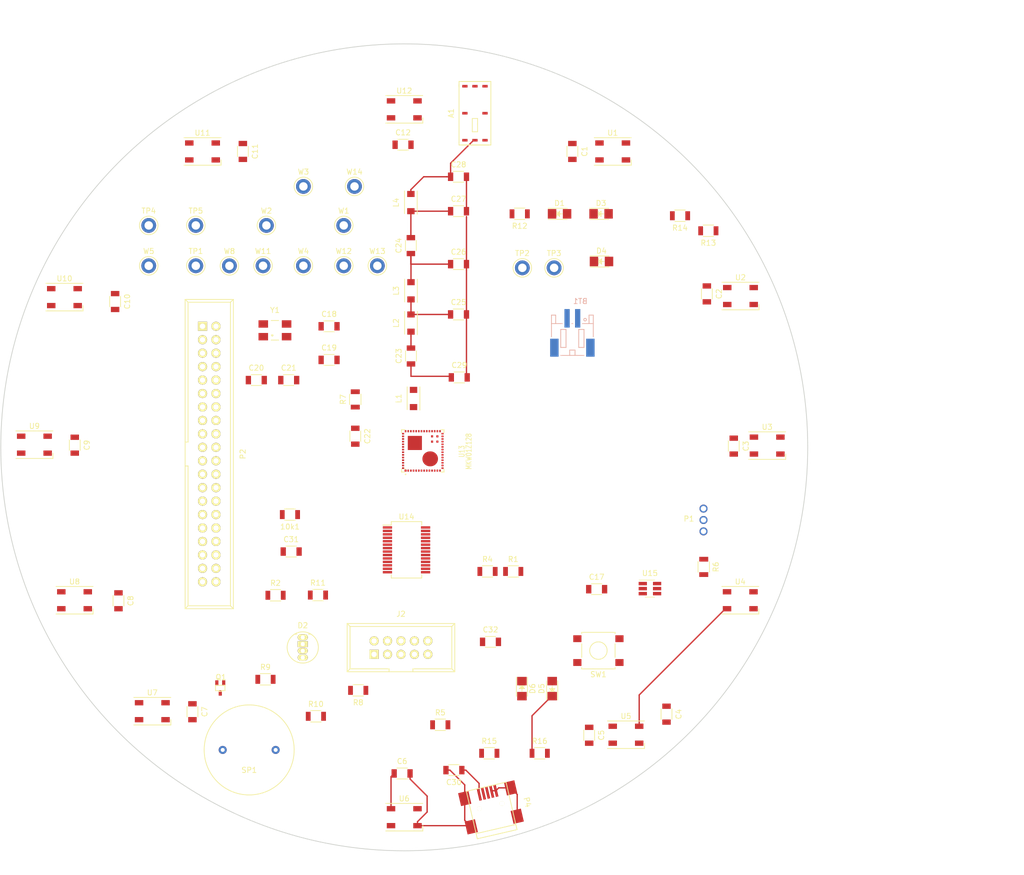
<source format=kicad_pcb>
(kicad_pcb (version 20160815) (host pcbnew "(2016-12-10 revision 9c758c4)-master")

  (general
    (links 211)
    (no_connects 187)
    (area 18.974999 25.324999 171.525001 177.875001)
    (thickness 1.6)
    (drawings 8)
    (tracks 59)
    (zones 0)
    (modules 94)
    (nets 141)
  )

  (page A4)
  (layers
    (0 F.Cu mixed)
    (1 In1.Cu signal)
    (2 In2.Cu power)
    (31 B.Cu signal)
    (32 B.Adhes user)
    (33 F.Adhes user)
    (34 B.Paste user)
    (35 F.Paste user)
    (36 B.SilkS user)
    (37 F.SilkS user)
    (38 B.Mask user)
    (39 F.Mask user)
    (40 Dwgs.User user)
    (41 Cmts.User user)
    (42 Eco1.User user)
    (43 Eco2.User user)
    (44 Edge.Cuts user)
    (45 Margin user)
    (46 B.CrtYd user)
    (47 F.CrtYd user)
    (48 B.Fab user)
    (49 F.Fab user)
  )

  (setup
    (last_trace_width 0.25)
    (trace_clearance 0.2)
    (zone_clearance 0.508)
    (zone_45_only no)
    (trace_min 0.2)
    (segment_width 0.2)
    (edge_width 0.15)
    (via_size 0.8)
    (via_drill 0.4)
    (via_min_size 0.4)
    (via_min_drill 0.3)
    (uvia_size 0.3)
    (uvia_drill 0.1)
    (uvias_allowed no)
    (uvia_min_size 0.2)
    (uvia_min_drill 0.1)
    (pcb_text_width 0.3)
    (pcb_text_size 1.5 1.5)
    (mod_edge_width 0.15)
    (mod_text_size 1 1)
    (mod_text_width 0.15)
    (pad_size 4.064 4.064)
    (pad_drill 3.2)
    (pad_to_mask_clearance 0.2)
    (aux_axis_origin 0 0)
    (visible_elements FFFFFF7F)
    (pcbplotparams
      (layerselection 0x00030_ffffffff)
      (usegerberextensions false)
      (excludeedgelayer true)
      (linewidth 0.100000)
      (plotframeref false)
      (viasonmask false)
      (mode 1)
      (useauxorigin false)
      (hpglpennumber 1)
      (hpglpenspeed 20)
      (hpglpendiameter 15)
      (psnegative false)
      (psa4output false)
      (plotreference true)
      (plotvalue true)
      (plotinvisibletext false)
      (padsonsilk false)
      (subtractmaskfromsilk false)
      (outputformat 1)
      (mirror false)
      (drillshape 1)
      (scaleselection 1)
      (outputdirectory ""))
  )

  (net 0 "")
  (net 1 GND)
  (net 2 CLOCKOUT)
  (net 3 "Net-(L1-Pad1)")
  (net 4 "DISP_SDI(MOSI)")
  (net 5 RESET_TGTMCU)
  (net 6 "DISP_SDO(MISO)")
  (net 7 DISP_SCK)
  (net 8 DISP_CS)
  (net 9 PWM_SOUND)
  (net 10 UART0_CTS)
  (net 11 UART0_RTS)
  (net 12 PTB1)
  (net 13 PTB0)
  (net 14 DISP_DC)
  (net 15 UART_RX)
  (net 16 UART_TX)
  (net 17 DEBUG_SWD_DIO)
  (net 18 DEBUG_SWD_CLK)
  (net 19 RF_RESET)
  (net 20 TOUCH_CS)
  (net 21 LEDS_IN)
  (net 22 PTE16)
  (net 23 "Net-(Q1-Pad3)")
  (net 24 "Net-(Q1-Pad2)")
  (net 25 "Net-(10k1-Pad1)")
  (net 26 "Net-(D3-Pad1)")
  (net 27 "Net-(D4-Pad1)")
  (net 28 "Net-(P1-Pad3)")
  (net 29 "Net-(U14-Pad2)")
  (net 30 "Net-(U11-Pad2)")
  (net 31 "Net-(U12-Pad2)")
  (net 32 "Net-(U10-Pad2)")
  (net 33 "Net-(U3-Pad2)")
  (net 34 "Net-(U4-Pad2)")
  (net 35 "Net-(U5-Pad2)")
  (net 36 "Net-(U6-Pad2)")
  (net 37 "Net-(U10-Pad4)")
  (net 38 "Net-(D2-Pad1)")
  (net 39 "Net-(D1-Pad1)")
  (net 40 "Net-(C18-Pad2)")
  (net 41 "Net-(U2-Pad2)")
  (net 42 +3V3)
  (net 43 "Net-(J2-Pad6)")
  (net 44 "Net-(J2-Pad7)")
  (net 45 "Net-(J2-Pad8)")
  (net 46 "Net-(J2-Pad9)")
  (net 47 "Net-(U13-Pad59)")
  (net 48 "Net-(U13-Pad57)")
  (net 49 "Net-(U13-Pad58)")
  (net 50 "Net-(U13-Pad60)")
  (net 51 "Net-(U13-Pad53)")
  (net 52 "Net-(U13-Pad52)")
  (net 53 "Net-(U13-Pad51)")
  (net 54 "Net-(U13-Pad50)")
  (net 55 "Net-(U13-Pad49)")
  (net 56 "Net-(R7-Pad2)")
  (net 57 "Net-(C19-Pad2)")
  (net 58 "Net-(C20-Pad2)")
  (net 59 "Net-(C21-Pad2)")
  (net 60 "Net-(U13-Pad43)")
  (net 61 "Net-(U13-Pad42)")
  (net 62 "Net-(U13-Pad41)")
  (net 63 "Net-(U13-Pad37)")
  (net 64 "Net-(U13-Pad31)")
  (net 65 "Net-(U13-Pad30)")
  (net 66 "Net-(U13-Pad26)")
  (net 67 "Net-(U13-Pad24)")
  (net 68 "Net-(U13-Pad23)")
  (net 69 "Net-(TP1-Pad1)")
  (net 70 "Net-(D2-Pad4)")
  (net 71 "Net-(D2-Pad3)")
  (net 72 "Net-(D3-Pad2)")
  (net 73 "Net-(D4-Pad2)")
  (net 74 "Net-(U1-Pad2)")
  (net 75 "Net-(U7-Pad2)")
  (net 76 "Net-(U8-Pad2)")
  (net 77 "Net-(C23-Pad1)")
  (net 78 "Net-(C25-Pad1)")
  (net 79 "Net-(C24-Pad1)")
  (net 80 "Net-(C24-Pad2)")
  (net 81 "Net-(C23-Pad2)")
  (net 82 "Net-(U14-Pad4)")
  (net 83 "Net-(U14-Pad6)")
  (net 84 "Net-(U14-Pad8)")
  (net 85 "Net-(U14-Pad9)")
  (net 86 "Net-(U14-Pad10)")
  (net 87 "Net-(U14-Pad12)")
  (net 88 "Net-(U14-Pad13)")
  (net 89 "Net-(U14-Pad14)")
  (net 90 "Net-(P4-Pad3)")
  (net 91 "Net-(P4-Pad2)")
  (net 92 "Net-(U14-Pad24)")
  (net 93 "Net-(U14-Pad27)")
  (net 94 "Net-(U14-Pad28)")
  (net 95 VCC)
  (net 96 TILTSENS)
  (net 97 "Net-(P2-Pad3)")
  (net 98 "Net-(P2-Pad4)")
  (net 99 "Net-(P2-Pad5)")
  (net 100 "Net-(P2-Pad6)")
  (net 101 "Net-(P2-Pad7)")
  (net 102 "Net-(P2-Pad8)")
  (net 103 "Net-(P2-Pad9)")
  (net 104 "Net-(P2-Pad10)")
  (net 105 "Net-(P2-Pad11)")
  (net 106 "Net-(P2-Pad12)")
  (net 107 "Net-(P2-Pad13)")
  (net 108 "Net-(P2-Pad14)")
  (net 109 "Net-(P2-Pad15)")
  (net 110 "Net-(P2-Pad16)")
  (net 111 "Net-(P2-Pad17)")
  (net 112 "Net-(P2-Pad18)")
  (net 113 "Net-(P2-Pad19)")
  (net 114 "Net-(P2-Pad20)")
  (net 115 "Net-(P2-Pad21)")
  (net 116 "Net-(P2-Pad22)")
  (net 117 "Net-(P2-Pad26)")
  (net 118 "Net-(P2-Pad29)")
  (net 119 "Net-(P2-Pad31)")
  (net 120 "Net-(P2-Pad36)")
  (net 121 "Net-(P2-Pad37)")
  (net 122 "Net-(P2-Pad38)")
  (net 123 "Net-(P2-Pad39)")
  (net 124 "Net-(P2-Pad40)")
  (net 125 VBAT)
  (net 126 "Net-(U15-Pad4)")
  (net 127 "Net-(D5-Pad1)")
  (net 128 "Net-(R15-Pad1)")
  (net 129 "Net-(D6-Pad2)")
  (net 130 VUSB)
  (net 131 "Net-(R5-Pad1)")
  (net 132 "Net-(R2-Pad2)")
  (net 133 "Net-(A1-Pad2)")
  (net 134 "Net-(A1-Pad1)")
  (net 135 "Net-(A1-Pad3)")
  (net 136 "Net-(A1-Pad8)")
  (net 137 "Net-(A1-Pad6)")
  (net 138 "Net-(A1-Pad7)")
  (net 139 "Net-(A1-Pad5)")
  (net 140 "Net-(A1-Pad4)")

  (net_class Default "This is the default net class."
    (clearance 0.2)
    (trace_width 0.25)
    (via_dia 0.8)
    (via_drill 0.4)
    (uvia_dia 0.3)
    (uvia_drill 0.1)
    (diff_pair_gap 0.25)
    (diff_pair_width 0.2)
    (add_net +3V3)
    (add_net CLOCKOUT)
    (add_net DEBUG_SWD_CLK)
    (add_net DEBUG_SWD_DIO)
    (add_net DISP_CS)
    (add_net DISP_DC)
    (add_net DISP_SCK)
    (add_net "DISP_SDI(MOSI)")
    (add_net "DISP_SDO(MISO)")
    (add_net GND)
    (add_net LEDS_IN)
    (add_net "Net-(10k1-Pad1)")
    (add_net "Net-(A1-Pad1)")
    (add_net "Net-(A1-Pad2)")
    (add_net "Net-(A1-Pad3)")
    (add_net "Net-(A1-Pad4)")
    (add_net "Net-(A1-Pad5)")
    (add_net "Net-(A1-Pad6)")
    (add_net "Net-(A1-Pad7)")
    (add_net "Net-(A1-Pad8)")
    (add_net "Net-(C18-Pad2)")
    (add_net "Net-(C19-Pad2)")
    (add_net "Net-(C20-Pad2)")
    (add_net "Net-(C21-Pad2)")
    (add_net "Net-(C23-Pad1)")
    (add_net "Net-(C23-Pad2)")
    (add_net "Net-(C24-Pad1)")
    (add_net "Net-(C24-Pad2)")
    (add_net "Net-(C25-Pad1)")
    (add_net "Net-(D1-Pad1)")
    (add_net "Net-(D2-Pad1)")
    (add_net "Net-(D2-Pad3)")
    (add_net "Net-(D2-Pad4)")
    (add_net "Net-(D3-Pad1)")
    (add_net "Net-(D3-Pad2)")
    (add_net "Net-(D4-Pad1)")
    (add_net "Net-(D4-Pad2)")
    (add_net "Net-(D5-Pad1)")
    (add_net "Net-(D6-Pad2)")
    (add_net "Net-(J2-Pad6)")
    (add_net "Net-(J2-Pad7)")
    (add_net "Net-(J2-Pad8)")
    (add_net "Net-(J2-Pad9)")
    (add_net "Net-(L1-Pad1)")
    (add_net "Net-(P1-Pad3)")
    (add_net "Net-(P2-Pad10)")
    (add_net "Net-(P2-Pad11)")
    (add_net "Net-(P2-Pad12)")
    (add_net "Net-(P2-Pad13)")
    (add_net "Net-(P2-Pad14)")
    (add_net "Net-(P2-Pad15)")
    (add_net "Net-(P2-Pad16)")
    (add_net "Net-(P2-Pad17)")
    (add_net "Net-(P2-Pad18)")
    (add_net "Net-(P2-Pad19)")
    (add_net "Net-(P2-Pad20)")
    (add_net "Net-(P2-Pad21)")
    (add_net "Net-(P2-Pad22)")
    (add_net "Net-(P2-Pad26)")
    (add_net "Net-(P2-Pad29)")
    (add_net "Net-(P2-Pad3)")
    (add_net "Net-(P2-Pad31)")
    (add_net "Net-(P2-Pad36)")
    (add_net "Net-(P2-Pad37)")
    (add_net "Net-(P2-Pad38)")
    (add_net "Net-(P2-Pad39)")
    (add_net "Net-(P2-Pad4)")
    (add_net "Net-(P2-Pad40)")
    (add_net "Net-(P2-Pad5)")
    (add_net "Net-(P2-Pad6)")
    (add_net "Net-(P2-Pad7)")
    (add_net "Net-(P2-Pad8)")
    (add_net "Net-(P2-Pad9)")
    (add_net "Net-(P4-Pad2)")
    (add_net "Net-(P4-Pad3)")
    (add_net "Net-(Q1-Pad2)")
    (add_net "Net-(Q1-Pad3)")
    (add_net "Net-(R15-Pad1)")
    (add_net "Net-(R2-Pad2)")
    (add_net "Net-(R5-Pad1)")
    (add_net "Net-(R7-Pad2)")
    (add_net "Net-(TP1-Pad1)")
    (add_net "Net-(U1-Pad2)")
    (add_net "Net-(U10-Pad2)")
    (add_net "Net-(U10-Pad4)")
    (add_net "Net-(U11-Pad2)")
    (add_net "Net-(U12-Pad2)")
    (add_net "Net-(U13-Pad23)")
    (add_net "Net-(U13-Pad24)")
    (add_net "Net-(U13-Pad26)")
    (add_net "Net-(U13-Pad30)")
    (add_net "Net-(U13-Pad31)")
    (add_net "Net-(U13-Pad37)")
    (add_net "Net-(U13-Pad41)")
    (add_net "Net-(U13-Pad42)")
    (add_net "Net-(U13-Pad43)")
    (add_net "Net-(U13-Pad49)")
    (add_net "Net-(U13-Pad50)")
    (add_net "Net-(U13-Pad51)")
    (add_net "Net-(U13-Pad52)")
    (add_net "Net-(U13-Pad53)")
    (add_net "Net-(U13-Pad57)")
    (add_net "Net-(U13-Pad58)")
    (add_net "Net-(U13-Pad59)")
    (add_net "Net-(U13-Pad60)")
    (add_net "Net-(U14-Pad10)")
    (add_net "Net-(U14-Pad12)")
    (add_net "Net-(U14-Pad13)")
    (add_net "Net-(U14-Pad14)")
    (add_net "Net-(U14-Pad2)")
    (add_net "Net-(U14-Pad24)")
    (add_net "Net-(U14-Pad27)")
    (add_net "Net-(U14-Pad28)")
    (add_net "Net-(U14-Pad4)")
    (add_net "Net-(U14-Pad6)")
    (add_net "Net-(U14-Pad8)")
    (add_net "Net-(U14-Pad9)")
    (add_net "Net-(U15-Pad4)")
    (add_net "Net-(U2-Pad2)")
    (add_net "Net-(U3-Pad2)")
    (add_net "Net-(U4-Pad2)")
    (add_net "Net-(U5-Pad2)")
    (add_net "Net-(U6-Pad2)")
    (add_net "Net-(U7-Pad2)")
    (add_net "Net-(U8-Pad2)")
    (add_net PTB0)
    (add_net PTB1)
    (add_net PTE16)
    (add_net PWM_SOUND)
    (add_net RESET_TGTMCU)
    (add_net RF_RESET)
    (add_net TILTSENS)
    (add_net TOUCH_CS)
    (add_net UART0_CTS)
    (add_net UART0_RTS)
    (add_net UART_RX)
    (add_net UART_TX)
    (add_net VBAT)
    (add_net VCC)
    (add_net VUSB)
  )

  (module TO_SOT_Packages_SMD:SOT-23-6_Handsoldering (layer F.Cu) (tedit 583F3ECB) (tstamp 58520FEB)
    (at 141.65 128.28)
    (descr "6-pin SOT-23 package, Handsoldering")
    (tags "SOT-23-6 Handsoldering")
    (path /584E9D9C)
    (attr smd)
    (fp_text reference U15 (at 0 -2.9) (layer F.SilkS)
      (effects (font (size 1 1) (thickness 0.15)))
    )
    (fp_text value TPS76333 (at 0 2.9) (layer F.Fab)
      (effects (font (size 1 1) (thickness 0.15)))
    )
    (fp_line (start 0.9 -1.55) (end 0.9 1.55) (layer F.Fab) (width 0.15))
    (fp_line (start 0.9 1.55) (end -0.9 1.55) (layer F.Fab) (width 0.15))
    (fp_line (start -0.9 -1.55) (end -0.9 1.55) (layer F.Fab) (width 0.15))
    (fp_line (start 0.9 -1.55) (end -0.9 -1.55) (layer F.Fab) (width 0.15))
    (fp_line (start -2.4 -1.8) (end 2.4 -1.8) (layer F.CrtYd) (width 0.05))
    (fp_line (start 2.4 -1.8) (end 2.4 1.8) (layer F.CrtYd) (width 0.05))
    (fp_line (start 2.4 1.8) (end -2.4 1.8) (layer F.CrtYd) (width 0.05))
    (fp_line (start -2.4 1.8) (end -2.4 -1.8) (layer F.CrtYd) (width 0.05))
    (fp_line (start 0.9 -1.61) (end -2.05 -1.61) (layer F.SilkS) (width 0.12))
    (fp_line (start -0.9 1.61) (end 0.9 1.61) (layer F.SilkS) (width 0.12))
    (pad 5 smd rect (at 1.35 0) (size 1.56 0.65) (layers F.Cu F.Paste F.Mask)
      (net 95 VCC))
    (pad 6 smd rect (at 1.35 -0.95) (size 1.56 0.65) (layers F.Cu F.Paste F.Mask))
    (pad 4 smd rect (at 1.35 0.95) (size 1.56 0.65) (layers F.Cu F.Paste F.Mask)
      (net 126 "Net-(U15-Pad4)"))
    (pad 3 smd rect (at -1.35 0.95) (size 1.56 0.65) (layers F.Cu F.Paste F.Mask)
      (net 125 VBAT))
    (pad 2 smd rect (at -1.35 0) (size 1.56 0.65) (layers F.Cu F.Paste F.Mask)
      (net 1 GND))
    (pad 1 smd rect (at -1.35 -0.95) (size 1.56 0.65) (layers F.Cu F.Paste F.Mask)
      (net 125 VBAT))
    (model TO_SOT_Packages_SMD.3dshapes/SOT-23-6.wrl
      (at (xyz 0 0 0))
      (scale (xyz 1 1 1))
      (rotate (xyz 0 0 0))
    )
  )

  (module jna-parts:Antenna_Wurth_7488910092 (layer F.Cu) (tedit 585083AB) (tstamp 5850A346)
    (at 108.6 38.5 270)
    (tags Antenna)
    (path /58546DF6)
    (fp_text reference A1 (at 0 4.5 270) (layer F.SilkS)
      (effects (font (size 1 1) (thickness 0.15)))
    )
    (fp_text value 7488910092_ANTENNA (at 0 -4.5 270) (layer F.Fab)
      (effects (font (size 1 1) (thickness 0.15)))
    )
    (fp_line (start -5.5 -3) (end 5.5 -3) (layer F.SilkS) (width 0.15))
    (fp_line (start 6 -2.6) (end 6 2.5) (layer F.SilkS) (width 0.15))
    (fp_line (start 5.5 3) (end -5.5 3) (layer F.SilkS) (width 0.15))
    (fp_line (start -6 2.5) (end -6 -2.6) (layer F.SilkS) (width 0.15))
    (fp_line (start 2 -0.5) (end 3.5 -0.5) (layer F.SilkS) (width 0.15))
    (fp_line (start 3.5 -0.5) (end 3.5 0.5) (layer F.SilkS) (width 0.15))
    (fp_line (start 3.5 0.5) (end 1 0.5) (layer F.SilkS) (width 0.15))
    (fp_line (start 1 0.5) (end 1 -0.5) (layer F.SilkS) (width 0.15))
    (fp_line (start 1 -0.5) (end 2 -0.5) (layer F.SilkS) (width 0.15))
    (fp_line (start 5.5 -3) (end 6 -3) (layer F.SilkS) (width 0.15))
    (fp_line (start 6 -3) (end 6 -2.5) (layer F.SilkS) (width 0.15))
    (fp_line (start 6 -2.5) (end 6 3) (layer F.SilkS) (width 0.15))
    (fp_line (start 6 3) (end 5.5 3) (layer F.SilkS) (width 0.15))
    (fp_line (start -5 3) (end -6 3) (layer F.SilkS) (width 0.15))
    (fp_line (start -6 3) (end -6 2.5) (layer F.SilkS) (width 0.15))
    (fp_line (start -6 2.5) (end -6 -3) (layer F.SilkS) (width 0.15))
    (fp_line (start -6 -3) (end -5.5 -3) (layer F.SilkS) (width 0.15))
    (pad 1 smd rect (at 5.1 -1.9 270) (size 0.5 1) (layers F.Cu F.Paste F.Mask)
      (net 134 "Net-(A1-Pad1)"))
    (pad 3 smd rect (at 5.1 1.9 270) (size 0.5 1) (layers F.Cu F.Paste F.Mask)
      (net 135 "Net-(A1-Pad3)"))
    (pad 8 smd rect (at -5.1 1.9 270) (size 0.5 1) (layers F.Cu F.Paste F.Mask)
      (net 136 "Net-(A1-Pad8)"))
    (pad 6 smd rect (at -5.1 -1.9 270) (size 0.5 1) (layers F.Cu F.Paste F.Mask)
      (net 137 "Net-(A1-Pad6)"))
    (pad 7 smd rect (at -5.1 0 270) (size 0.5 1) (layers F.Cu F.Paste F.Mask)
      (net 138 "Net-(A1-Pad7)"))
    (pad 2 smd rect (at 5.1 0 270) (size 0.5 1) (layers F.Cu F.Paste F.Mask)
      (net 133 "Net-(A1-Pad2)"))
    (pad 5 smd rect (at 0 1.9 270) (size 0.5 1) (layers F.Cu F.Paste F.Mask)
      (net 139 "Net-(A1-Pad5)"))
    (pad 4 smd rect (at 0 -1.9 270) (size 0.5 1) (layers F.Cu F.Paste F.Mask)
      (net 140 "Net-(A1-Pad4)"))
  )

  (module LEDs:LED_1206 (layer F.Cu) (tedit 55BDE2E8) (tstamp 584E984A)
    (at 123.19 147.17014 90)
    (descr "LED 1206 smd package")
    (tags "LED1206 SMD")
    (path /584F713D)
    (attr smd)
    (fp_text reference D5 (at 0 -2 90) (layer F.SilkS)
      (effects (font (size 1 1) (thickness 0.15)))
    )
    (fp_text value "RED (CHARGING)" (at 0 2 90) (layer F.Fab)
      (effects (font (size 1 1) (thickness 0.15)))
    )
    (fp_line (start 2.5 1.25) (end 2.5 -1.25) (layer F.CrtYd) (width 0.05))
    (fp_line (start -2.5 1.25) (end 2.5 1.25) (layer F.CrtYd) (width 0.05))
    (fp_line (start -2.5 -1.25) (end -2.5 1.25) (layer F.CrtYd) (width 0.05))
    (fp_line (start 2.5 -1.25) (end -2.5 -1.25) (layer F.CrtYd) (width 0.05))
    (fp_line (start 0 0.5) (end -0.5 0) (layer F.SilkS) (width 0.15))
    (fp_line (start 0 -0.5) (end 0 0.5) (layer F.SilkS) (width 0.15))
    (fp_line (start -0.5 0) (end 0 -0.5) (layer F.SilkS) (width 0.15))
    (fp_line (start 0 0) (end 0.5 0) (layer F.SilkS) (width 0.15))
    (fp_line (start -0.5 -0.5) (end -0.5 0.5) (layer F.SilkS) (width 0.15))
    (fp_line (start -0.2 0.05) (end -0.25 0) (layer F.SilkS) (width 0.15))
    (fp_line (start -0.2 -0.2) (end -0.2 0.05) (layer F.SilkS) (width 0.15))
    (fp_line (start -0.4 0) (end -0.2 -0.2) (layer F.SilkS) (width 0.15))
    (fp_line (start -0.1 0.3) (end -0.4 0) (layer F.SilkS) (width 0.15))
    (fp_line (start -0.1 -0.3) (end -0.1 0.3) (layer F.SilkS) (width 0.15))
    (fp_line (start -2.15 -1.05) (end 1.45 -1.05) (layer F.SilkS) (width 0.15))
    (fp_line (start -2.15 1.05) (end 1.45 1.05) (layer F.SilkS) (width 0.15))
    (pad 1 smd rect (at -1.41986 0 270) (size 1.59766 1.80086) (layers F.Cu F.Paste F.Mask)
      (net 127 "Net-(D5-Pad1)"))
    (pad 2 smd rect (at 1.41986 0 270) (size 1.59766 1.80086) (layers F.Cu F.Paste F.Mask)
      (net 130 VUSB))
    (model LEDs.3dshapes/LED_1206.wrl
      (at (xyz 0 0 0))
      (scale (xyz 1 1 1))
      (rotate (xyz 0 0 180))
    )
  )

  (module LEDs:LED_1206 (layer F.Cu) (tedit 55BDE2E8) (tstamp 584E983A)
    (at 117.475 147.17014 270)
    (descr "LED 1206 smd package")
    (tags "LED1206 SMD")
    (path /584F73F5)
    (attr smd)
    (fp_text reference D6 (at 0 -2 270) (layer F.SilkS)
      (effects (font (size 1 1) (thickness 0.15)))
    )
    (fp_text value "GRN (DONE)" (at 0 2 270) (layer F.Fab)
      (effects (font (size 1 1) (thickness 0.15)))
    )
    (fp_line (start -2.15 1.05) (end 1.45 1.05) (layer F.SilkS) (width 0.15))
    (fp_line (start -2.15 -1.05) (end 1.45 -1.05) (layer F.SilkS) (width 0.15))
    (fp_line (start -0.1 -0.3) (end -0.1 0.3) (layer F.SilkS) (width 0.15))
    (fp_line (start -0.1 0.3) (end -0.4 0) (layer F.SilkS) (width 0.15))
    (fp_line (start -0.4 0) (end -0.2 -0.2) (layer F.SilkS) (width 0.15))
    (fp_line (start -0.2 -0.2) (end -0.2 0.05) (layer F.SilkS) (width 0.15))
    (fp_line (start -0.2 0.05) (end -0.25 0) (layer F.SilkS) (width 0.15))
    (fp_line (start -0.5 -0.5) (end -0.5 0.5) (layer F.SilkS) (width 0.15))
    (fp_line (start 0 0) (end 0.5 0) (layer F.SilkS) (width 0.15))
    (fp_line (start -0.5 0) (end 0 -0.5) (layer F.SilkS) (width 0.15))
    (fp_line (start 0 -0.5) (end 0 0.5) (layer F.SilkS) (width 0.15))
    (fp_line (start 0 0.5) (end -0.5 0) (layer F.SilkS) (width 0.15))
    (fp_line (start 2.5 -1.25) (end -2.5 -1.25) (layer F.CrtYd) (width 0.05))
    (fp_line (start -2.5 -1.25) (end -2.5 1.25) (layer F.CrtYd) (width 0.05))
    (fp_line (start -2.5 1.25) (end 2.5 1.25) (layer F.CrtYd) (width 0.05))
    (fp_line (start 2.5 1.25) (end 2.5 -1.25) (layer F.CrtYd) (width 0.05))
    (pad 2 smd rect (at 1.41986 0 90) (size 1.59766 1.80086) (layers F.Cu F.Paste F.Mask)
      (net 129 "Net-(D6-Pad2)"))
    (pad 1 smd rect (at -1.41986 0 90) (size 1.59766 1.80086) (layers F.Cu F.Paste F.Mask)
      (net 1 GND))
    (model LEDs.3dshapes/LED_1206.wrl
      (at (xyz 0 0 0))
      (scale (xyz 1 1 1))
      (rotate (xyz 0 0 180))
    )
  )

  (module Measurement_Points:Test_Point_Keystone_5005-5009_Compact (layer F.Cu) (tedit 56E5DE99) (tstamp 584E9536)
    (at 55.88 59.69)
    (descr "Keystone Miniature THM Test Point 5005-5009, http://www.keyelco.com/product-pdf.cfm?p=1314")
    (tags "Through Hole Mount Test Points")
    (path /585239DE)
    (attr virtual)
    (fp_text reference TP5 (at 0 -2.75) (layer F.SilkS)
      (effects (font (size 1 1) (thickness 0.15)))
    )
    (fp_text value GND (at 0 2.75) (layer F.Fab)
      (effects (font (size 1 1) (thickness 0.15)))
    )
    (fp_circle (center 0 0) (end 1.75 0) (layer F.SilkS) (width 0.15))
    (fp_circle (center 0 0) (end 1.6 0) (layer F.Fab) (width 0.15))
    (fp_line (start -1.25 0.4) (end -1.25 -0.4) (layer F.Fab) (width 0.15))
    (fp_line (start 1.25 0.4) (end -1.25 0.4) (layer F.Fab) (width 0.15))
    (fp_line (start 1.25 -0.4) (end 1.25 0.4) (layer F.Fab) (width 0.15))
    (fp_line (start -1.25 -0.4) (end 1.25 -0.4) (layer F.Fab) (width 0.15))
    (fp_circle (center 0 0) (end 2 0) (layer F.CrtYd) (width 0.05))
    (pad 1 thru_hole circle (at 0 0) (size 2.8 2.8) (drill 1.6) (layers *.Cu *.Mask)
      (net 1 GND))
  )

  (module Measurement_Points:Test_Point_Keystone_5005-5009_Compact (layer F.Cu) (tedit 56E5DE99) (tstamp 584E9529)
    (at 46.99 59.69)
    (descr "Keystone Miniature THM Test Point 5005-5009, http://www.keyelco.com/product-pdf.cfm?p=1314")
    (tags "Through Hole Mount Test Points")
    (path /585246D7)
    (attr virtual)
    (fp_text reference TP4 (at 0 -2.75) (layer F.SilkS)
      (effects (font (size 1 1) (thickness 0.15)))
    )
    (fp_text value VBAT (at 0 2.75) (layer F.Fab)
      (effects (font (size 1 1) (thickness 0.15)))
    )
    (fp_circle (center 0 0) (end 2 0) (layer F.CrtYd) (width 0.05))
    (fp_line (start -1.25 -0.4) (end 1.25 -0.4) (layer F.Fab) (width 0.15))
    (fp_line (start 1.25 -0.4) (end 1.25 0.4) (layer F.Fab) (width 0.15))
    (fp_line (start 1.25 0.4) (end -1.25 0.4) (layer F.Fab) (width 0.15))
    (fp_line (start -1.25 0.4) (end -1.25 -0.4) (layer F.Fab) (width 0.15))
    (fp_circle (center 0 0) (end 1.6 0) (layer F.Fab) (width 0.15))
    (fp_circle (center 0 0) (end 1.75 0) (layer F.SilkS) (width 0.15))
    (pad 1 thru_hole circle (at 0 0) (size 2.8 2.8) (drill 1.6) (layers *.Cu *.Mask)
      (net 125 VBAT))
  )

  (module Resistors_SMD:R_1206 (layer F.Cu) (tedit 5415CFA7) (tstamp 584E943E)
    (at 102.05 154)
    (descr "Resistor SMD 1206, reflow soldering, Vishay (see dcrcw.pdf)")
    (tags "resistor 1206")
    (path /584FE105)
    (attr smd)
    (fp_text reference R5 (at 0 -2.3) (layer F.SilkS)
      (effects (font (size 1 1) (thickness 0.15)))
    )
    (fp_text value 2k (at 0 2.3) (layer F.Fab)
      (effects (font (size 1 1) (thickness 0.15)))
    )
    (fp_line (start -2.2 -1.2) (end 2.2 -1.2) (layer F.CrtYd) (width 0.05))
    (fp_line (start -2.2 1.2) (end 2.2 1.2) (layer F.CrtYd) (width 0.05))
    (fp_line (start -2.2 -1.2) (end -2.2 1.2) (layer F.CrtYd) (width 0.05))
    (fp_line (start 2.2 -1.2) (end 2.2 1.2) (layer F.CrtYd) (width 0.05))
    (fp_line (start 1 1.075) (end -1 1.075) (layer F.SilkS) (width 0.15))
    (fp_line (start -1 -1.075) (end 1 -1.075) (layer F.SilkS) (width 0.15))
    (pad 1 smd rect (at -1.45 0) (size 0.9 1.7) (layers F.Cu F.Paste F.Mask)
      (net 131 "Net-(R5-Pad1)"))
    (pad 2 smd rect (at 1.45 0) (size 0.9 1.7) (layers F.Cu F.Paste F.Mask)
      (net 1 GND))
    (model Resistors_SMD.3dshapes/R_1206.wrl
      (at (xyz 0 0 0))
      (scale (xyz 1 1 1))
      (rotate (xyz 0 0 0))
    )
  )

  (module Resistors_SMD:R_1206 (layer F.Cu) (tedit 5415CFA7) (tstamp 584E937E)
    (at 111.305 159.385)
    (descr "Resistor SMD 1206, reflow soldering, Vishay (see dcrcw.pdf)")
    (tags "resistor 1206")
    (path /58503144)
    (attr smd)
    (fp_text reference R15 (at 0 -2.3) (layer F.SilkS)
      (effects (font (size 1 1) (thickness 0.15)))
    )
    (fp_text value 1k (at 0 2.3) (layer F.Fab)
      (effects (font (size 1 1) (thickness 0.15)))
    )
    (fp_line (start -1 -1.075) (end 1 -1.075) (layer F.SilkS) (width 0.15))
    (fp_line (start 1 1.075) (end -1 1.075) (layer F.SilkS) (width 0.15))
    (fp_line (start 2.2 -1.2) (end 2.2 1.2) (layer F.CrtYd) (width 0.05))
    (fp_line (start -2.2 -1.2) (end -2.2 1.2) (layer F.CrtYd) (width 0.05))
    (fp_line (start -2.2 1.2) (end 2.2 1.2) (layer F.CrtYd) (width 0.05))
    (fp_line (start -2.2 -1.2) (end 2.2 -1.2) (layer F.CrtYd) (width 0.05))
    (pad 2 smd rect (at 1.45 0) (size 0.9 1.7) (layers F.Cu F.Paste F.Mask)
      (net 129 "Net-(D6-Pad2)"))
    (pad 1 smd rect (at -1.45 0) (size 0.9 1.7) (layers F.Cu F.Paste F.Mask)
      (net 128 "Net-(R15-Pad1)"))
    (model Resistors_SMD.3dshapes/R_1206.wrl
      (at (xyz 0 0 0))
      (scale (xyz 1 1 1))
      (rotate (xyz 0 0 0))
    )
  )

  (module Resistors_SMD:R_1206 (layer F.Cu) (tedit 5415CFA7) (tstamp 584E936E)
    (at 120.83 159.385)
    (descr "Resistor SMD 1206, reflow soldering, Vishay (see dcrcw.pdf)")
    (tags "resistor 1206")
    (path /5850C4CF)
    (attr smd)
    (fp_text reference R16 (at 0 -2.3) (layer F.SilkS)
      (effects (font (size 1 1) (thickness 0.15)))
    )
    (fp_text value R (at 0 2.3) (layer F.Fab)
      (effects (font (size 1 1) (thickness 0.15)))
    )
    (fp_line (start -2.2 -1.2) (end 2.2 -1.2) (layer F.CrtYd) (width 0.05))
    (fp_line (start -2.2 1.2) (end 2.2 1.2) (layer F.CrtYd) (width 0.05))
    (fp_line (start -2.2 -1.2) (end -2.2 1.2) (layer F.CrtYd) (width 0.05))
    (fp_line (start 2.2 -1.2) (end 2.2 1.2) (layer F.CrtYd) (width 0.05))
    (fp_line (start 1 1.075) (end -1 1.075) (layer F.SilkS) (width 0.15))
    (fp_line (start -1 -1.075) (end 1 -1.075) (layer F.SilkS) (width 0.15))
    (pad 1 smd rect (at -1.45 0) (size 0.9 1.7) (layers F.Cu F.Paste F.Mask)
      (net 127 "Net-(D5-Pad1)"))
    (pad 2 smd rect (at 1.45 0) (size 0.9 1.7) (layers F.Cu F.Paste F.Mask)
      (net 128 "Net-(R15-Pad1)"))
    (model Resistors_SMD.3dshapes/R_1206.wrl
      (at (xyz 0 0 0))
      (scale (xyz 1 1 1))
      (rotate (xyz 0 0 0))
    )
  )

  (module jna-parts:TM1000 (layer F.Cu) (tedit 584E3753) (tstamp 5866DA0B)
    (at 151.765 115.325 90)
    (path /584675B9)
    (fp_text reference P1 (at 0.225 -2.755 180) (layer F.SilkS)
      (effects (font (size 1 1) (thickness 0.15)))
    )
    (fp_text value TM1000 (at -4.22 -0.215) (layer F.Fab)
      (effects (font (size 1 1) (thickness 0.15)))
    )
    (pad 1 thru_hole circle (at -2.15 0 90) (size 1.524 1.524) (drill 1) (layers *.Cu *.Mask)
      (net 96 TILTSENS))
    (pad 2 thru_hole circle (at 0 0 90) (size 1.524 1.524) (drill 1) (layers *.Cu *.Mask)
      (net 95 VCC))
    (pad 3 thru_hole circle (at 2.15 0 90) (size 1.524 1.524) (drill 1) (layers *.Cu *.Mask)
      (net 28 "Net-(P1-Pad3)"))
  )

  (module jna-parts:TDK_PS1720PD2 (layer F.Cu) (tedit 584E2BFD) (tstamp 585D8740)
    (at 65.96 158.75)
    (path /58488852)
    (fp_text reference SP1 (at 0 3.81) (layer F.SilkS)
      (effects (font (size 1 1) (thickness 0.15)))
    )
    (fp_text value "TDK PS1720P02" (at 0.08 -3.81) (layer F.Fab)
      (effects (font (size 1 1) (thickness 0.15)))
    )
    (fp_circle (center 0 0) (end 0 -8.5) (layer F.SilkS) (width 0.15))
    (pad 1 thru_hole circle (at -5 0) (size 1.524 1.524) (drill 0.762) (layers *.Cu *.Mask)
      (net 95 VCC))
    (pad 2 thru_hole circle (at 5 0) (size 1.524 1.524) (drill 0.762) (layers *.Cu *.Mask)
      (net 23 "Net-(Q1-Pad3)"))
  )

  (module Connect:IDC_Header_Straight_40pins (layer F.Cu) (tedit 0) (tstamp 58500D0F)
    (at 57.15 78.74 270)
    (descr "40 pins through hole IDC header")
    (tags "IDC header socket VASCH")
    (path /584E9DFB)
    (fp_text reference P2 (at 24.13 -7.62 270) (layer F.SilkS)
      (effects (font (size 1 1) (thickness 0.15)))
    )
    (fp_text value CONN_02X20 (at 24.13 5.223 270) (layer F.Fab)
      (effects (font (size 1 1) (thickness 0.15)))
    )
    (fp_line (start -5.08 -5.82) (end 53.34 -5.82) (layer F.SilkS) (width 0.15))
    (fp_line (start -4.54 -5.27) (end 52.78 -5.27) (layer F.SilkS) (width 0.15))
    (fp_line (start -5.08 3.28) (end 53.34 3.28) (layer F.SilkS) (width 0.15))
    (fp_line (start -4.54 2.73) (end 21.88 2.73) (layer F.SilkS) (width 0.15))
    (fp_line (start 26.38 2.73) (end 52.78 2.73) (layer F.SilkS) (width 0.15))
    (fp_line (start 21.88 2.73) (end 21.88 3.28) (layer F.SilkS) (width 0.15))
    (fp_line (start 26.38 2.73) (end 26.38 3.28) (layer F.SilkS) (width 0.15))
    (fp_line (start -5.08 -5.82) (end -5.08 3.28) (layer F.SilkS) (width 0.15))
    (fp_line (start -4.54 -5.27) (end -4.54 2.73) (layer F.SilkS) (width 0.15))
    (fp_line (start 53.34 -5.82) (end 53.34 3.28) (layer F.SilkS) (width 0.15))
    (fp_line (start 52.78 -5.27) (end 52.78 2.73) (layer F.SilkS) (width 0.15))
    (fp_line (start -5.08 -5.82) (end -4.54 -5.27) (layer F.SilkS) (width 0.15))
    (fp_line (start 53.34 -5.82) (end 52.78 -5.27) (layer F.SilkS) (width 0.15))
    (fp_line (start -5.08 3.28) (end -4.54 2.73) (layer F.SilkS) (width 0.15))
    (fp_line (start 53.34 3.28) (end 52.78 2.73) (layer F.SilkS) (width 0.15))
    (fp_line (start -5.35 -6.05) (end 53.6 -6.05) (layer F.CrtYd) (width 0.05))
    (fp_line (start 53.6 -6.05) (end 53.6 3.55) (layer F.CrtYd) (width 0.05))
    (fp_line (start 53.6 3.55) (end -5.35 3.55) (layer F.CrtYd) (width 0.05))
    (fp_line (start -5.35 3.55) (end -5.35 -6.05) (layer F.CrtYd) (width 0.05))
    (pad 1 thru_hole rect (at 0 0 270) (size 1.7272 1.7272) (drill 1.016) (layers *.Cu *.Mask F.SilkS)
      (net 1 GND))
    (pad 2 thru_hole oval (at 0 -2.54 270) (size 1.7272 1.7272) (drill 1.016) (layers *.Cu *.Mask F.SilkS)
      (net 95 VCC))
    (pad 3 thru_hole oval (at 2.54 0 270) (size 1.7272 1.7272) (drill 1.016) (layers *.Cu *.Mask F.SilkS)
      (net 97 "Net-(P2-Pad3)"))
    (pad 4 thru_hole oval (at 2.54 -2.54 270) (size 1.7272 1.7272) (drill 1.016) (layers *.Cu *.Mask F.SilkS)
      (net 98 "Net-(P2-Pad4)"))
    (pad 5 thru_hole oval (at 5.08 0 270) (size 1.7272 1.7272) (drill 1.016) (layers *.Cu *.Mask F.SilkS)
      (net 99 "Net-(P2-Pad5)"))
    (pad 6 thru_hole oval (at 5.08 -2.54 270) (size 1.7272 1.7272) (drill 1.016) (layers *.Cu *.Mask F.SilkS)
      (net 100 "Net-(P2-Pad6)"))
    (pad 7 thru_hole oval (at 7.62 0 270) (size 1.7272 1.7272) (drill 1.016) (layers *.Cu *.Mask F.SilkS)
      (net 101 "Net-(P2-Pad7)"))
    (pad 8 thru_hole oval (at 7.62 -2.54 270) (size 1.7272 1.7272) (drill 1.016) (layers *.Cu *.Mask F.SilkS)
      (net 102 "Net-(P2-Pad8)"))
    (pad 9 thru_hole oval (at 10.16 0 270) (size 1.7272 1.7272) (drill 1.016) (layers *.Cu *.Mask F.SilkS)
      (net 103 "Net-(P2-Pad9)"))
    (pad 10 thru_hole oval (at 10.16 -2.54 270) (size 1.7272 1.7272) (drill 1.016) (layers *.Cu *.Mask F.SilkS)
      (net 104 "Net-(P2-Pad10)"))
    (pad 11 thru_hole oval (at 12.7 0 270) (size 1.7272 1.7272) (drill 1.016) (layers *.Cu *.Mask F.SilkS)
      (net 105 "Net-(P2-Pad11)"))
    (pad 12 thru_hole oval (at 12.7 -2.54 270) (size 1.7272 1.7272) (drill 1.016) (layers *.Cu *.Mask F.SilkS)
      (net 106 "Net-(P2-Pad12)"))
    (pad 13 thru_hole oval (at 15.24 0 270) (size 1.7272 1.7272) (drill 1.016) (layers *.Cu *.Mask F.SilkS)
      (net 107 "Net-(P2-Pad13)"))
    (pad 14 thru_hole oval (at 15.24 -2.54 270) (size 1.7272 1.7272) (drill 1.016) (layers *.Cu *.Mask F.SilkS)
      (net 108 "Net-(P2-Pad14)"))
    (pad 15 thru_hole oval (at 17.78 0 270) (size 1.7272 1.7272) (drill 1.016) (layers *.Cu *.Mask F.SilkS)
      (net 109 "Net-(P2-Pad15)"))
    (pad 16 thru_hole oval (at 17.78 -2.54 270) (size 1.7272 1.7272) (drill 1.016) (layers *.Cu *.Mask F.SilkS)
      (net 110 "Net-(P2-Pad16)"))
    (pad 17 thru_hole oval (at 20.32 0 270) (size 1.7272 1.7272) (drill 1.016) (layers *.Cu *.Mask F.SilkS)
      (net 111 "Net-(P2-Pad17)"))
    (pad 18 thru_hole oval (at 20.32 -2.54 270) (size 1.7272 1.7272) (drill 1.016) (layers *.Cu *.Mask F.SilkS)
      (net 112 "Net-(P2-Pad18)"))
    (pad 19 thru_hole oval (at 22.86 0 270) (size 1.7272 1.7272) (drill 1.016) (layers *.Cu *.Mask F.SilkS)
      (net 113 "Net-(P2-Pad19)"))
    (pad 20 thru_hole oval (at 22.86 -2.54 270) (size 1.7272 1.7272) (drill 1.016) (layers *.Cu *.Mask F.SilkS)
      (net 114 "Net-(P2-Pad20)"))
    (pad 21 thru_hole oval (at 25.4 0 270) (size 1.7272 1.7272) (drill 1.016) (layers *.Cu *.Mask F.SilkS)
      (net 115 "Net-(P2-Pad21)"))
    (pad 22 thru_hole oval (at 25.4 -2.54 270) (size 1.7272 1.7272) (drill 1.016) (layers *.Cu *.Mask F.SilkS)
      (net 116 "Net-(P2-Pad22)"))
    (pad 23 thru_hole oval (at 27.94 0 270) (size 1.7272 1.7272) (drill 1.016) (layers *.Cu *.Mask F.SilkS)
      (net 8 DISP_CS))
    (pad 24 thru_hole oval (at 27.94 -2.54 270) (size 1.7272 1.7272) (drill 1.016) (layers *.Cu *.Mask F.SilkS)
      (net 7 DISP_SCK))
    (pad 25 thru_hole oval (at 30.48 0 270) (size 1.7272 1.7272) (drill 1.016) (layers *.Cu *.Mask F.SilkS)
      (net 14 DISP_DC))
    (pad 26 thru_hole oval (at 30.48 -2.54 270) (size 1.7272 1.7272) (drill 1.016) (layers *.Cu *.Mask F.SilkS)
      (net 117 "Net-(P2-Pad26)"))
    (pad 27 thru_hole oval (at 33.02 0 270) (size 1.7272 1.7272) (drill 1.016) (layers *.Cu *.Mask F.SilkS)
      (net 4 "DISP_SDI(MOSI)"))
    (pad 28 thru_hole oval (at 33.02 -2.54 270) (size 1.7272 1.7272) (drill 1.016) (layers *.Cu *.Mask F.SilkS)
      (net 6 "DISP_SDO(MISO)"))
    (pad 29 thru_hole oval (at 35.56 0 270) (size 1.7272 1.7272) (drill 1.016) (layers *.Cu *.Mask F.SilkS)
      (net 118 "Net-(P2-Pad29)"))
    (pad 30 thru_hole oval (at 35.56 -2.54 270) (size 1.7272 1.7272) (drill 1.016) (layers *.Cu *.Mask F.SilkS)
      (net 20 TOUCH_CS))
    (pad 31 thru_hole oval (at 38.1 0 270) (size 1.7272 1.7272) (drill 1.016) (layers *.Cu *.Mask F.SilkS)
      (net 119 "Net-(P2-Pad31)"))
    (pad 32 thru_hole oval (at 38.1 -2.54 270) (size 1.7272 1.7272) (drill 1.016) (layers *.Cu *.Mask F.SilkS)
      (net 6 "DISP_SDO(MISO)"))
    (pad 33 thru_hole oval (at 40.64 0 270) (size 1.7272 1.7272) (drill 1.016) (layers *.Cu *.Mask F.SilkS)
      (net 7 DISP_SCK))
    (pad 34 thru_hole oval (at 40.64 -2.54 270) (size 1.7272 1.7272) (drill 1.016) (layers *.Cu *.Mask F.SilkS)
      (net 4 "DISP_SDI(MOSI)"))
    (pad 35 thru_hole oval (at 43.18 0 270) (size 1.7272 1.7272) (drill 1.016) (layers *.Cu *.Mask F.SilkS)
      (net 13 PTB0))
    (pad 36 thru_hole oval (at 43.18 -2.54 270) (size 1.7272 1.7272) (drill 1.016) (layers *.Cu *.Mask F.SilkS)
      (net 120 "Net-(P2-Pad36)"))
    (pad 37 thru_hole oval (at 45.72 0 270) (size 1.7272 1.7272) (drill 1.016) (layers *.Cu *.Mask F.SilkS)
      (net 121 "Net-(P2-Pad37)"))
    (pad 38 thru_hole oval (at 45.72 -2.54 270) (size 1.7272 1.7272) (drill 1.016) (layers *.Cu *.Mask F.SilkS)
      (net 122 "Net-(P2-Pad38)"))
    (pad 39 thru_hole oval (at 48.26 0 270) (size 1.7272 1.7272) (drill 1.016) (layers *.Cu *.Mask F.SilkS)
      (net 123 "Net-(P2-Pad39)"))
    (pad 40 thru_hole oval (at 48.26 -2.54 270) (size 1.7272 1.7272) (drill 1.016) (layers *.Cu *.Mask F.SilkS)
      (net 124 "Net-(P2-Pad40)"))
  )

  (module Connect:USB_Mini-B (layer F.Cu) (tedit 5543E571) (tstamp 584DEB9D)
    (at 111.76 170.18 103)
    (descr "USB Mini-B 5-pin SMD connector")
    (tags "USB USB_B USB_Mini connector")
    (path /5848D681)
    (attr smd)
    (fp_text reference P4 (at 0 6.90118 103) (layer F.SilkS)
      (effects (font (size 1 1) (thickness 0.15)))
    )
    (fp_text value USB_OTG (at 0 -7.0993 103) (layer F.Fab)
      (effects (font (size 1 1) (thickness 0.15)))
    )
    (fp_line (start -4.85 -5.7) (end 4.85 -5.7) (layer F.CrtYd) (width 0.05))
    (fp_line (start 4.85 -5.7) (end 4.85 5.7) (layer F.CrtYd) (width 0.05))
    (fp_line (start 4.85 5.7) (end -4.85 5.7) (layer F.CrtYd) (width 0.05))
    (fp_line (start -4.85 5.7) (end -4.85 -5.7) (layer F.CrtYd) (width 0.05))
    (fp_line (start -3.59918 -3.85064) (end -3.59918 3.850639) (layer F.SilkS) (width 0.15))
    (fp_line (start -4.59994 -3.85064) (end -4.59994 3.85064) (layer F.SilkS) (width 0.15))
    (fp_line (start -4.59994 3.85064) (end 4.59994 3.85064) (layer F.SilkS) (width 0.15))
    (fp_line (start 4.59994 3.85064) (end 4.59994 -3.85064) (layer F.SilkS) (width 0.15))
    (fp_line (start 4.59994 -3.85064) (end -4.59994 -3.85064) (layer F.SilkS) (width 0.15))
    (pad 1 smd rect (at 3.44932 -1.6002 103) (size 2.30124 0.50038) (layers F.Cu F.Paste F.Mask)
      (net 130 VUSB))
    (pad 2 smd rect (at 3.44932 -0.8001 103) (size 2.30124 0.50038) (layers F.Cu F.Paste F.Mask)
      (net 91 "Net-(P4-Pad2)"))
    (pad 3 smd rect (at 3.44932 0 103) (size 2.30124 0.50038) (layers F.Cu F.Paste F.Mask)
      (net 90 "Net-(P4-Pad3)"))
    (pad 4 smd rect (at 3.44932 0.8001 103) (size 2.30124 0.50038) (layers F.Cu F.Paste F.Mask)
      (net 1 GND))
    (pad 5 smd rect (at 3.44932 1.6002 103) (size 2.30124 0.50038) (layers F.Cu F.Paste F.Mask)
      (net 1 GND))
    (pad 6 smd rect (at 3.35026 -4.45008 103) (size 2.49936 1.99898) (layers F.Cu F.Paste F.Mask)
      (net 1 GND))
    (pad 6 smd rect (at -2.148839 -4.45008 103) (size 2.49936 1.99898) (layers F.Cu F.Paste F.Mask)
      (net 1 GND))
    (pad 6 smd rect (at 3.35026 4.45008 103) (size 2.49936 1.99898) (layers F.Cu F.Paste F.Mask)
      (net 1 GND))
    (pad 6 smd rect (at -2.14884 4.45008 103) (size 2.49936 1.99898) (layers F.Cu F.Paste F.Mask)
      (net 1 GND))
    (pad "" np_thru_hole circle (at 0.8509 -2.19964 103) (size 0.89916 0.89916) (drill 0.89916) (layers *.Cu *.Mask F.SilkS))
    (pad "" np_thru_hole circle (at 0.8509 2.199641 103) (size 0.89916 0.89916) (drill 0.89916) (layers *.Cu *.Mask F.SilkS))
  )

  (module Housings_SSOP:SSOP-28_5.3x10.2mm_Pitch0.65mm (layer F.Cu) (tedit 54130A77) (tstamp 584DEAC1)
    (at 95.675 120.96)
    (descr "28-Lead Plastic Shrink Small Outline (SS)-5.30 mm Body [SSOP] (see Microchip Packaging Specification 00000049BS.pdf)")
    (tags "SSOP 0.65")
    (path /5848A6A4)
    (attr smd)
    (fp_text reference U14 (at 0 -6.25) (layer F.SilkS)
      (effects (font (size 1 1) (thickness 0.15)))
    )
    (fp_text value "FT232RL SSOP" (at 0 6.25) (layer F.Fab)
      (effects (font (size 1 1) (thickness 0.15)))
    )
    (fp_line (start -4.75 -5.5) (end -4.75 5.5) (layer F.CrtYd) (width 0.05))
    (fp_line (start 4.75 -5.5) (end 4.75 5.5) (layer F.CrtYd) (width 0.05))
    (fp_line (start -4.75 -5.5) (end 4.75 -5.5) (layer F.CrtYd) (width 0.05))
    (fp_line (start -4.75 5.5) (end 4.75 5.5) (layer F.CrtYd) (width 0.05))
    (fp_line (start -2.875 -5.325) (end -2.875 -4.675) (layer F.SilkS) (width 0.15))
    (fp_line (start 2.875 -5.325) (end 2.875 -4.675) (layer F.SilkS) (width 0.15))
    (fp_line (start 2.875 5.325) (end 2.875 4.675) (layer F.SilkS) (width 0.15))
    (fp_line (start -2.875 5.325) (end -2.875 4.675) (layer F.SilkS) (width 0.15))
    (fp_line (start -2.875 -5.325) (end 2.875 -5.325) (layer F.SilkS) (width 0.15))
    (fp_line (start -2.875 5.325) (end 2.875 5.325) (layer F.SilkS) (width 0.15))
    (fp_line (start -2.875 -4.675) (end -4.475 -4.675) (layer F.SilkS) (width 0.15))
    (pad 1 smd rect (at -3.6 -4.225) (size 1.75 0.45) (layers F.Cu F.Paste F.Mask)
      (net 15 UART_RX))
    (pad 2 smd rect (at -3.6 -3.575) (size 1.75 0.45) (layers F.Cu F.Paste F.Mask)
      (net 29 "Net-(U14-Pad2)"))
    (pad 3 smd rect (at -3.6 -2.925) (size 1.75 0.45) (layers F.Cu F.Paste F.Mask)
      (net 10 UART0_CTS))
    (pad 4 smd rect (at -3.6 -2.275) (size 1.75 0.45) (layers F.Cu F.Paste F.Mask)
      (net 82 "Net-(U14-Pad4)"))
    (pad 5 smd rect (at -3.6 -1.625) (size 1.75 0.45) (layers F.Cu F.Paste F.Mask)
      (net 16 UART_TX))
    (pad 6 smd rect (at -3.6 -0.975) (size 1.75 0.45) (layers F.Cu F.Paste F.Mask)
      (net 83 "Net-(U14-Pad6)"))
    (pad 7 smd rect (at -3.6 -0.325) (size 1.75 0.45) (layers F.Cu F.Paste F.Mask)
      (net 1 GND))
    (pad 8 smd rect (at -3.6 0.325) (size 1.75 0.45) (layers F.Cu F.Paste F.Mask)
      (net 84 "Net-(U14-Pad8)"))
    (pad 9 smd rect (at -3.6 0.975) (size 1.75 0.45) (layers F.Cu F.Paste F.Mask)
      (net 85 "Net-(U14-Pad9)"))
    (pad 10 smd rect (at -3.6 1.625) (size 1.75 0.45) (layers F.Cu F.Paste F.Mask)
      (net 86 "Net-(U14-Pad10)"))
    (pad 11 smd rect (at -3.6 2.275) (size 1.75 0.45) (layers F.Cu F.Paste F.Mask)
      (net 11 UART0_RTS))
    (pad 12 smd rect (at -3.6 2.925) (size 1.75 0.45) (layers F.Cu F.Paste F.Mask)
      (net 87 "Net-(U14-Pad12)"))
    (pad 13 smd rect (at -3.6 3.575) (size 1.75 0.45) (layers F.Cu F.Paste F.Mask)
      (net 88 "Net-(U14-Pad13)"))
    (pad 14 smd rect (at -3.6 4.225) (size 1.75 0.45) (layers F.Cu F.Paste F.Mask)
      (net 89 "Net-(U14-Pad14)"))
    (pad 15 smd rect (at 3.6 4.225) (size 1.75 0.45) (layers F.Cu F.Paste F.Mask)
      (net 90 "Net-(P4-Pad3)"))
    (pad 16 smd rect (at 3.6 3.575) (size 1.75 0.45) (layers F.Cu F.Paste F.Mask)
      (net 91 "Net-(P4-Pad2)"))
    (pad 17 smd rect (at 3.6 2.925) (size 1.75 0.45) (layers F.Cu F.Paste F.Mask)
      (net 42 +3V3))
    (pad 18 smd rect (at 3.6 2.275) (size 1.75 0.45) (layers F.Cu F.Paste F.Mask)
      (net 1 GND))
    (pad 19 smd rect (at 3.6 1.625) (size 1.75 0.45) (layers F.Cu F.Paste F.Mask)
      (net 25 "Net-(10k1-Pad1)"))
    (pad 20 smd rect (at 3.6 0.975) (size 1.75 0.45) (layers F.Cu F.Paste F.Mask)
      (net 130 VUSB))
    (pad 21 smd rect (at 3.6 0.325) (size 1.75 0.45) (layers F.Cu F.Paste F.Mask)
      (net 1 GND))
    (pad 22 smd rect (at 3.6 -0.325) (size 1.75 0.45) (layers F.Cu F.Paste F.Mask)
      (net 27 "Net-(D4-Pad1)"))
    (pad 23 smd rect (at 3.6 -0.975) (size 1.75 0.45) (layers F.Cu F.Paste F.Mask)
      (net 26 "Net-(D3-Pad1)"))
    (pad 24 smd rect (at 3.6 -1.625) (size 1.75 0.45) (layers F.Cu F.Paste F.Mask)
      (net 92 "Net-(U14-Pad24)"))
    (pad 25 smd rect (at 3.6 -2.275) (size 1.75 0.45) (layers F.Cu F.Paste F.Mask)
      (net 1 GND))
    (pad 26 smd rect (at 3.6 -2.925) (size 1.75 0.45) (layers F.Cu F.Paste F.Mask)
      (net 1 GND))
    (pad 27 smd rect (at 3.6 -3.575) (size 1.75 0.45) (layers F.Cu F.Paste F.Mask)
      (net 93 "Net-(U14-Pad27)"))
    (pad 28 smd rect (at 3.6 -4.225) (size 1.75 0.45) (layers F.Cu F.Paste F.Mask)
      (net 94 "Net-(U14-Pad28)"))
    (model Housings_SSOP.3dshapes/SSOP-28_5.3x10.2mm_Pitch0.65mm.wrl
      (at (xyz 0 0 0))
      (scale (xyz 1 1 1))
      (rotate (xyz 0 0 0))
    )
  )

  (module LEDs:LED-RGB-5MM_Common_Cathode (layer F.Cu) (tedit 55A0859C) (tstamp 584DEA68)
    (at 76.08 137.49)
    (descr "5mm common cathode RGB LED")
    (tags "RGB LED 5mm Common Cathode")
    (path /584A12B7)
    (fp_text reference D2 (at 0 -2.25) (layer F.SilkS)
      (effects (font (size 1 1) (thickness 0.15)))
    )
    (fp_text value LED_RCBG (at 0 6.25) (layer F.Fab)
      (effects (font (size 1 1) (thickness 0.15)))
    )
    (fp_circle (center 0 1.905) (end 3.2 1.905) (layer F.CrtYd) (width 0.05))
    (fp_line (start -1.1 -0.595) (end -1.55 -0.595) (layer F.SilkS) (width 0.15))
    (fp_circle (center 0 1.905) (end 2.95 1.905) (layer F.SilkS) (width 0.15))
    (fp_line (start 1.1 -0.595) (end 1.55 -0.595) (layer F.SilkS) (width 0.15))
    (pad 1 thru_hole oval (at 0 0) (size 1.905 1.1176) (drill 0.762) (layers *.Cu *.Mask F.SilkS)
      (net 38 "Net-(D2-Pad1)"))
    (pad 2 thru_hole rect (at 0 1.27) (size 1.905 1.1176) (drill 0.762) (layers *.Cu *.Mask F.SilkS)
      (net 95 VCC))
    (pad 3 thru_hole oval (at 0 2.54) (size 1.905 1.1176) (drill 0.762) (layers *.Cu *.Mask F.SilkS)
      (net 71 "Net-(D2-Pad3)"))
    (pad 4 thru_hole oval (at 0 3.81) (size 1.905 1.1176) (drill 0.762) (layers *.Cu *.Mask F.SilkS)
      (net 70 "Net-(D2-Pad4)"))
  )

  (module LEDs:LED_1206 (layer F.Cu) (tedit 584E0CFD) (tstamp 584DE9FF)
    (at 132.41986 57.5)
    (descr "LED 1206 smd package")
    (tags "LED1206 SMD")
    (path /584D5776)
    (attr smd)
    (fp_text reference D3 (at 0 -2) (layer F.SilkS)
      (effects (font (size 1 1) (thickness 0.15)))
    )
    (fp_text value RED (at 0 2 180) (layer F.Fab)
      (effects (font (size 1 1) (thickness 0.15)))
    )
    (fp_line (start -2.15 1.05) (end 1.45 1.05) (layer F.SilkS) (width 0.15))
    (fp_line (start -2.15 -1.05) (end 1.45 -1.05) (layer F.SilkS) (width 0.15))
    (fp_line (start -0.1 -0.3) (end -0.1 0.3) (layer F.SilkS) (width 0.15))
    (fp_line (start -0.1 0.3) (end -0.4 0) (layer F.SilkS) (width 0.15))
    (fp_line (start -0.4 0) (end -0.2 -0.2) (layer F.SilkS) (width 0.15))
    (fp_line (start -0.2 -0.2) (end -0.2 0.05) (layer F.SilkS) (width 0.15))
    (fp_line (start -0.2 0.05) (end -0.25 0) (layer F.SilkS) (width 0.15))
    (fp_line (start -0.5 -0.5) (end -0.5 0.5) (layer F.SilkS) (width 0.15))
    (fp_line (start 0 0) (end 0.5 0) (layer F.SilkS) (width 0.15))
    (fp_line (start -0.5 0) (end 0 -0.5) (layer F.SilkS) (width 0.15))
    (fp_line (start 0 -0.5) (end 0 0.5) (layer F.SilkS) (width 0.15))
    (fp_line (start 0 0.5) (end -0.5 0) (layer F.SilkS) (width 0.15))
    (fp_line (start 2.5 -1.25) (end -2.5 -1.25) (layer F.CrtYd) (width 0.05))
    (fp_line (start -2.5 -1.25) (end -2.5 1.25) (layer F.CrtYd) (width 0.05))
    (fp_line (start -2.5 1.25) (end 2.5 1.25) (layer F.CrtYd) (width 0.05))
    (fp_line (start 2.5 1.25) (end 2.5 -1.25) (layer F.CrtYd) (width 0.05))
    (pad 2 smd rect (at 1.41986 0 180) (size 1.59766 1.80086) (layers F.Cu F.Paste F.Mask)
      (net 72 "Net-(D3-Pad2)"))
    (pad 1 smd rect (at -1.41986 0 180) (size 1.59766 1.80086) (layers F.Cu F.Paste F.Mask)
      (net 26 "Net-(D3-Pad1)"))
    (model LEDs.3dshapes/LED_1206.wrl
      (at (xyz 0 0 0))
      (scale (xyz 1 1 1))
      (rotate (xyz 0 0 180))
    )
  )

  (module LEDs:LED_WS2812B-PLCC4 (layer F.Cu) (tedit 56C9C7F7) (tstamp 584DE881)
    (at 158.75 73.025)
    (descr http://www.world-semi.com/uploads/soft/150522/1-150522091P5.pdf)
    (tags "LED NeoPixel")
    (path /5802E72C)
    (attr smd)
    (fp_text reference U2 (at 0 -3.5) (layer F.SilkS)
      (effects (font (size 1 1) (thickness 0.15)))
    )
    (fp_text value WS2812B (at 0 4) (layer F.Fab)
      (effects (font (size 1 1) (thickness 0.15)))
    )
    (fp_circle (center 0 0) (end 0 -2) (layer Dwgs.User) (width 0.1))
    (fp_line (start 3.5 2.6) (end 3.5 1.6) (layer F.SilkS) (width 0.15))
    (fp_line (start -3.5 2.6) (end 3.5 2.6) (layer F.SilkS) (width 0.15))
    (fp_line (start -3.5 -2.6) (end 3.5 -2.6) (layer F.SilkS) (width 0.15))
    (fp_line (start 2.5 -2.5) (end -2.5 -2.5) (layer Dwgs.User) (width 0.1))
    (fp_line (start 2.5 2.5) (end 2.5 -2.5) (layer Dwgs.User) (width 0.1))
    (fp_line (start -2.5 2.5) (end 2.5 2.5) (layer Dwgs.User) (width 0.1))
    (fp_line (start -2.5 -2.5) (end -2.5 2.5) (layer Dwgs.User) (width 0.1))
    (fp_line (start 2.5 1.5) (end 1.5 2.5) (layer Dwgs.User) (width 0.1))
    (fp_line (start -3.75 -2.85) (end -3.75 2.85) (layer F.CrtYd) (width 0.05))
    (fp_line (start -3.75 2.85) (end 3.75 2.85) (layer F.CrtYd) (width 0.05))
    (fp_line (start 3.75 2.85) (end 3.75 -2.85) (layer F.CrtYd) (width 0.05))
    (fp_line (start 3.75 -2.85) (end -3.75 -2.85) (layer F.CrtYd) (width 0.05))
    (pad 1 smd rect (at -2.5 -1.6) (size 1.6 1) (layers F.Cu F.Paste F.Mask)
      (net 125 VBAT))
    (pad 2 smd rect (at -2.5 1.6) (size 1.6 1) (layers F.Cu F.Paste F.Mask)
      (net 41 "Net-(U2-Pad2)"))
    (pad 4 smd rect (at 2.5 -1.6) (size 1.6 1) (layers F.Cu F.Paste F.Mask)
      (net 74 "Net-(U1-Pad2)"))
    (pad 3 smd rect (at 2.5 1.6) (size 1.6 1) (layers F.Cu F.Paste F.Mask)
      (net 1 GND))
    (model LEDs.3dshapes/LED_WS2812B-PLCC4.wrl
      (at (xyz 0 0 0.004))
      (scale (xyz 0.385 0.385 0.385))
      (rotate (xyz 0 0 180))
    )
  )

  (module LEDs:LED_WS2812B-PLCC4 (layer F.Cu) (tedit 56C9C7F7) (tstamp 584DE845)
    (at 134.62 45.72)
    (descr http://www.world-semi.com/uploads/soft/150522/1-150522091P5.pdf)
    (tags "LED NeoPixel")
    (path /5802E726)
    (attr smd)
    (fp_text reference U1 (at 0 -3.5) (layer F.SilkS)
      (effects (font (size 1 1) (thickness 0.15)))
    )
    (fp_text value WS2812B (at 0 4) (layer F.Fab)
      (effects (font (size 1 1) (thickness 0.15)))
    )
    (fp_line (start 3.75 -2.85) (end -3.75 -2.85) (layer F.CrtYd) (width 0.05))
    (fp_line (start 3.75 2.85) (end 3.75 -2.85) (layer F.CrtYd) (width 0.05))
    (fp_line (start -3.75 2.85) (end 3.75 2.85) (layer F.CrtYd) (width 0.05))
    (fp_line (start -3.75 -2.85) (end -3.75 2.85) (layer F.CrtYd) (width 0.05))
    (fp_line (start 2.5 1.5) (end 1.5 2.5) (layer Dwgs.User) (width 0.1))
    (fp_line (start -2.5 -2.5) (end -2.5 2.5) (layer Dwgs.User) (width 0.1))
    (fp_line (start -2.5 2.5) (end 2.5 2.5) (layer Dwgs.User) (width 0.1))
    (fp_line (start 2.5 2.5) (end 2.5 -2.5) (layer Dwgs.User) (width 0.1))
    (fp_line (start 2.5 -2.5) (end -2.5 -2.5) (layer Dwgs.User) (width 0.1))
    (fp_line (start -3.5 -2.6) (end 3.5 -2.6) (layer F.SilkS) (width 0.15))
    (fp_line (start -3.5 2.6) (end 3.5 2.6) (layer F.SilkS) (width 0.15))
    (fp_line (start 3.5 2.6) (end 3.5 1.6) (layer F.SilkS) (width 0.15))
    (fp_circle (center 0 0) (end 0 -2) (layer Dwgs.User) (width 0.1))
    (pad 3 smd rect (at 2.5 1.6) (size 1.6 1) (layers F.Cu F.Paste F.Mask)
      (net 1 GND))
    (pad 4 smd rect (at 2.5 -1.6) (size 1.6 1) (layers F.Cu F.Paste F.Mask)
      (net 132 "Net-(R2-Pad2)"))
    (pad 2 smd rect (at -2.5 1.6) (size 1.6 1) (layers F.Cu F.Paste F.Mask)
      (net 74 "Net-(U1-Pad2)"))
    (pad 1 smd rect (at -2.5 -1.6) (size 1.6 1) (layers F.Cu F.Paste F.Mask)
      (net 125 VBAT))
    (model LEDs.3dshapes/LED_WS2812B-PLCC4.wrl
      (at (xyz 0 0 0.004))
      (scale (xyz 0.385 0.385 0.385))
      (rotate (xyz 0 0 180))
    )
  )

  (module Measurement_Points:Test_Point_Keystone_5005-5009_Compact (layer F.Cu) (tedit 56E5DE99) (tstamp 584DE774)
    (at 83.82 59.69)
    (descr "Keystone Miniature THM Test Point 5005-5009, http://www.keyelco.com/product-pdf.cfm?p=1314")
    (tags "Through Hole Mount Test Points")
    (path /58476365)
    (attr virtual)
    (fp_text reference W1 (at 0 -2.75) (layer F.SilkS)
      (effects (font (size 1 1) (thickness 0.15)))
    )
    (fp_text value SPI_CH1_MOSI (at 0 2.75) (layer F.Fab)
      (effects (font (size 1 1) (thickness 0.15)))
    )
    (fp_circle (center 0 0) (end 1.75 0) (layer F.SilkS) (width 0.15))
    (fp_circle (center 0 0) (end 1.6 0) (layer F.Fab) (width 0.15))
    (fp_line (start -1.25 0.4) (end -1.25 -0.4) (layer F.Fab) (width 0.15))
    (fp_line (start 1.25 0.4) (end -1.25 0.4) (layer F.Fab) (width 0.15))
    (fp_line (start 1.25 -0.4) (end 1.25 0.4) (layer F.Fab) (width 0.15))
    (fp_line (start -1.25 -0.4) (end 1.25 -0.4) (layer F.Fab) (width 0.15))
    (fp_circle (center 0 0) (end 2 0) (layer F.CrtYd) (width 0.05))
    (pad 1 thru_hole circle (at 0 0) (size 2.8 2.8) (drill 1.6) (layers *.Cu *.Mask)
      (net 4 "DISP_SDI(MOSI)"))
  )

  (module Measurement_Points:Test_Point_Keystone_5005-5009_Compact (layer F.Cu) (tedit 56E5DE99) (tstamp 584DE752)
    (at 76.2 52.324)
    (descr "Keystone Miniature THM Test Point 5005-5009, http://www.keyelco.com/product-pdf.cfm?p=1314")
    (tags "Through Hole Mount Test Points")
    (path /58476634)
    (attr virtual)
    (fp_text reference W3 (at 0 -2.75) (layer F.SilkS)
      (effects (font (size 1 1) (thickness 0.15)))
    )
    (fp_text value SPI_CH1_SCLK (at 0 2.75) (layer F.Fab)
      (effects (font (size 1 1) (thickness 0.15)))
    )
    (fp_circle (center 0 0) (end 2 0) (layer F.CrtYd) (width 0.05))
    (fp_line (start -1.25 -0.4) (end 1.25 -0.4) (layer F.Fab) (width 0.15))
    (fp_line (start 1.25 -0.4) (end 1.25 0.4) (layer F.Fab) (width 0.15))
    (fp_line (start 1.25 0.4) (end -1.25 0.4) (layer F.Fab) (width 0.15))
    (fp_line (start -1.25 0.4) (end -1.25 -0.4) (layer F.Fab) (width 0.15))
    (fp_circle (center 0 0) (end 1.6 0) (layer F.Fab) (width 0.15))
    (fp_circle (center 0 0) (end 1.75 0) (layer F.SilkS) (width 0.15))
    (pad 1 thru_hole circle (at 0 0) (size 2.8 2.8) (drill 1.6) (layers *.Cu *.Mask)
      (net 7 DISP_SCK))
  )

  (module Measurement_Points:Test_Point_Keystone_5005-5009_Compact (layer F.Cu) (tedit 56E5DE99) (tstamp 584DE6EE)
    (at 69.215 59.69)
    (descr "Keystone Miniature THM Test Point 5005-5009, http://www.keyelco.com/product-pdf.cfm?p=1314")
    (tags "Through Hole Mount Test Points")
    (path /58476475)
    (attr virtual)
    (fp_text reference W2 (at 0 -2.75) (layer F.SilkS)
      (effects (font (size 1 1) (thickness 0.15)))
    )
    (fp_text value SPI_CH1_MISO (at 0 2.75) (layer F.Fab)
      (effects (font (size 1 1) (thickness 0.15)))
    )
    (fp_circle (center 0 0) (end 2 0) (layer F.CrtYd) (width 0.05))
    (fp_line (start -1.25 -0.4) (end 1.25 -0.4) (layer F.Fab) (width 0.15))
    (fp_line (start 1.25 -0.4) (end 1.25 0.4) (layer F.Fab) (width 0.15))
    (fp_line (start 1.25 0.4) (end -1.25 0.4) (layer F.Fab) (width 0.15))
    (fp_line (start -1.25 0.4) (end -1.25 -0.4) (layer F.Fab) (width 0.15))
    (fp_circle (center 0 0) (end 1.6 0) (layer F.Fab) (width 0.15))
    (fp_circle (center 0 0) (end 1.75 0) (layer F.SilkS) (width 0.15))
    (pad 1 thru_hole circle (at 0 0) (size 2.8 2.8) (drill 1.6) (layers *.Cu *.Mask)
      (net 6 "DISP_SDO(MISO)"))
  )

  (module jna-parts:98ASA00302D (layer F.Cu) (tedit 0) (tstamp 584DE318)
    (at 98.749806 102.27509 90)
    (descr 98ASA00302D)
    (path /5802DCCE)
    (fp_text reference U13 (at -0.1016 7.366 90) (layer F.SilkS)
      (effects (font (size 1.016 0.762) (thickness 0.127)))
    )
    (fp_text value MKW01Z128 (at -0.1016 8.6868 90) (layer F.SilkS)
      (effects (font (size 1.016 0.762) (thickness 0.127)))
    )
    (fp_arc (start -4.432046 -3.24993) (end -4.508246 -3.24993) (angle 0) (layer F.SilkS) (width 0.1524))
    (fp_line (start -4.0005 3.42646) (end -4.0005 4.0005) (layer F.SilkS) (width 0.1524))
    (fp_line (start -4.0005 4.0005) (end -3.42646 4.0005) (layer F.SilkS) (width 0.1524))
    (fp_line (start 4.0005 4.0005) (end 4.0005 3.42646) (layer F.SilkS) (width 0.1524))
    (fp_line (start 4.0005 -4.0005) (end 3.42646 -4.0005) (layer F.SilkS) (width 0.1524))
    (fp_line (start -4.0005 -4.0005) (end -4.0005 -3.47726) (layer F.SilkS) (width 0.1524))
    (fp_line (start -3.44551 -3.285236) (end -3.285236 -3.44551) (layer F.SilkS) (width 0.1524))
    (fp_line (start 3.42646 4.0005) (end 4.0005 4.0005) (layer F.SilkS) (width 0.1524))
    (fp_line (start 4.0005 -3.42646) (end 4.0005 -4.0005) (layer F.SilkS) (width 0.1524))
    (fp_line (start -3.42646 -4.0005) (end -4.0005 -4.0005) (layer F.SilkS) (width 0.1524))
    (pad 59 smd rect (at 1.749806 2.749804 90) (size 0.4064 0.4064) (layers F.Cu F.Paste F.Mask)
      (net 47 "Net-(U13-Pad59)") (solder_mask_margin 0.1016) (clearance 0.254))
    (pad 57 smd rect (at 1.749806 1.749806 90) (size 0.4064 0.4064) (layers F.Cu F.Paste F.Mask)
      (net 48 "Net-(U13-Pad57)") (solder_mask_margin 0.1016) (clearance 0.254))
    (pad 58 smd rect (at 2.749804 1.749806 90) (size 0.4064 0.4064) (layers F.Cu F.Paste F.Mask)
      (net 49 "Net-(U13-Pad58)") (solder_mask_margin 0.1016) (clearance 0.254))
    (pad 60 smd rect (at 2.749804 2.749804 90) (size 0.4064 0.4064) (layers F.Cu F.Paste F.Mask)
      (net 50 "Net-(U13-Pad60)") (solder_mask_margin 0.1016) (clearance 0.254))
    (pad 61 smd oval (at -1.49987 1.399794) (size 2.9464 2.8194) (layers F.Cu F.Paste F.Mask)
      (net 1 GND) (solder_mask_margin 0.1016) (clearance 0.254))
    (pad 62 smd rect (at 1.49987 -1.49987 90) (size 2.667 2.667) (layers F.Cu F.Paste F.Mask)
      (net 1 GND) (solder_mask_margin 0.1016) (clearance 0.254))
    (pad 56 smd rect (at -3.24993 -3.72491) (size 0.4064 0.3048) (layers F.Cu F.Paste F.Mask)
      (net 95 VCC) (solder_mask_margin 0.1016) (clearance 0.254))
    (pad 55 smd rect (at -2.749804 -3.72491) (size 0.4064 0.3048) (layers F.Cu F.Paste F.Mask)
      (net 95 VCC) (solder_mask_margin 0.1016) (clearance 0.254))
    (pad 54 smd rect (at -2.249932 -3.72491) (size 0.4064 0.3048) (layers F.Cu F.Paste F.Mask)
      (net 2 CLOCKOUT) (solder_mask_margin 0.1016) (clearance 0.254))
    (pad 53 smd rect (at -1.749806 -3.72491) (size 0.4064 0.3048) (layers F.Cu F.Paste F.Mask)
      (net 51 "Net-(U13-Pad53)") (solder_mask_margin 0.1016) (clearance 0.254))
    (pad 52 smd rect (at -1.249934 -3.72491) (size 0.4064 0.3048) (layers F.Cu F.Paste F.Mask)
      (net 52 "Net-(U13-Pad52)") (solder_mask_margin 0.1016) (clearance 0.254))
    (pad 51 smd rect (at -0.749808 -3.72491) (size 0.4064 0.3048) (layers F.Cu F.Paste F.Mask)
      (net 53 "Net-(U13-Pad51)") (solder_mask_margin 0.1016) (clearance 0.254))
    (pad 50 smd rect (at -0.249936 -3.72491) (size 0.4064 0.3048) (layers F.Cu F.Paste F.Mask)
      (net 54 "Net-(U13-Pad50)") (solder_mask_margin 0.1016) (clearance 0.254))
    (pad 49 smd rect (at 0.249936 -3.72491) (size 0.4064 0.3048) (layers F.Cu F.Paste F.Mask)
      (net 55 "Net-(U13-Pad49)") (solder_mask_margin 0.1016) (clearance 0.254))
    (pad 48 smd rect (at 0.749808 -3.72491) (size 0.4064 0.3048) (layers F.Cu F.Paste F.Mask)
      (net 56 "Net-(R7-Pad2)") (solder_mask_margin 0.1016) (clearance 0.254))
    (pad 47 smd rect (at 1.249934 -3.72491) (size 0.4064 0.3048) (layers F.Cu F.Paste F.Mask)
      (net 40 "Net-(C18-Pad2)") (solder_mask_margin 0.1016) (clearance 0.254))
    (pad 46 smd rect (at 1.749806 -3.72491) (size 0.4064 0.3048) (layers F.Cu F.Paste F.Mask)
      (net 57 "Net-(C19-Pad2)") (solder_mask_margin 0.1016) (clearance 0.254))
    (pad 45 smd rect (at 2.249932 -3.72491) (size 0.4064 0.3048) (layers F.Cu F.Paste F.Mask)
      (net 58 "Net-(C20-Pad2)") (solder_mask_margin 0.1016) (clearance 0.254))
    (pad 44 smd rect (at 2.749804 -3.72491) (size 0.4064 0.3048) (layers F.Cu F.Paste F.Mask)
      (net 59 "Net-(C21-Pad2)") (solder_mask_margin 0.1016) (clearance 0.254))
    (pad 43 smd rect (at 3.24993 -3.72491) (size 0.4064 0.3048) (layers F.Cu F.Paste F.Mask)
      (net 60 "Net-(U13-Pad43)") (solder_mask_margin 0.1016) (clearance 0.254))
    (pad 42 smd rect (at 3.72491 -3.24993 90) (size 0.4064 0.3048) (layers F.Cu F.Paste F.Mask)
      (net 61 "Net-(U13-Pad42)") (solder_mask_margin 0.1016) (clearance 0.254))
    (pad 41 smd rect (at 3.72491 -2.749804 90) (size 0.4064 0.3048) (layers F.Cu F.Paste F.Mask)
      (net 62 "Net-(U13-Pad41)") (solder_mask_margin 0.1016) (clearance 0.254))
    (pad 40 smd rect (at 3.72491 -2.249932 90) (size 0.4064 0.3048) (layers F.Cu F.Paste F.Mask)
      (net 1 GND) (solder_mask_margin 0.1016) (clearance 0.254))
    (pad 39 smd rect (at 3.72491 -1.749806 90) (size 0.4064 0.3048) (layers F.Cu F.Paste F.Mask)
      (net 3 "Net-(L1-Pad1)") (solder_mask_margin 0.1016) (clearance 0.254))
    (pad 38 smd rect (at 3.72491 -1.249934 90) (size 0.4064 0.3048) (layers F.Cu F.Paste F.Mask)
      (net 1 GND) (solder_mask_margin 0.1016) (clearance 0.254))
    (pad 37 smd rect (at 3.72491 -0.749808 90) (size 0.4064 0.3048) (layers F.Cu F.Paste F.Mask)
      (net 63 "Net-(U13-Pad37)") (solder_mask_margin 0.1016) (clearance 0.254))
    (pad 36 smd rect (at 3.72491 -0.249936 90) (size 0.4064 0.3048) (layers F.Cu F.Paste F.Mask)
      (net 1 GND) (solder_mask_margin 0.1016) (clearance 0.254))
    (pad 35 smd rect (at 3.72491 0.249936 90) (size 0.4064 0.3048) (layers F.Cu F.Paste F.Mask)
      (net 95 VCC) (solder_mask_margin 0.1016) (clearance 0.254))
    (pad 34 smd rect (at 3.72491 0.749808 90) (size 0.4064 0.3048) (layers F.Cu F.Paste F.Mask)
      (net 4 "DISP_SDI(MOSI)") (solder_mask_margin 0.1016) (clearance 0.254))
    (pad 33 smd rect (at 3.72491 1.249934 90) (size 0.4064 0.3048) (layers F.Cu F.Paste F.Mask)
      (net 5 RESET_TGTMCU) (solder_mask_margin 0.1016) (clearance 0.254))
    (pad 32 smd rect (at 3.72491 1.749806 90) (size 0.4064 0.3048) (layers F.Cu F.Paste F.Mask)
      (net 6 "DISP_SDO(MISO)") (solder_mask_margin 0.1016) (clearance 0.254))
    (pad 31 smd rect (at 3.72491 2.249932 90) (size 0.4064 0.3048) (layers F.Cu F.Paste F.Mask)
      (net 64 "Net-(U13-Pad31)") (solder_mask_margin 0.1016) (clearance 0.254))
    (pad 30 smd rect (at 3.72491 2.749804 90) (size 0.4064 0.3048) (layers F.Cu F.Paste F.Mask)
      (net 65 "Net-(U13-Pad30)") (solder_mask_margin 0.1016) (clearance 0.254))
    (pad 29 smd rect (at 3.72491 3.24993 90) (size 0.4064 0.3048) (layers F.Cu F.Paste F.Mask)
      (net 96 TILTSENS) (solder_mask_margin 0.1016) (clearance 0.254))
    (pad 28 smd rect (at 3.24993 3.72491) (size 0.4064 0.3048) (layers F.Cu F.Paste F.Mask)
      (net 7 DISP_SCK) (solder_mask_margin 0.1016) (clearance 0.254))
    (pad 27 smd rect (at 2.749804 3.72491) (size 0.4064 0.3048) (layers F.Cu F.Paste F.Mask)
      (net 8 DISP_CS) (solder_mask_margin 0.1016) (clearance 0.254))
    (pad 26 smd rect (at 2.249932 3.72491) (size 0.4064 0.3048) (layers F.Cu F.Paste F.Mask)
      (net 66 "Net-(U13-Pad26)") (solder_mask_margin 0.1016) (clearance 0.254))
    (pad 25 smd rect (at 1.749806 3.72491) (size 0.4064 0.3048) (layers F.Cu F.Paste F.Mask)
      (net 9 PWM_SOUND) (solder_mask_margin 0.1016) (clearance 0.254))
    (pad 24 smd rect (at 1.249934 3.72491) (size 0.4064 0.3048) (layers F.Cu F.Paste F.Mask)
      (net 67 "Net-(U13-Pad24)") (solder_mask_margin 0.1016) (clearance 0.254))
    (pad 23 smd rect (at 0.749808 3.72491) (size 0.4064 0.3048) (layers F.Cu F.Paste F.Mask)
      (net 68 "Net-(U13-Pad23)") (solder_mask_margin 0.1016) (clearance 0.254))
    (pad 22 smd rect (at 0.249936 3.72491) (size 0.4064 0.3048) (layers F.Cu F.Paste F.Mask)
      (net 10 UART0_CTS) (solder_mask_margin 0.1016) (clearance 0.254))
    (pad 21 smd rect (at -0.249936 3.72491) (size 0.4064 0.3048) (layers F.Cu F.Paste F.Mask)
      (net 11 UART0_RTS) (solder_mask_margin 0.1016) (clearance 0.254))
    (pad 20 smd rect (at -0.749808 3.72491) (size 0.4064 0.3048) (layers F.Cu F.Paste F.Mask)
      (net 1 GND) (solder_mask_margin 0.1016) (clearance 0.254))
    (pad 19 smd rect (at -1.249934 3.72491) (size 0.4064 0.3048) (layers F.Cu F.Paste F.Mask)
      (net 95 VCC) (solder_mask_margin 0.1016) (clearance 0.254))
    (pad 18 smd rect (at -1.749806 3.72491) (size 0.4064 0.3048) (layers F.Cu F.Paste F.Mask)
      (net 12 PTB1) (solder_mask_margin 0.1016) (clearance 0.254))
    (pad 17 smd rect (at -2.249932 3.72491) (size 0.4064 0.3048) (layers F.Cu F.Paste F.Mask)
      (net 13 PTB0) (solder_mask_margin 0.1016) (clearance 0.254))
    (pad 16 smd rect (at -2.749804 3.72491) (size 0.4064 0.3048) (layers F.Cu F.Paste F.Mask)
      (net 14 DISP_DC) (solder_mask_margin 0.1016) (clearance 0.254))
    (pad 15 smd rect (at -3.24993 3.72491) (size 0.4064 0.3048) (layers F.Cu F.Paste F.Mask)
      (net 2 CLOCKOUT) (solder_mask_margin 0.1016) (clearance 0.254))
    (pad 14 smd rect (at -3.72491 3.24993 90) (size 0.4064 0.3048) (layers F.Cu F.Paste F.Mask)
      (net 15 UART_RX) (solder_mask_margin 0.1016) (clearance 0.254))
    (pad 13 smd rect (at -3.72491 2.749804 90) (size 0.4064 0.3048) (layers F.Cu F.Paste F.Mask)
      (net 16 UART_TX) (solder_mask_margin 0.1016) (clearance 0.254))
    (pad 12 smd rect (at -3.72491 2.249932 90) (size 0.4064 0.3048) (layers F.Cu F.Paste F.Mask)
      (net 69 "Net-(TP1-Pad1)") (solder_mask_margin 0.1016) (clearance 0.254))
    (pad 11 smd rect (at -3.72491 1.749806 90) (size 0.4064 0.3048) (layers F.Cu F.Paste F.Mask)
      (net 17 DEBUG_SWD_DIO) (solder_mask_margin 0.1016) (clearance 0.254))
    (pad 10 smd rect (at -3.72491 1.249934 90) (size 0.4064 0.3048) (layers F.Cu F.Paste F.Mask)
      (net 18 DEBUG_SWD_CLK) (solder_mask_margin 0.1016) (clearance 0.254))
    (pad 9 smd rect (at -3.72491 0.749808 90) (size 0.4064 0.3048) (layers F.Cu F.Paste F.Mask)
      (net 19 RF_RESET) (solder_mask_margin 0.1016) (clearance 0.254))
    (pad 8 smd rect (at -3.72491 0.249936 90) (size 0.4064 0.3048) (layers F.Cu F.Paste F.Mask)
      (net 20 TOUCH_CS) (solder_mask_margin 0.1016) (clearance 0.254))
    (pad 7 smd rect (at -3.72491 -0.249936 90) (size 0.4064 0.3048) (layers F.Cu F.Paste F.Mask)
      (net 14 DISP_DC) (solder_mask_margin 0.1016) (clearance 0.254))
    (pad 6 smd rect (at -3.72491 -0.749808 90) (size 0.4064 0.3048) (layers F.Cu F.Paste F.Mask)
      (net 21 LEDS_IN) (solder_mask_margin 0.1016) (clearance 0.254))
    (pad 5 smd rect (at -3.72491 -1.249934 90) (size 0.4064 0.3048) (layers F.Cu F.Paste F.Mask)
      (net 22 PTE16) (solder_mask_margin 0.1016) (clearance 0.254))
    (pad 4 smd rect (at -3.72491 -1.749806 90) (size 0.4064 0.3048) (layers F.Cu F.Paste F.Mask)
      (net 1 GND) (solder_mask_margin 0.1016) (clearance 0.254))
    (pad 3 smd rect (at -3.72491 -2.249932 90) (size 0.4064 0.3048) (layers F.Cu F.Paste F.Mask)
      (net 1 GND) (solder_mask_margin 0.1016) (clearance 0.254))
    (pad 2 smd rect (at -3.72491 -2.749804 90) (size 0.4064 0.3048) (layers F.Cu F.Paste F.Mask)
      (net 1 GND) (solder_mask_margin 0.1016) (clearance 0.254))
    (pad 1 smd rect (at -3.72491 -3.24993 90) (size 0.4064 0.4064) (layers F.Cu F.Paste F.Mask)
      (net 95 VCC) (solder_mask_margin 0.1016) (clearance 0.254))
  )

  (module Buttons_Switches_SMD:SW_SPST_B3S-1000 (layer F.Cu) (tedit 56EDA1C6) (tstamp 584CDFC4)
    (at 131.915 139.99 180)
    (descr "Surface Mount Tactile Switch for High-Density Packaging")
    (tags "Tactile Switch")
    (path /58055EE5)
    (attr smd)
    (fp_text reference SW1 (at 0 -4.5 180) (layer F.SilkS)
      (effects (font (size 1 1) (thickness 0.15)))
    )
    (fp_text value SW_PUSH (at 0 4.5 180) (layer F.Fab)
      (effects (font (size 1 1) (thickness 0.15)))
    )
    (fp_line (start -5 3.7) (end 5 3.7) (layer F.CrtYd) (width 0.05))
    (fp_line (start 5 3.7) (end 5 -3.7) (layer F.CrtYd) (width 0.05))
    (fp_line (start 5 -3.7) (end -5 -3.7) (layer F.CrtYd) (width 0.05))
    (fp_line (start -5 -3.7) (end -5 3.7) (layer F.CrtYd) (width 0.05))
    (fp_line (start -3.15 -3.2) (end -3.15 -3.45) (layer F.SilkS) (width 0.15))
    (fp_line (start -3.15 -3.45) (end 3.15 -3.45) (layer F.SilkS) (width 0.15))
    (fp_line (start 3.15 -3.45) (end 3.15 -3.2) (layer F.SilkS) (width 0.15))
    (fp_line (start -3.15 1.3) (end -3.15 -1.3) (layer F.SilkS) (width 0.15))
    (fp_line (start 3.15 3.2) (end 3.15 3.45) (layer F.SilkS) (width 0.15))
    (fp_line (start 3.15 3.45) (end -3.15 3.45) (layer F.SilkS) (width 0.15))
    (fp_line (start -3.15 3.45) (end -3.15 3.2) (layer F.SilkS) (width 0.15))
    (fp_line (start 3.15 -1.3) (end 3.15 1.3) (layer F.SilkS) (width 0.15))
    (fp_circle (center 0 0) (end 1.65 0) (layer F.SilkS) (width 0.15))
    (fp_line (start -3 -3.3) (end 3 -3.3) (layer F.Fab) (width 0.15))
    (fp_line (start 3 -3.3) (end 3 3.3) (layer F.Fab) (width 0.15))
    (fp_line (start 3 3.3) (end -3 3.3) (layer F.Fab) (width 0.15))
    (fp_line (start -3 3.3) (end -3 -3.3) (layer F.Fab) (width 0.15))
    (pad 1 smd rect (at -3.975 -2.25 180) (size 1.55 1.3) (layers F.Cu F.Paste F.Mask)
      (net 1 GND))
    (pad 1 smd rect (at 3.975 -2.25 180) (size 1.55 1.3) (layers F.Cu F.Paste F.Mask)
      (net 1 GND))
    (pad 2 smd rect (at -3.975 2.25 180) (size 1.55 1.3) (layers F.Cu F.Paste F.Mask)
      (net 5 RESET_TGTMCU))
    (pad 2 smd rect (at 3.975 2.25 180) (size 1.55 1.3) (layers F.Cu F.Paste F.Mask)
      (net 5 RESET_TGTMCU))
  )

  (module Capacitors_SMD:C_1206 (layer F.Cu) (tedit 5415D7BD) (tstamp 584CDF95)
    (at 144.78 151.995 270)
    (descr "Capacitor SMD 1206, reflow soldering, AVX (see smccp.pdf)")
    (tags "capacitor 1206")
    (path /5803731C)
    (attr smd)
    (fp_text reference C4 (at 0 -2.3 270) (layer F.SilkS)
      (effects (font (size 1 1) (thickness 0.15)))
    )
    (fp_text value 100nF (at 0 2.3 270) (layer F.Fab)
      (effects (font (size 1 1) (thickness 0.15)))
    )
    (fp_line (start -1 1.025) (end 1 1.025) (layer F.SilkS) (width 0.15))
    (fp_line (start 1 -1.025) (end -1 -1.025) (layer F.SilkS) (width 0.15))
    (fp_line (start 2.3 -1.15) (end 2.3 1.15) (layer F.CrtYd) (width 0.05))
    (fp_line (start -2.3 -1.15) (end -2.3 1.15) (layer F.CrtYd) (width 0.05))
    (fp_line (start -2.3 1.15) (end 2.3 1.15) (layer F.CrtYd) (width 0.05))
    (fp_line (start -2.3 -1.15) (end 2.3 -1.15) (layer F.CrtYd) (width 0.05))
    (pad 2 smd rect (at 1.5 0 270) (size 1 1.6) (layers F.Cu F.Paste F.Mask)
      (net 1 GND))
    (pad 1 smd rect (at -1.5 0 270) (size 1 1.6) (layers F.Cu F.Paste F.Mask)
      (net 95 VCC))
    (model Capacitors_SMD.3dshapes/C_1206.wrl
      (at (xyz 0 0 0))
      (scale (xyz 1 1 1))
      (rotate (xyz 0 0 0))
    )
  )

  (module Capacitors_SMD:C_1206 (layer F.Cu) (tedit 5415D7BD) (tstamp 584CDF73)
    (at 130.175 155.98 270)
    (descr "Capacitor SMD 1206, reflow soldering, AVX (see smccp.pdf)")
    (tags "capacitor 1206")
    (path /5803738E)
    (attr smd)
    (fp_text reference C5 (at 0 -2.3 270) (layer F.SilkS)
      (effects (font (size 1 1) (thickness 0.15)))
    )
    (fp_text value 100nF (at 0 2.3 270) (layer F.Fab)
      (effects (font (size 1 1) (thickness 0.15)))
    )
    (fp_line (start -2.3 -1.15) (end 2.3 -1.15) (layer F.CrtYd) (width 0.05))
    (fp_line (start -2.3 1.15) (end 2.3 1.15) (layer F.CrtYd) (width 0.05))
    (fp_line (start -2.3 -1.15) (end -2.3 1.15) (layer F.CrtYd) (width 0.05))
    (fp_line (start 2.3 -1.15) (end 2.3 1.15) (layer F.CrtYd) (width 0.05))
    (fp_line (start 1 -1.025) (end -1 -1.025) (layer F.SilkS) (width 0.15))
    (fp_line (start -1 1.025) (end 1 1.025) (layer F.SilkS) (width 0.15))
    (pad 1 smd rect (at -1.5 0 270) (size 1 1.6) (layers F.Cu F.Paste F.Mask)
      (net 95 VCC))
    (pad 2 smd rect (at 1.5 0 270) (size 1 1.6) (layers F.Cu F.Paste F.Mask)
      (net 1 GND))
    (model Capacitors_SMD.3dshapes/C_1206.wrl
      (at (xyz 0 0 0))
      (scale (xyz 1 1 1))
      (rotate (xyz 0 0 0))
    )
  )

  (module Capacitors_SMD:C_1206 (layer F.Cu) (tedit 5415D7BD) (tstamp 584CDF51)
    (at 94.845 163.195)
    (descr "Capacitor SMD 1206, reflow soldering, AVX (see smccp.pdf)")
    (tags "capacitor 1206")
    (path /580373DF)
    (attr smd)
    (fp_text reference C6 (at 0 -2.3) (layer F.SilkS)
      (effects (font (size 1 1) (thickness 0.15)))
    )
    (fp_text value 100nF (at 0 2.3) (layer F.Fab)
      (effects (font (size 1 1) (thickness 0.15)))
    )
    (fp_line (start -1 1.025) (end 1 1.025) (layer F.SilkS) (width 0.15))
    (fp_line (start 1 -1.025) (end -1 -1.025) (layer F.SilkS) (width 0.15))
    (fp_line (start 2.3 -1.15) (end 2.3 1.15) (layer F.CrtYd) (width 0.05))
    (fp_line (start -2.3 -1.15) (end -2.3 1.15) (layer F.CrtYd) (width 0.05))
    (fp_line (start -2.3 1.15) (end 2.3 1.15) (layer F.CrtYd) (width 0.05))
    (fp_line (start -2.3 -1.15) (end 2.3 -1.15) (layer F.CrtYd) (width 0.05))
    (pad 2 smd rect (at 1.5 0) (size 1 1.6) (layers F.Cu F.Paste F.Mask)
      (net 1 GND))
    (pad 1 smd rect (at -1.5 0) (size 1 1.6) (layers F.Cu F.Paste F.Mask)
      (net 95 VCC))
    (model Capacitors_SMD.3dshapes/C_1206.wrl
      (at (xyz 0 0 0))
      (scale (xyz 1 1 1))
      (rotate (xyz 0 0 0))
    )
  )

  (module Capacitors_SMD:C_1206 (layer F.Cu) (tedit 5415D7BD) (tstamp 584CDF2F)
    (at 55.245 151.535 270)
    (descr "Capacitor SMD 1206, reflow soldering, AVX (see smccp.pdf)")
    (tags "capacitor 1206")
    (path /5803745B)
    (attr smd)
    (fp_text reference C7 (at 0 -2.3 270) (layer F.SilkS)
      (effects (font (size 1 1) (thickness 0.15)))
    )
    (fp_text value 100nF (at 0 2.3 270) (layer F.Fab)
      (effects (font (size 1 1) (thickness 0.15)))
    )
    (fp_line (start -2.3 -1.15) (end 2.3 -1.15) (layer F.CrtYd) (width 0.05))
    (fp_line (start -2.3 1.15) (end 2.3 1.15) (layer F.CrtYd) (width 0.05))
    (fp_line (start -2.3 -1.15) (end -2.3 1.15) (layer F.CrtYd) (width 0.05))
    (fp_line (start 2.3 -1.15) (end 2.3 1.15) (layer F.CrtYd) (width 0.05))
    (fp_line (start 1 -1.025) (end -1 -1.025) (layer F.SilkS) (width 0.15))
    (fp_line (start -1 1.025) (end 1 1.025) (layer F.SilkS) (width 0.15))
    (pad 1 smd rect (at -1.5 0 270) (size 1 1.6) (layers F.Cu F.Paste F.Mask)
      (net 95 VCC))
    (pad 2 smd rect (at 1.5 0 270) (size 1 1.6) (layers F.Cu F.Paste F.Mask)
      (net 1 GND))
    (model Capacitors_SMD.3dshapes/C_1206.wrl
      (at (xyz 0 0 0))
      (scale (xyz 1 1 1))
      (rotate (xyz 0 0 0))
    )
  )

  (module Capacitors_SMD:C_1206 (layer F.Cu) (tedit 5415D7BD) (tstamp 584CDF0D)
    (at 41.275 130.58 270)
    (descr "Capacitor SMD 1206, reflow soldering, AVX (see smccp.pdf)")
    (tags "capacitor 1206")
    (path /580374DE)
    (attr smd)
    (fp_text reference C8 (at 0 -2.3 270) (layer F.SilkS)
      (effects (font (size 1 1) (thickness 0.15)))
    )
    (fp_text value 100nF (at 0 2.3 270) (layer F.Fab)
      (effects (font (size 1 1) (thickness 0.15)))
    )
    (fp_line (start -1 1.025) (end 1 1.025) (layer F.SilkS) (width 0.15))
    (fp_line (start 1 -1.025) (end -1 -1.025) (layer F.SilkS) (width 0.15))
    (fp_line (start 2.3 -1.15) (end 2.3 1.15) (layer F.CrtYd) (width 0.05))
    (fp_line (start -2.3 -1.15) (end -2.3 1.15) (layer F.CrtYd) (width 0.05))
    (fp_line (start -2.3 1.15) (end 2.3 1.15) (layer F.CrtYd) (width 0.05))
    (fp_line (start -2.3 -1.15) (end 2.3 -1.15) (layer F.CrtYd) (width 0.05))
    (pad 2 smd rect (at 1.5 0 270) (size 1 1.6) (layers F.Cu F.Paste F.Mask)
      (net 1 GND))
    (pad 1 smd rect (at -1.5 0 270) (size 1 1.6) (layers F.Cu F.Paste F.Mask)
      (net 95 VCC))
    (model Capacitors_SMD.3dshapes/C_1206.wrl
      (at (xyz 0 0 0))
      (scale (xyz 1 1 1))
      (rotate (xyz 0 0 0))
    )
  )

  (module Capacitors_SMD:C_1206 (layer F.Cu) (tedit 5415D7BD) (tstamp 584CDEEB)
    (at 33.02 101.195 270)
    (descr "Capacitor SMD 1206, reflow soldering, AVX (see smccp.pdf)")
    (tags "capacitor 1206")
    (path /580376BF)
    (attr smd)
    (fp_text reference C9 (at 0 -2.3 270) (layer F.SilkS)
      (effects (font (size 1 1) (thickness 0.15)))
    )
    (fp_text value 100nF (at 0 2.3 270) (layer F.Fab)
      (effects (font (size 1 1) (thickness 0.15)))
    )
    (fp_line (start -2.3 -1.15) (end 2.3 -1.15) (layer F.CrtYd) (width 0.05))
    (fp_line (start -2.3 1.15) (end 2.3 1.15) (layer F.CrtYd) (width 0.05))
    (fp_line (start -2.3 -1.15) (end -2.3 1.15) (layer F.CrtYd) (width 0.05))
    (fp_line (start 2.3 -1.15) (end 2.3 1.15) (layer F.CrtYd) (width 0.05))
    (fp_line (start 1 -1.025) (end -1 -1.025) (layer F.SilkS) (width 0.15))
    (fp_line (start -1 1.025) (end 1 1.025) (layer F.SilkS) (width 0.15))
    (pad 1 smd rect (at -1.5 0 270) (size 1 1.6) (layers F.Cu F.Paste F.Mask)
      (net 95 VCC))
    (pad 2 smd rect (at 1.5 0 270) (size 1 1.6) (layers F.Cu F.Paste F.Mask)
      (net 1 GND))
    (model Capacitors_SMD.3dshapes/C_1206.wrl
      (at (xyz 0 0 0))
      (scale (xyz 1 1 1))
      (rotate (xyz 0 0 0))
    )
  )

  (module Capacitors_SMD:C_1206 (layer F.Cu) (tedit 5415D7BD) (tstamp 584CDEC9)
    (at 40.64 74.065 270)
    (descr "Capacitor SMD 1206, reflow soldering, AVX (see smccp.pdf)")
    (tags "capacitor 1206")
    (path /58037719)
    (attr smd)
    (fp_text reference C10 (at 0 -2.3 270) (layer F.SilkS)
      (effects (font (size 1 1) (thickness 0.15)))
    )
    (fp_text value 100nF (at 0 2.3 270) (layer F.Fab)
      (effects (font (size 1 1) (thickness 0.15)))
    )
    (fp_line (start -1 1.025) (end 1 1.025) (layer F.SilkS) (width 0.15))
    (fp_line (start 1 -1.025) (end -1 -1.025) (layer F.SilkS) (width 0.15))
    (fp_line (start 2.3 -1.15) (end 2.3 1.15) (layer F.CrtYd) (width 0.05))
    (fp_line (start -2.3 -1.15) (end -2.3 1.15) (layer F.CrtYd) (width 0.05))
    (fp_line (start -2.3 1.15) (end 2.3 1.15) (layer F.CrtYd) (width 0.05))
    (fp_line (start -2.3 -1.15) (end 2.3 -1.15) (layer F.CrtYd) (width 0.05))
    (pad 2 smd rect (at 1.5 0 270) (size 1 1.6) (layers F.Cu F.Paste F.Mask)
      (net 1 GND))
    (pad 1 smd rect (at -1.5 0 270) (size 1 1.6) (layers F.Cu F.Paste F.Mask)
      (net 95 VCC))
    (model Capacitors_SMD.3dshapes/C_1206.wrl
      (at (xyz 0 0 0))
      (scale (xyz 1 1 1))
      (rotate (xyz 0 0 0))
    )
  )

  (module Capacitors_SMD:C_1206 (layer F.Cu) (tedit 5415D7BD) (tstamp 584CDEA7)
    (at 64.77 45.72 270)
    (descr "Capacitor SMD 1206, reflow soldering, AVX (see smccp.pdf)")
    (tags "capacitor 1206")
    (path /58037777)
    (attr smd)
    (fp_text reference C11 (at 0 -2.3 270) (layer F.SilkS)
      (effects (font (size 1 1) (thickness 0.15)))
    )
    (fp_text value 100nF (at 0 2.3 270) (layer F.Fab)
      (effects (font (size 1 1) (thickness 0.15)))
    )
    (fp_line (start -2.3 -1.15) (end 2.3 -1.15) (layer F.CrtYd) (width 0.05))
    (fp_line (start -2.3 1.15) (end 2.3 1.15) (layer F.CrtYd) (width 0.05))
    (fp_line (start -2.3 -1.15) (end -2.3 1.15) (layer F.CrtYd) (width 0.05))
    (fp_line (start 2.3 -1.15) (end 2.3 1.15) (layer F.CrtYd) (width 0.05))
    (fp_line (start 1 -1.025) (end -1 -1.025) (layer F.SilkS) (width 0.15))
    (fp_line (start -1 1.025) (end 1 1.025) (layer F.SilkS) (width 0.15))
    (pad 1 smd rect (at -1.5 0 270) (size 1 1.6) (layers F.Cu F.Paste F.Mask)
      (net 95 VCC))
    (pad 2 smd rect (at 1.5 0 270) (size 1 1.6) (layers F.Cu F.Paste F.Mask)
      (net 1 GND))
    (model Capacitors_SMD.3dshapes/C_1206.wrl
      (at (xyz 0 0 0))
      (scale (xyz 1 1 1))
      (rotate (xyz 0 0 0))
    )
  )

  (module Capacitors_SMD:C_1206 (layer F.Cu) (tedit 5415D7BD) (tstamp 584CDE85)
    (at 95.02 44.45)
    (descr "Capacitor SMD 1206, reflow soldering, AVX (see smccp.pdf)")
    (tags "capacitor 1206")
    (path /580377D9)
    (attr smd)
    (fp_text reference C12 (at 0 -2.3) (layer F.SilkS)
      (effects (font (size 1 1) (thickness 0.15)))
    )
    (fp_text value 100nF (at 0 2.3) (layer F.Fab)
      (effects (font (size 1 1) (thickness 0.15)))
    )
    (fp_line (start -1 1.025) (end 1 1.025) (layer F.SilkS) (width 0.15))
    (fp_line (start 1 -1.025) (end -1 -1.025) (layer F.SilkS) (width 0.15))
    (fp_line (start 2.3 -1.15) (end 2.3 1.15) (layer F.CrtYd) (width 0.05))
    (fp_line (start -2.3 -1.15) (end -2.3 1.15) (layer F.CrtYd) (width 0.05))
    (fp_line (start -2.3 1.15) (end 2.3 1.15) (layer F.CrtYd) (width 0.05))
    (fp_line (start -2.3 -1.15) (end 2.3 -1.15) (layer F.CrtYd) (width 0.05))
    (pad 2 smd rect (at 1.5 0) (size 1 1.6) (layers F.Cu F.Paste F.Mask)
      (net 1 GND))
    (pad 1 smd rect (at -1.5 0) (size 1 1.6) (layers F.Cu F.Paste F.Mask)
      (net 95 VCC))
    (model Capacitors_SMD.3dshapes/C_1206.wrl
      (at (xyz 0 0 0))
      (scale (xyz 1 1 1))
      (rotate (xyz 0 0 0))
    )
  )

  (module Capacitors_SMD:C_1206 (layer F.Cu) (tedit 5415D7BD) (tstamp 584CDDDB)
    (at 131.585 128.388)
    (descr "Capacitor SMD 1206, reflow soldering, AVX (see smccp.pdf)")
    (tags "capacitor 1206")
    (path /5847CAA5)
    (attr smd)
    (fp_text reference C17 (at 0 -2.3) (layer F.SilkS)
      (effects (font (size 1 1) (thickness 0.15)))
    )
    (fp_text value 100uF (at 0 2.3) (layer F.Fab)
      (effects (font (size 1 1) (thickness 0.15)))
    )
    (fp_line (start -2.3 -1.15) (end 2.3 -1.15) (layer F.CrtYd) (width 0.05))
    (fp_line (start -2.3 1.15) (end 2.3 1.15) (layer F.CrtYd) (width 0.05))
    (fp_line (start -2.3 -1.15) (end -2.3 1.15) (layer F.CrtYd) (width 0.05))
    (fp_line (start 2.3 -1.15) (end 2.3 1.15) (layer F.CrtYd) (width 0.05))
    (fp_line (start 1 -1.025) (end -1 -1.025) (layer F.SilkS) (width 0.15))
    (fp_line (start -1 1.025) (end 1 1.025) (layer F.SilkS) (width 0.15))
    (pad 1 smd rect (at -1.5 0) (size 1 1.6) (layers F.Cu F.Paste F.Mask)
      (net 21 LEDS_IN))
    (pad 2 smd rect (at 1.5 0) (size 1 1.6) (layers F.Cu F.Paste F.Mask)
      (net 1 GND))
    (model Capacitors_SMD.3dshapes/C_1206.wrl
      (at (xyz 0 0 0))
      (scale (xyz 1 1 1))
      (rotate (xyz 0 0 0))
    )
  )

  (module Capacitors_SMD:C_1206 (layer F.Cu) (tedit 5415D7BD) (tstamp 584CDDB9)
    (at 81.05 78.74)
    (descr "Capacitor SMD 1206, reflow soldering, AVX (see smccp.pdf)")
    (tags "capacitor 1206")
    (path /5848638F)
    (attr smd)
    (fp_text reference C18 (at 0 -2.3) (layer F.SilkS)
      (effects (font (size 1 1) (thickness 0.15)))
    )
    (fp_text value 11pF (at 0 2.3) (layer F.Fab)
      (effects (font (size 1 1) (thickness 0.15)))
    )
    (fp_line (start -1 1.025) (end 1 1.025) (layer F.SilkS) (width 0.15))
    (fp_line (start 1 -1.025) (end -1 -1.025) (layer F.SilkS) (width 0.15))
    (fp_line (start 2.3 -1.15) (end 2.3 1.15) (layer F.CrtYd) (width 0.05))
    (fp_line (start -2.3 -1.15) (end -2.3 1.15) (layer F.CrtYd) (width 0.05))
    (fp_line (start -2.3 1.15) (end 2.3 1.15) (layer F.CrtYd) (width 0.05))
    (fp_line (start -2.3 -1.15) (end 2.3 -1.15) (layer F.CrtYd) (width 0.05))
    (pad 2 smd rect (at 1.5 0) (size 1 1.6) (layers F.Cu F.Paste F.Mask)
      (net 40 "Net-(C18-Pad2)"))
    (pad 1 smd rect (at -1.5 0) (size 1 1.6) (layers F.Cu F.Paste F.Mask)
      (net 1 GND))
    (model Capacitors_SMD.3dshapes/C_1206.wrl
      (at (xyz 0 0 0))
      (scale (xyz 1 1 1))
      (rotate (xyz 0 0 0))
    )
  )

  (module Capacitors_SMD:C_1206 (layer F.Cu) (tedit 5415D7BD) (tstamp 584CDD97)
    (at 81.05 85.09)
    (descr "Capacitor SMD 1206, reflow soldering, AVX (see smccp.pdf)")
    (tags "capacitor 1206")
    (path /5848693B)
    (attr smd)
    (fp_text reference C19 (at 0 -2.3) (layer F.SilkS)
      (effects (font (size 1 1) (thickness 0.15)))
    )
    (fp_text value 11pF (at 0 2.3) (layer F.Fab)
      (effects (font (size 1 1) (thickness 0.15)))
    )
    (fp_line (start -2.3 -1.15) (end 2.3 -1.15) (layer F.CrtYd) (width 0.05))
    (fp_line (start -2.3 1.15) (end 2.3 1.15) (layer F.CrtYd) (width 0.05))
    (fp_line (start -2.3 -1.15) (end -2.3 1.15) (layer F.CrtYd) (width 0.05))
    (fp_line (start 2.3 -1.15) (end 2.3 1.15) (layer F.CrtYd) (width 0.05))
    (fp_line (start 1 -1.025) (end -1 -1.025) (layer F.SilkS) (width 0.15))
    (fp_line (start -1 1.025) (end 1 1.025) (layer F.SilkS) (width 0.15))
    (pad 1 smd rect (at -1.5 0) (size 1 1.6) (layers F.Cu F.Paste F.Mask)
      (net 1 GND))
    (pad 2 smd rect (at 1.5 0) (size 1 1.6) (layers F.Cu F.Paste F.Mask)
      (net 57 "Net-(C19-Pad2)"))
    (model Capacitors_SMD.3dshapes/C_1206.wrl
      (at (xyz 0 0 0))
      (scale (xyz 1 1 1))
      (rotate (xyz 0 0 0))
    )
  )

  (module Capacitors_SMD:C_1206 (layer F.Cu) (tedit 5415D7BD) (tstamp 584CDD75)
    (at 157.48 101.37 270)
    (descr "Capacitor SMD 1206, reflow soldering, AVX (see smccp.pdf)")
    (tags "capacitor 1206")
    (path /580372D2)
    (attr smd)
    (fp_text reference C3 (at 0 -2.3 270) (layer F.SilkS)
      (effects (font (size 1 1) (thickness 0.15)))
    )
    (fp_text value 100nF (at 0 2.3 270) (layer F.Fab)
      (effects (font (size 1 1) (thickness 0.15)))
    )
    (fp_line (start -1 1.025) (end 1 1.025) (layer F.SilkS) (width 0.15))
    (fp_line (start 1 -1.025) (end -1 -1.025) (layer F.SilkS) (width 0.15))
    (fp_line (start 2.3 -1.15) (end 2.3 1.15) (layer F.CrtYd) (width 0.05))
    (fp_line (start -2.3 -1.15) (end -2.3 1.15) (layer F.CrtYd) (width 0.05))
    (fp_line (start -2.3 1.15) (end 2.3 1.15) (layer F.CrtYd) (width 0.05))
    (fp_line (start -2.3 -1.15) (end 2.3 -1.15) (layer F.CrtYd) (width 0.05))
    (pad 2 smd rect (at 1.5 0 270) (size 1 1.6) (layers F.Cu F.Paste F.Mask)
      (net 1 GND))
    (pad 1 smd rect (at -1.5 0 270) (size 1 1.6) (layers F.Cu F.Paste F.Mask)
      (net 95 VCC))
    (model Capacitors_SMD.3dshapes/C_1206.wrl
      (at (xyz 0 0 0))
      (scale (xyz 1 1 1))
      (rotate (xyz 0 0 0))
    )
  )

  (module Capacitors_SMD:C_1206 (layer F.Cu) (tedit 5415D7BD) (tstamp 584CDD53)
    (at 73.43 88.9)
    (descr "Capacitor SMD 1206, reflow soldering, AVX (see smccp.pdf)")
    (tags "capacitor 1206")
    (path /582A6867)
    (attr smd)
    (fp_text reference C21 (at 0 -2.3) (layer F.SilkS)
      (effects (font (size 1 1) (thickness 0.15)))
    )
    (fp_text value 100nF (at 0 2.3) (layer F.Fab)
      (effects (font (size 1 1) (thickness 0.15)))
    )
    (fp_line (start -2.3 -1.15) (end 2.3 -1.15) (layer F.CrtYd) (width 0.05))
    (fp_line (start -2.3 1.15) (end 2.3 1.15) (layer F.CrtYd) (width 0.05))
    (fp_line (start -2.3 -1.15) (end -2.3 1.15) (layer F.CrtYd) (width 0.05))
    (fp_line (start 2.3 -1.15) (end 2.3 1.15) (layer F.CrtYd) (width 0.05))
    (fp_line (start 1 -1.025) (end -1 -1.025) (layer F.SilkS) (width 0.15))
    (fp_line (start -1 1.025) (end 1 1.025) (layer F.SilkS) (width 0.15))
    (pad 1 smd rect (at -1.5 0) (size 1 1.6) (layers F.Cu F.Paste F.Mask)
      (net 1 GND))
    (pad 2 smd rect (at 1.5 0) (size 1 1.6) (layers F.Cu F.Paste F.Mask)
      (net 59 "Net-(C21-Pad2)"))
    (model Capacitors_SMD.3dshapes/C_1206.wrl
      (at (xyz 0 0 0))
      (scale (xyz 1 1 1))
      (rotate (xyz 0 0 0))
    )
  )

  (module Capacitors_SMD:C_1206 (layer F.Cu) (tedit 5415D7BD) (tstamp 584CDD31)
    (at 86 99.5 270)
    (descr "Capacitor SMD 1206, reflow soldering, AVX (see smccp.pdf)")
    (tags "capacitor 1206")
    (path /5803A954)
    (attr smd)
    (fp_text reference C22 (at 0 -2.3 270) (layer F.SilkS)
      (effects (font (size 1 1) (thickness 0.15)))
    )
    (fp_text value 0.1uF (at 0 2.3 270) (layer F.Fab)
      (effects (font (size 1 1) (thickness 0.15)))
    )
    (fp_line (start -1 1.025) (end 1 1.025) (layer F.SilkS) (width 0.15))
    (fp_line (start 1 -1.025) (end -1 -1.025) (layer F.SilkS) (width 0.15))
    (fp_line (start 2.3 -1.15) (end 2.3 1.15) (layer F.CrtYd) (width 0.05))
    (fp_line (start -2.3 -1.15) (end -2.3 1.15) (layer F.CrtYd) (width 0.05))
    (fp_line (start -2.3 1.15) (end 2.3 1.15) (layer F.CrtYd) (width 0.05))
    (fp_line (start -2.3 -1.15) (end 2.3 -1.15) (layer F.CrtYd) (width 0.05))
    (pad 2 smd rect (at 1.5 0 270) (size 1 1.6) (layers F.Cu F.Paste F.Mask)
      (net 1 GND))
    (pad 1 smd rect (at -1.5 0 270) (size 1 1.6) (layers F.Cu F.Paste F.Mask)
      (net 95 VCC))
    (model Capacitors_SMD.3dshapes/C_1206.wrl
      (at (xyz 0 0 0))
      (scale (xyz 1 1 1))
      (rotate (xyz 0 0 0))
    )
  )

  (module Capacitors_SMD:C_1206 (layer F.Cu) (tedit 5415D7BD) (tstamp 584CDD0F)
    (at 96.52 84.352 90)
    (descr "Capacitor SMD 1206, reflow soldering, AVX (see smccp.pdf)")
    (tags "capacitor 1206")
    (path /5805D824)
    (attr smd)
    (fp_text reference C23 (at 0 -2.3 90) (layer F.SilkS)
      (effects (font (size 1 1) (thickness 0.15)))
    )
    (fp_text value 6.8pF (at 0 2.3 90) (layer F.Fab)
      (effects (font (size 1 1) (thickness 0.15)))
    )
    (fp_line (start -2.3 -1.15) (end 2.3 -1.15) (layer F.CrtYd) (width 0.05))
    (fp_line (start -2.3 1.15) (end 2.3 1.15) (layer F.CrtYd) (width 0.05))
    (fp_line (start -2.3 -1.15) (end -2.3 1.15) (layer F.CrtYd) (width 0.05))
    (fp_line (start 2.3 -1.15) (end 2.3 1.15) (layer F.CrtYd) (width 0.05))
    (fp_line (start 1 -1.025) (end -1 -1.025) (layer F.SilkS) (width 0.15))
    (fp_line (start -1 1.025) (end 1 1.025) (layer F.SilkS) (width 0.15))
    (pad 1 smd rect (at -1.5 0 90) (size 1 1.6) (layers F.Cu F.Paste F.Mask)
      (net 77 "Net-(C23-Pad1)"))
    (pad 2 smd rect (at 1.5 0 90) (size 1 1.6) (layers F.Cu F.Paste F.Mask)
      (net 81 "Net-(C23-Pad2)"))
    (model Capacitors_SMD.3dshapes/C_1206.wrl
      (at (xyz 0 0 0))
      (scale (xyz 1 1 1))
      (rotate (xyz 0 0 0))
    )
  )

  (module Capacitors_SMD:C_1206 (layer F.Cu) (tedit 5415D7BD) (tstamp 584CDCED)
    (at 96.5 63.5 90)
    (descr "Capacitor SMD 1206, reflow soldering, AVX (see smccp.pdf)")
    (tags "capacitor 1206")
    (path /5805F0F5)
    (attr smd)
    (fp_text reference C24 (at 0 -2.3 90) (layer F.SilkS)
      (effects (font (size 1 1) (thickness 0.15)))
    )
    (fp_text value 100pF (at 0 2.3 90) (layer F.Fab)
      (effects (font (size 1 1) (thickness 0.15)))
    )
    (fp_line (start -1 1.025) (end 1 1.025) (layer F.SilkS) (width 0.15))
    (fp_line (start 1 -1.025) (end -1 -1.025) (layer F.SilkS) (width 0.15))
    (fp_line (start 2.3 -1.15) (end 2.3 1.15) (layer F.CrtYd) (width 0.05))
    (fp_line (start -2.3 -1.15) (end -2.3 1.15) (layer F.CrtYd) (width 0.05))
    (fp_line (start -2.3 1.15) (end 2.3 1.15) (layer F.CrtYd) (width 0.05))
    (fp_line (start -2.3 -1.15) (end 2.3 -1.15) (layer F.CrtYd) (width 0.05))
    (pad 2 smd rect (at 1.5 0 90) (size 1 1.6) (layers F.Cu F.Paste F.Mask)
      (net 80 "Net-(C24-Pad2)"))
    (pad 1 smd rect (at -1.5 0 90) (size 1 1.6) (layers F.Cu F.Paste F.Mask)
      (net 79 "Net-(C24-Pad1)"))
    (model Capacitors_SMD.3dshapes/C_1206.wrl
      (at (xyz 0 0 0))
      (scale (xyz 1 1 1))
      (rotate (xyz 0 0 0))
    )
  )

  (module Capacitors_SMD:C_1206 (layer F.Cu) (tedit 5415D7BD) (tstamp 584CDCCB)
    (at 105.5 76.5)
    (descr "Capacitor SMD 1206, reflow soldering, AVX (see smccp.pdf)")
    (tags "capacitor 1206")
    (path /5805DD34)
    (attr smd)
    (fp_text reference C25 (at 0 -2.3) (layer F.SilkS)
      (effects (font (size 1 1) (thickness 0.15)))
    )
    (fp_text value 7.5pF (at 0 2.5 180) (layer F.Fab)
      (effects (font (size 1 1) (thickness 0.15)))
    )
    (fp_line (start -2.3 -1.15) (end 2.3 -1.15) (layer F.CrtYd) (width 0.05))
    (fp_line (start -2.3 1.15) (end 2.3 1.15) (layer F.CrtYd) (width 0.05))
    (fp_line (start -2.3 -1.15) (end -2.3 1.15) (layer F.CrtYd) (width 0.05))
    (fp_line (start 2.3 -1.15) (end 2.3 1.15) (layer F.CrtYd) (width 0.05))
    (fp_line (start 1 -1.025) (end -1 -1.025) (layer F.SilkS) (width 0.15))
    (fp_line (start -1 1.025) (end 1 1.025) (layer F.SilkS) (width 0.15))
    (pad 1 smd rect (at -1.5 0) (size 1 1.6) (layers F.Cu F.Paste F.Mask)
      (net 78 "Net-(C25-Pad1)"))
    (pad 2 smd rect (at 1.5 0) (size 1 1.6) (layers F.Cu F.Paste F.Mask)
      (net 1 GND))
    (model Capacitors_SMD.3dshapes/C_1206.wrl
      (at (xyz 0 0 0))
      (scale (xyz 1 1 1))
      (rotate (xyz 0 0 0))
    )
  )

  (module Capacitors_SMD:C_1206 (layer F.Cu) (tedit 5415D7BD) (tstamp 584CDCA9)
    (at 105.5 67)
    (descr "Capacitor SMD 1206, reflow soldering, AVX (see smccp.pdf)")
    (tags "capacitor 1206")
    (path /5805DDE5)
    (attr smd)
    (fp_text reference C26 (at 0 -2.3) (layer F.SilkS)
      (effects (font (size 1 1) (thickness 0.15)))
    )
    (fp_text value 5.6pF (at 0 2.3 180) (layer F.Fab)
      (effects (font (size 1 1) (thickness 0.15)))
    )
    (fp_line (start -1 1.025) (end 1 1.025) (layer F.SilkS) (width 0.15))
    (fp_line (start 1 -1.025) (end -1 -1.025) (layer F.SilkS) (width 0.15))
    (fp_line (start 2.3 -1.15) (end 2.3 1.15) (layer F.CrtYd) (width 0.05))
    (fp_line (start -2.3 -1.15) (end -2.3 1.15) (layer F.CrtYd) (width 0.05))
    (fp_line (start -2.3 1.15) (end 2.3 1.15) (layer F.CrtYd) (width 0.05))
    (fp_line (start -2.3 -1.15) (end 2.3 -1.15) (layer F.CrtYd) (width 0.05))
    (pad 2 smd rect (at 1.5 0) (size 1 1.6) (layers F.Cu F.Paste F.Mask)
      (net 1 GND))
    (pad 1 smd rect (at -1.5 0) (size 1 1.6) (layers F.Cu F.Paste F.Mask)
      (net 79 "Net-(C24-Pad1)"))
    (model Capacitors_SMD.3dshapes/C_1206.wrl
      (at (xyz 0 0 0))
      (scale (xyz 1 1 1))
      (rotate (xyz 0 0 0))
    )
  )

  (module Capacitors_SMD:C_1206 (layer F.Cu) (tedit 5415D7BD) (tstamp 584CDC87)
    (at 105.5 57)
    (descr "Capacitor SMD 1206, reflow soldering, AVX (see smccp.pdf)")
    (tags "capacitor 1206")
    (path /58060B1A)
    (attr smd)
    (fp_text reference C27 (at 0 -2.3) (layer F.SilkS)
      (effects (font (size 1 1) (thickness 0.15)))
    )
    (fp_text value 1.2pF (at 0 2.3) (layer F.Fab)
      (effects (font (size 1 1) (thickness 0.15)))
    )
    (fp_line (start -2.3 -1.15) (end 2.3 -1.15) (layer F.CrtYd) (width 0.05))
    (fp_line (start -2.3 1.15) (end 2.3 1.15) (layer F.CrtYd) (width 0.05))
    (fp_line (start -2.3 -1.15) (end -2.3 1.15) (layer F.CrtYd) (width 0.05))
    (fp_line (start 2.3 -1.15) (end 2.3 1.15) (layer F.CrtYd) (width 0.05))
    (fp_line (start 1 -1.025) (end -1 -1.025) (layer F.SilkS) (width 0.15))
    (fp_line (start -1 1.025) (end 1 1.025) (layer F.SilkS) (width 0.15))
    (pad 1 smd rect (at -1.5 0) (size 1 1.6) (layers F.Cu F.Paste F.Mask)
      (net 80 "Net-(C24-Pad2)"))
    (pad 2 smd rect (at 1.5 0) (size 1 1.6) (layers F.Cu F.Paste F.Mask)
      (net 1 GND))
    (model Capacitors_SMD.3dshapes/C_1206.wrl
      (at (xyz 0 0 0))
      (scale (xyz 1 1 1))
      (rotate (xyz 0 0 0))
    )
  )

  (module Capacitors_SMD:C_1206 (layer F.Cu) (tedit 5415D7BD) (tstamp 584CDC65)
    (at 105.5 50.5)
    (descr "Capacitor SMD 1206, reflow soldering, AVX (see smccp.pdf)")
    (tags "capacitor 1206")
    (path /58060E04)
    (attr smd)
    (fp_text reference C28 (at 0 -2.3) (layer F.SilkS)
      (effects (font (size 1 1) (thickness 0.15)))
    )
    (fp_text value 1.2pF (at 0 2.3) (layer F.Fab)
      (effects (font (size 1 1) (thickness 0.15)))
    )
    (fp_line (start -1 1.025) (end 1 1.025) (layer F.SilkS) (width 0.15))
    (fp_line (start 1 -1.025) (end -1 -1.025) (layer F.SilkS) (width 0.15))
    (fp_line (start 2.3 -1.15) (end 2.3 1.15) (layer F.CrtYd) (width 0.05))
    (fp_line (start -2.3 -1.15) (end -2.3 1.15) (layer F.CrtYd) (width 0.05))
    (fp_line (start -2.3 1.15) (end 2.3 1.15) (layer F.CrtYd) (width 0.05))
    (fp_line (start -2.3 -1.15) (end 2.3 -1.15) (layer F.CrtYd) (width 0.05))
    (pad 2 smd rect (at 1.5 0) (size 1 1.6) (layers F.Cu F.Paste F.Mask)
      (net 1 GND))
    (pad 1 smd rect (at -1.5 0) (size 1 1.6) (layers F.Cu F.Paste F.Mask)
      (net 133 "Net-(A1-Pad2)"))
    (model Capacitors_SMD.3dshapes/C_1206.wrl
      (at (xyz 0 0 0))
      (scale (xyz 1 1 1))
      (rotate (xyz 0 0 0))
    )
  )

  (module Capacitors_SMD:C_1206 (layer F.Cu) (tedit 5415D7BD) (tstamp 584CDC43)
    (at 105.64 88.392)
    (descr "Capacitor SMD 1206, reflow soldering, AVX (see smccp.pdf)")
    (tags "capacitor 1206")
    (path /5805D51A)
    (attr smd)
    (fp_text reference C29 (at 0 -2.3) (layer F.SilkS)
      (effects (font (size 1 1) (thickness 0.15)))
    )
    (fp_text value 2.0pF (at 0 2.3) (layer F.Fab)
      (effects (font (size 1 1) (thickness 0.15)))
    )
    (fp_line (start -2.3 -1.15) (end 2.3 -1.15) (layer F.CrtYd) (width 0.05))
    (fp_line (start -2.3 1.15) (end 2.3 1.15) (layer F.CrtYd) (width 0.05))
    (fp_line (start -2.3 -1.15) (end -2.3 1.15) (layer F.CrtYd) (width 0.05))
    (fp_line (start 2.3 -1.15) (end 2.3 1.15) (layer F.CrtYd) (width 0.05))
    (fp_line (start 1 -1.025) (end -1 -1.025) (layer F.SilkS) (width 0.15))
    (fp_line (start -1 1.025) (end 1 1.025) (layer F.SilkS) (width 0.15))
    (pad 1 smd rect (at -1.5 0) (size 1 1.6) (layers F.Cu F.Paste F.Mask)
      (net 77 "Net-(C23-Pad1)"))
    (pad 2 smd rect (at 1.5 0) (size 1 1.6) (layers F.Cu F.Paste F.Mask)
      (net 1 GND))
    (model Capacitors_SMD.3dshapes/C_1206.wrl
      (at (xyz 0 0 0))
      (scale (xyz 1 1 1))
      (rotate (xyz 0 0 0))
    )
  )

  (module Capacitors_SMD:C_1206 (layer F.Cu) (tedit 5415D7BD) (tstamp 584CDC21)
    (at 104.624 162.56 180)
    (descr "Capacitor SMD 1206, reflow soldering, AVX (see smccp.pdf)")
    (tags "capacitor 1206")
    (path /584920D9)
    (attr smd)
    (fp_text reference C30 (at 0 -2.3 180) (layer F.SilkS)
      (effects (font (size 1 1) (thickness 0.15)))
    )
    (fp_text value 0.1uF (at 0 2.3 180) (layer F.Fab)
      (effects (font (size 1 1) (thickness 0.15)))
    )
    (fp_line (start -1 1.025) (end 1 1.025) (layer F.SilkS) (width 0.15))
    (fp_line (start 1 -1.025) (end -1 -1.025) (layer F.SilkS) (width 0.15))
    (fp_line (start 2.3 -1.15) (end 2.3 1.15) (layer F.CrtYd) (width 0.05))
    (fp_line (start -2.3 -1.15) (end -2.3 1.15) (layer F.CrtYd) (width 0.05))
    (fp_line (start -2.3 1.15) (end 2.3 1.15) (layer F.CrtYd) (width 0.05))
    (fp_line (start -2.3 -1.15) (end 2.3 -1.15) (layer F.CrtYd) (width 0.05))
    (pad 2 smd rect (at 1.5 0 180) (size 1 1.6) (layers F.Cu F.Paste F.Mask)
      (net 1 GND))
    (pad 1 smd rect (at -1.5 0 180) (size 1 1.6) (layers F.Cu F.Paste F.Mask)
      (net 130 VUSB))
    (model Capacitors_SMD.3dshapes/C_1206.wrl
      (at (xyz 0 0 0))
      (scale (xyz 1 1 1))
      (rotate (xyz 0 0 0))
    )
  )

  (module Capacitors_SMD:C_1206 (layer F.Cu) (tedit 5415D7BD) (tstamp 584CDBFF)
    (at 152.4 72.62 270)
    (descr "Capacitor SMD 1206, reflow soldering, AVX (see smccp.pdf)")
    (tags "capacitor 1206")
    (path /58037277)
    (attr smd)
    (fp_text reference C2 (at 0 -2.3 270) (layer F.SilkS)
      (effects (font (size 1 1) (thickness 0.15)))
    )
    (fp_text value 100nF (at 0 2.3 270) (layer F.Fab)
      (effects (font (size 1 1) (thickness 0.15)))
    )
    (fp_line (start -2.3 -1.15) (end 2.3 -1.15) (layer F.CrtYd) (width 0.05))
    (fp_line (start -2.3 1.15) (end 2.3 1.15) (layer F.CrtYd) (width 0.05))
    (fp_line (start -2.3 -1.15) (end -2.3 1.15) (layer F.CrtYd) (width 0.05))
    (fp_line (start 2.3 -1.15) (end 2.3 1.15) (layer F.CrtYd) (width 0.05))
    (fp_line (start 1 -1.025) (end -1 -1.025) (layer F.SilkS) (width 0.15))
    (fp_line (start -1 1.025) (end 1 1.025) (layer F.SilkS) (width 0.15))
    (pad 1 smd rect (at -1.5 0 270) (size 1 1.6) (layers F.Cu F.Paste F.Mask)
      (net 95 VCC))
    (pad 2 smd rect (at 1.5 0 270) (size 1 1.6) (layers F.Cu F.Paste F.Mask)
      (net 1 GND))
    (model Capacitors_SMD.3dshapes/C_1206.wrl
      (at (xyz 0 0 0))
      (scale (xyz 1 1 1))
      (rotate (xyz 0 0 0))
    )
  )

  (module Capacitors_SMD:C_1206 (layer F.Cu) (tedit 5415D7BD) (tstamp 584CDBDD)
    (at 73.89 121.285)
    (descr "Capacitor SMD 1206, reflow soldering, AVX (see smccp.pdf)")
    (tags "capacitor 1206")
    (path /584D16AF)
    (attr smd)
    (fp_text reference C31 (at 0 -2.3) (layer F.SilkS)
      (effects (font (size 1 1) (thickness 0.15)))
    )
    (fp_text value 10uF (at 0 2.3) (layer F.Fab)
      (effects (font (size 1 1) (thickness 0.15)))
    )
    (fp_line (start -1 1.025) (end 1 1.025) (layer F.SilkS) (width 0.15))
    (fp_line (start 1 -1.025) (end -1 -1.025) (layer F.SilkS) (width 0.15))
    (fp_line (start 2.3 -1.15) (end 2.3 1.15) (layer F.CrtYd) (width 0.05))
    (fp_line (start -2.3 -1.15) (end -2.3 1.15) (layer F.CrtYd) (width 0.05))
    (fp_line (start -2.3 1.15) (end 2.3 1.15) (layer F.CrtYd) (width 0.05))
    (fp_line (start -2.3 -1.15) (end 2.3 -1.15) (layer F.CrtYd) (width 0.05))
    (pad 2 smd rect (at 1.5 0) (size 1 1.6) (layers F.Cu F.Paste F.Mask)
      (net 1 GND))
    (pad 1 smd rect (at -1.5 0) (size 1 1.6) (layers F.Cu F.Paste F.Mask)
      (net 130 VUSB))
    (model Capacitors_SMD.3dshapes/C_1206.wrl
      (at (xyz 0 0 0))
      (scale (xyz 1 1 1))
      (rotate (xyz 0 0 0))
    )
  )

  (module Capacitors_SMD:C_1206 (layer F.Cu) (tedit 5415D7BD) (tstamp 584CDBBB)
    (at 111.535 138.338)
    (descr "Capacitor SMD 1206, reflow soldering, AVX (see smccp.pdf)")
    (tags "capacitor 1206")
    (path /584D0FE5)
    (attr smd)
    (fp_text reference C32 (at 0 -2.3) (layer F.SilkS)
      (effects (font (size 1 1) (thickness 0.15)))
    )
    (fp_text value 0.1uF (at 0 2.3) (layer F.Fab)
      (effects (font (size 1 1) (thickness 0.15)))
    )
    (fp_line (start -2.3 -1.15) (end 2.3 -1.15) (layer F.CrtYd) (width 0.05))
    (fp_line (start -2.3 1.15) (end 2.3 1.15) (layer F.CrtYd) (width 0.05))
    (fp_line (start -2.3 -1.15) (end -2.3 1.15) (layer F.CrtYd) (width 0.05))
    (fp_line (start 2.3 -1.15) (end 2.3 1.15) (layer F.CrtYd) (width 0.05))
    (fp_line (start 1 -1.025) (end -1 -1.025) (layer F.SilkS) (width 0.15))
    (fp_line (start -1 1.025) (end 1 1.025) (layer F.SilkS) (width 0.15))
    (pad 1 smd rect (at -1.5 0) (size 1 1.6) (layers F.Cu F.Paste F.Mask)
      (net 42 +3V3))
    (pad 2 smd rect (at 1.5 0) (size 1 1.6) (layers F.Cu F.Paste F.Mask)
      (net 1 GND))
    (model Capacitors_SMD.3dshapes/C_1206.wrl
      (at (xyz 0 0 0))
      (scale (xyz 1 1 1))
      (rotate (xyz 0 0 0))
    )
  )

  (module Capacitors_SMD:C_1206 (layer F.Cu) (tedit 5415D7BD) (tstamp 584CDB99)
    (at 127 45.72 270)
    (descr "Capacitor SMD 1206, reflow soldering, AVX (see smccp.pdf)")
    (tags "capacitor 1206")
    (path /58035AE5)
    (attr smd)
    (fp_text reference C1 (at 0 -2.3 270) (layer F.SilkS)
      (effects (font (size 1 1) (thickness 0.15)))
    )
    (fp_text value 100nF (at 0 2.3 270) (layer F.Fab)
      (effects (font (size 1 1) (thickness 0.15)))
    )
    (fp_line (start -1 1.025) (end 1 1.025) (layer F.SilkS) (width 0.15))
    (fp_line (start 1 -1.025) (end -1 -1.025) (layer F.SilkS) (width 0.15))
    (fp_line (start 2.3 -1.15) (end 2.3 1.15) (layer F.CrtYd) (width 0.05))
    (fp_line (start -2.3 -1.15) (end -2.3 1.15) (layer F.CrtYd) (width 0.05))
    (fp_line (start -2.3 1.15) (end 2.3 1.15) (layer F.CrtYd) (width 0.05))
    (fp_line (start -2.3 -1.15) (end 2.3 -1.15) (layer F.CrtYd) (width 0.05))
    (pad 2 smd rect (at 1.5 0 270) (size 1 1.6) (layers F.Cu F.Paste F.Mask)
      (net 1 GND))
    (pad 1 smd rect (at -1.5 0 270) (size 1 1.6) (layers F.Cu F.Paste F.Mask)
      (net 95 VCC))
    (model Capacitors_SMD.3dshapes/C_1206.wrl
      (at (xyz 0 0 0))
      (scale (xyz 1 1 1))
      (rotate (xyz 0 0 0))
    )
  )

  (module Capacitors_SMD:C_1206 (layer F.Cu) (tedit 5415D7BD) (tstamp 584CDB77)
    (at 67.31 88.9)
    (descr "Capacitor SMD 1206, reflow soldering, AVX (see smccp.pdf)")
    (tags "capacitor 1206")
    (path /582A6FBA)
    (attr smd)
    (fp_text reference C20 (at 0 -2.3) (layer F.SilkS)
      (effects (font (size 1 1) (thickness 0.15)))
    )
    (fp_text value 100nF (at 0 2.3) (layer F.Fab)
      (effects (font (size 1 1) (thickness 0.15)))
    )
    (fp_line (start -2.3 -1.15) (end 2.3 -1.15) (layer F.CrtYd) (width 0.05))
    (fp_line (start -2.3 1.15) (end 2.3 1.15) (layer F.CrtYd) (width 0.05))
    (fp_line (start -2.3 -1.15) (end -2.3 1.15) (layer F.CrtYd) (width 0.05))
    (fp_line (start 2.3 -1.15) (end 2.3 1.15) (layer F.CrtYd) (width 0.05))
    (fp_line (start 1 -1.025) (end -1 -1.025) (layer F.SilkS) (width 0.15))
    (fp_line (start -1 1.025) (end 1 1.025) (layer F.SilkS) (width 0.15))
    (pad 1 smd rect (at -1.5 0) (size 1 1.6) (layers F.Cu F.Paste F.Mask)
      (net 1 GND))
    (pad 2 smd rect (at 1.5 0) (size 1 1.6) (layers F.Cu F.Paste F.Mask)
      (net 58 "Net-(C20-Pad2)"))
    (model Capacitors_SMD.3dshapes/C_1206.wrl
      (at (xyz 0 0 0))
      (scale (xyz 1 1 1))
      (rotate (xyz 0 0 0))
    )
  )

  (module Connect:IDC_Header_Straight_10pins (layer F.Cu) (tedit 0) (tstamp 584CDB2B)
    (at 89.55 140.7)
    (descr "10 pins through hole IDC header")
    (tags "IDC header socket VASCH")
    (path /5802E37D)
    (fp_text reference J2 (at 5.08 -7.62) (layer F.SilkS)
      (effects (font (size 1 1) (thickness 0.15)))
    )
    (fp_text value JTAG (at 5.08 5.223) (layer F.Fab)
      (effects (font (size 1 1) (thickness 0.15)))
    )
    (fp_line (start -5.08 -5.82) (end 15.24 -5.82) (layer F.SilkS) (width 0.15))
    (fp_line (start -4.54 -5.27) (end 14.68 -5.27) (layer F.SilkS) (width 0.15))
    (fp_line (start -5.08 3.28) (end 15.24 3.28) (layer F.SilkS) (width 0.15))
    (fp_line (start -4.54 2.73) (end 2.83 2.73) (layer F.SilkS) (width 0.15))
    (fp_line (start 7.33 2.73) (end 14.68 2.73) (layer F.SilkS) (width 0.15))
    (fp_line (start 2.83 2.73) (end 2.83 3.28) (layer F.SilkS) (width 0.15))
    (fp_line (start 7.33 2.73) (end 7.33 3.28) (layer F.SilkS) (width 0.15))
    (fp_line (start -5.08 -5.82) (end -5.08 3.28) (layer F.SilkS) (width 0.15))
    (fp_line (start -4.54 -5.27) (end -4.54 2.73) (layer F.SilkS) (width 0.15))
    (fp_line (start 15.24 -5.82) (end 15.24 3.28) (layer F.SilkS) (width 0.15))
    (fp_line (start 14.68 -5.27) (end 14.68 2.73) (layer F.SilkS) (width 0.15))
    (fp_line (start -5.08 -5.82) (end -4.54 -5.27) (layer F.SilkS) (width 0.15))
    (fp_line (start 15.24 -5.82) (end 14.68 -5.27) (layer F.SilkS) (width 0.15))
    (fp_line (start -5.08 3.28) (end -4.54 2.73) (layer F.SilkS) (width 0.15))
    (fp_line (start 15.24 3.28) (end 14.68 2.73) (layer F.SilkS) (width 0.15))
    (fp_line (start -5.35 -6.05) (end 15.5 -6.05) (layer F.CrtYd) (width 0.05))
    (fp_line (start 15.5 -6.05) (end 15.5 3.55) (layer F.CrtYd) (width 0.05))
    (fp_line (start 15.5 3.55) (end -5.35 3.55) (layer F.CrtYd) (width 0.05))
    (fp_line (start -5.35 3.55) (end -5.35 -6.05) (layer F.CrtYd) (width 0.05))
    (pad 1 thru_hole rect (at 0 0) (size 1.7272 1.7272) (drill 1.016) (layers *.Cu *.Mask F.SilkS)
      (net 95 VCC))
    (pad 2 thru_hole oval (at 0 -2.54) (size 1.7272 1.7272) (drill 1.016) (layers *.Cu *.Mask F.SilkS)
      (net 17 DEBUG_SWD_DIO))
    (pad 3 thru_hole oval (at 2.54 0) (size 1.7272 1.7272) (drill 1.016) (layers *.Cu *.Mask F.SilkS)
      (net 1 GND))
    (pad 4 thru_hole oval (at 2.54 -2.54) (size 1.7272 1.7272) (drill 1.016) (layers *.Cu *.Mask F.SilkS)
      (net 18 DEBUG_SWD_CLK))
    (pad 5 thru_hole oval (at 5.08 0) (size 1.7272 1.7272) (drill 1.016) (layers *.Cu *.Mask F.SilkS)
      (net 1 GND))
    (pad 6 thru_hole oval (at 5.08 -2.54) (size 1.7272 1.7272) (drill 1.016) (layers *.Cu *.Mask F.SilkS)
      (net 43 "Net-(J2-Pad6)"))
    (pad 7 thru_hole oval (at 7.62 0) (size 1.7272 1.7272) (drill 1.016) (layers *.Cu *.Mask F.SilkS)
      (net 44 "Net-(J2-Pad7)"))
    (pad 8 thru_hole oval (at 7.62 -2.54) (size 1.7272 1.7272) (drill 1.016) (layers *.Cu *.Mask F.SilkS)
      (net 45 "Net-(J2-Pad8)"))
    (pad 9 thru_hole oval (at 10.16 0) (size 1.7272 1.7272) (drill 1.016) (layers *.Cu *.Mask F.SilkS)
      (net 46 "Net-(J2-Pad9)"))
    (pad 10 thru_hole oval (at 10.16 -2.54) (size 1.7272 1.7272) (drill 1.016) (layers *.Cu *.Mask F.SilkS)
      (net 5 RESET_TGTMCU))
  )

  (module Connectors_JST:JST_PH_S2B-PH-SM4-TB_02x2.00mm_Angled (layer B.Cu) (tedit 56B07788) (tstamp 584CDA7E)
    (at 127 80.01 180)
    (descr http://www.jst-mfg.com/product/pdf/eng/ePH.pdf)
    (tags "connector jst ph")
    (path /58038C19)
    (attr smd)
    (fp_text reference BT1 (at -1.5 6 180) (layer B.SilkS)
      (effects (font (size 1 1) (thickness 0.15)) (justify mirror))
    )
    (fp_text value "Battery 3.7v 1000mAh" (at 0 -6 180) (layer B.Fab)
      (effects (font (size 1 1) (thickness 0.15)) (justify mirror))
    )
    (fp_circle (center -2.4 2.525) (end -2.15 2.525) (layer B.SilkS) (width 0.15))
    (fp_line (start -0.5 -4.225) (end -0.5 -3.225) (layer B.SilkS) (width 0.15))
    (fp_line (start -0.5 -3.225) (end 0.5 -3.225) (layer B.SilkS) (width 0.15))
    (fp_line (start 0.5 -3.225) (end 0.5 -4.225) (layer B.SilkS) (width 0.15))
    (fp_line (start -1.9 1.775) (end -3.15 1.775) (layer B.SilkS) (width 0.15))
    (fp_line (start -3.15 1.775) (end -3.15 3.375) (layer B.SilkS) (width 0.15))
    (fp_line (start -3.15 3.375) (end -3.95 3.375) (layer B.SilkS) (width 0.15))
    (fp_line (start -3.95 3.375) (end -3.95 -0.725) (layer B.SilkS) (width 0.15))
    (fp_line (start -3.15 1.775) (end -3.95 1.775) (layer B.SilkS) (width 0.15))
    (fp_line (start 1.9 1.775) (end 3.15 1.775) (layer B.SilkS) (width 0.15))
    (fp_line (start 3.15 1.775) (end 3.15 3.375) (layer B.SilkS) (width 0.15))
    (fp_line (start 3.15 3.375) (end 3.95 3.375) (layer B.SilkS) (width 0.15))
    (fp_line (start 3.95 3.375) (end 3.95 -0.725) (layer B.SilkS) (width 0.15))
    (fp_line (start 3.15 1.775) (end 3.95 1.775) (layer B.SilkS) (width 0.15))
    (fp_line (start -2.2 -4.225) (end 2.2 -4.225) (layer B.SilkS) (width 0.15))
    (fp_line (start -2.2 0.675) (end -2.2 -2.725) (layer B.SilkS) (width 0.15))
    (fp_line (start -2.2 -2.725) (end -1.2 -2.725) (layer B.SilkS) (width 0.15))
    (fp_line (start -1.2 -2.725) (end -1.2 0.675) (layer B.SilkS) (width 0.15))
    (fp_line (start -1.2 0.675) (end -2.2 0.675) (layer B.SilkS) (width 0.15))
    (fp_line (start 2.2 0.675) (end 2.2 -2.725) (layer B.SilkS) (width 0.15))
    (fp_line (start 2.2 -2.725) (end 1.2 -2.725) (layer B.SilkS) (width 0.15))
    (fp_line (start 1.2 -2.725) (end 1.2 0.675) (layer B.SilkS) (width 0.15))
    (fp_line (start 1.2 0.675) (end 2.2 0.675) (layer B.SilkS) (width 0.15))
    (fp_line (start -0.1 1.775) (end 0.1 1.775) (layer B.SilkS) (width 0.15))
    (fp_line (start -4.7 -5) (end -4.7 5.05) (layer B.CrtYd) (width 0.05))
    (fp_line (start -4.7 5.05) (end 4.7 5.05) (layer B.CrtYd) (width 0.05))
    (fp_line (start 4.7 5.05) (end 4.7 -5) (layer B.CrtYd) (width 0.05))
    (fp_line (start 4.7 -5) (end -4.7 -5) (layer B.CrtYd) (width 0.05))
    (pad 1 smd rect (at -1 2.775 180) (size 1 3.5) (layers B.Cu B.Paste B.Mask)
      (net 125 VBAT))
    (pad 2 smd rect (at 1 2.775 180) (size 1 3.5) (layers B.Cu B.Paste B.Mask)
      (net 1 GND))
    (pad "" smd rect (at -3.4 -2.775 180) (size 1.6 3.4) (layers B.Cu B.Paste B.Mask))
    (pad "" smd rect (at 3.4 -2.775 180) (size 1.6 3.4) (layers B.Cu B.Paste B.Mask))
  )

  (module Crystals:Crystal_SMD_0603_4Pads (layer F.Cu) (tedit 0) (tstamp 584CDA42)
    (at 70.8254 79.5011)
    (descr "Crystal, Quarz, SMD, 0603, 4 Pads,")
    (tags "Crystal Quarz SMD 0603 4 Pads")
    (path /5804ADC1)
    (attr smd)
    (fp_text reference Y1 (at 0 -3.81) (layer F.SilkS)
      (effects (font (size 1 1) (thickness 0.15)))
    )
    (fp_text value "32Mhz XTAL" (at 0 3.81) (layer F.Fab)
      (effects (font (size 1 1) (thickness 0.15)))
    )
    (fp_circle (center 0 0) (end 0.50038 0) (layer F.Adhes) (width 0.381))
    (fp_circle (center 0 0) (end 0.14986 0) (layer F.Adhes) (width 0.381))
    (fp_circle (center -0.50038 0.94996) (end -0.39878 1.04902) (layer F.SilkS) (width 0.15))
    (fp_line (start 0.70104 1.84912) (end -0.70104 1.84912) (layer F.SilkS) (width 0.15))
    (fp_line (start -0.70104 -1.84912) (end 0.70104 -1.84912) (layer F.SilkS) (width 0.15))
    (pad 1 smd rect (at -2.19964 1.19888) (size 1.80086 1.39954) (layers F.Cu F.Paste F.Mask)
      (net 40 "Net-(C18-Pad2)"))
    (pad 2 smd rect (at 2.19964 1.19888) (size 1.80086 1.39954) (layers F.Cu F.Paste F.Mask)
      (net 57 "Net-(C19-Pad2)"))
    (pad 3 smd rect (at 2.19964 -1.19888) (size 1.80086 1.39954) (layers F.Cu F.Paste F.Mask))
    (pad 4 smd rect (at -2.19964 -1.19888) (size 1.80086 1.39954) (layers F.Cu F.Paste F.Mask))
  )

  (module Inductors_NEOSID:Neosid_Inductor_SM1206 (layer F.Cu) (tedit 0) (tstamp 584CD9A8)
    (at 96.52 78.1304 90)
    (descr "Neosid, Inductor, SM1206, Festinduktivitaet, SMD,")
    (tags "Neosid, Inductor, SM1206, Festinduktivitaet, SMD,")
    (path /5805C1BF)
    (attr smd)
    (fp_text reference L2 (at 0 -2.79908 90) (layer F.SilkS)
      (effects (font (size 1 1) (thickness 0.15)))
    )
    (fp_text value "0.0068 uH" (at 0.20066 4.20116 90) (layer F.Fab)
      (effects (font (size 1 1) (thickness 0.15)))
    )
    (fp_line (start 2.19964 -1.19888) (end -2.10058 -1.19888) (layer F.SilkS) (width 0.15))
    (fp_line (start 2.19964 1.19888) (end -2.19964 1.19888) (layer F.SilkS) (width 0.15))
    (pad 1 smd rect (at -1.6256 0 90) (size 1.15062 1.39954) (layers F.Cu F.Paste F.Mask)
      (net 81 "Net-(C23-Pad2)"))
    (pad 2 smd rect (at 1.6256 0 90) (size 1.15062 1.39954) (layers F.Cu F.Paste F.Mask)
      (net 78 "Net-(C25-Pad1)"))
  )

  (module Inductors_NEOSID:Neosid_Inductor_SM1206 (layer F.Cu) (tedit 0) (tstamp 584CD992)
    (at 96.5 55.3744 90)
    (descr "Neosid, Inductor, SM1206, Festinduktivitaet, SMD,")
    (tags "Neosid, Inductor, SM1206, Festinduktivitaet, SMD,")
    (path /58060EC2)
    (attr smd)
    (fp_text reference L4 (at 0 -2.79908 90) (layer F.SilkS)
      (effects (font (size 1 1) (thickness 0.15)))
    )
    (fp_text value "15 NH" (at 0.20066 4.20116 90) (layer F.Fab)
      (effects (font (size 1 1) (thickness 0.15)))
    )
    (fp_line (start 2.19964 1.19888) (end -2.19964 1.19888) (layer F.SilkS) (width 0.15))
    (fp_line (start 2.19964 -1.19888) (end -2.10058 -1.19888) (layer F.SilkS) (width 0.15))
    (pad 2 smd rect (at 1.6256 0 90) (size 1.15062 1.39954) (layers F.Cu F.Paste F.Mask)
      (net 133 "Net-(A1-Pad2)"))
    (pad 1 smd rect (at -1.6256 0 90) (size 1.15062 1.39954) (layers F.Cu F.Paste F.Mask)
      (net 80 "Net-(C24-Pad2)"))
  )

  (module Inductors_NEOSID:Neosid_Inductor_SM1206 (layer F.Cu) (tedit 0) (tstamp 584CD97C)
    (at 96.52 72.0344 90)
    (descr "Neosid, Inductor, SM1206, Festinduktivitaet, SMD,")
    (tags "Neosid, Inductor, SM1206, Festinduktivitaet, SMD,")
    (path /5805D136)
    (attr smd)
    (fp_text reference L3 (at 0 -2.79908 90) (layer F.SilkS)
      (effects (font (size 1 1) (thickness 0.15)))
    )
    (fp_text value "0.0068 uH" (at 0.20066 4.20116 90) (layer F.Fab)
      (effects (font (size 1 1) (thickness 0.15)))
    )
    (fp_line (start 2.19964 -1.19888) (end -2.10058 -1.19888) (layer F.SilkS) (width 0.15))
    (fp_line (start 2.19964 1.19888) (end -2.19964 1.19888) (layer F.SilkS) (width 0.15))
    (pad 1 smd rect (at -1.6256 0 90) (size 1.15062 1.39954) (layers F.Cu F.Paste F.Mask)
      (net 78 "Net-(C25-Pad1)"))
    (pad 2 smd rect (at 1.6256 0 90) (size 1.15062 1.39954) (layers F.Cu F.Paste F.Mask)
      (net 79 "Net-(C24-Pad1)"))
  )

  (module Inductors_NEOSID:Neosid_Inductor_SM1206 (layer F.Cu) (tedit 0) (tstamp 584CD966)
    (at 97 92.3744 90)
    (descr "Neosid, Inductor, SM1206, Festinduktivitaet, SMD,")
    (tags "Neosid, Inductor, SM1206, Festinduktivitaet, SMD,")
    (path /5805BDE4)
    (attr smd)
    (fp_text reference L1 (at 0 -2.79908 90) (layer F.SilkS)
      (effects (font (size 1 1) (thickness 0.15)))
    )
    (fp_text value "0.0047 uH" (at 0.20066 4.20116 90) (layer F.Fab)
      (effects (font (size 1 1) (thickness 0.15)))
    )
    (fp_line (start 2.19964 1.19888) (end -2.19964 1.19888) (layer F.SilkS) (width 0.15))
    (fp_line (start 2.19964 -1.19888) (end -2.10058 -1.19888) (layer F.SilkS) (width 0.15))
    (pad 2 smd rect (at 1.6256 0 90) (size 1.15062 1.39954) (layers F.Cu F.Paste F.Mask)
      (net 77 "Net-(C23-Pad1)"))
    (pad 1 smd rect (at -1.6256 0 90) (size 1.15062 1.39954) (layers F.Cu F.Paste F.Mask)
      (net 3 "Net-(L1-Pad1)"))
  )

  (module LEDs:LED_1206 (layer F.Cu) (tedit 55BDE2E8) (tstamp 584CD912)
    (at 124.58014 57.5)
    (descr "LED 1206 smd package")
    (tags "LED1206 SMD")
    (path /5850711A)
    (attr smd)
    (fp_text reference D1 (at 0 -2) (layer F.SilkS)
      (effects (font (size 1 1) (thickness 0.15)))
    )
    (fp_text value POWER (at 0 2) (layer F.Fab)
      (effects (font (size 1 1) (thickness 0.15)))
    )
    (fp_line (start -2.15 1.05) (end 1.45 1.05) (layer F.SilkS) (width 0.15))
    (fp_line (start -2.15 -1.05) (end 1.45 -1.05) (layer F.SilkS) (width 0.15))
    (fp_line (start -0.1 -0.3) (end -0.1 0.3) (layer F.SilkS) (width 0.15))
    (fp_line (start -0.1 0.3) (end -0.4 0) (layer F.SilkS) (width 0.15))
    (fp_line (start -0.4 0) (end -0.2 -0.2) (layer F.SilkS) (width 0.15))
    (fp_line (start -0.2 -0.2) (end -0.2 0.05) (layer F.SilkS) (width 0.15))
    (fp_line (start -0.2 0.05) (end -0.25 0) (layer F.SilkS) (width 0.15))
    (fp_line (start -0.5 -0.5) (end -0.5 0.5) (layer F.SilkS) (width 0.15))
    (fp_line (start 0 0) (end 0.5 0) (layer F.SilkS) (width 0.15))
    (fp_line (start -0.5 0) (end 0 -0.5) (layer F.SilkS) (width 0.15))
    (fp_line (start 0 -0.5) (end 0 0.5) (layer F.SilkS) (width 0.15))
    (fp_line (start 0 0.5) (end -0.5 0) (layer F.SilkS) (width 0.15))
    (fp_line (start 2.5 -1.25) (end -2.5 -1.25) (layer F.CrtYd) (width 0.05))
    (fp_line (start -2.5 -1.25) (end -2.5 1.25) (layer F.CrtYd) (width 0.05))
    (fp_line (start -2.5 1.25) (end 2.5 1.25) (layer F.CrtYd) (width 0.05))
    (fp_line (start 2.5 1.25) (end 2.5 -1.25) (layer F.CrtYd) (width 0.05))
    (pad 2 smd rect (at 1.41986 0 180) (size 1.59766 1.80086) (layers F.Cu F.Paste F.Mask)
      (net 95 VCC))
    (pad 1 smd rect (at -1.41986 0 180) (size 1.59766 1.80086) (layers F.Cu F.Paste F.Mask)
      (net 39 "Net-(D1-Pad1)"))
    (model LEDs.3dshapes/LED_1206.wrl
      (at (xyz 0 0 0))
      (scale (xyz 1 1 1))
      (rotate (xyz 0 0 180))
    )
  )

  (module LEDs:LED_1206 (layer F.Cu) (tedit 584E0CF9) (tstamp 584CD892)
    (at 132.5 66.5)
    (descr "LED 1206 smd package")
    (tags "LED1206 SMD")
    (path /584D5E8B)
    (attr smd)
    (fp_text reference D4 (at 0 -2) (layer F.SilkS)
      (effects (font (size 1 1) (thickness 0.15)))
    )
    (fp_text value GREEN (at 0 2) (layer F.Fab)
      (effects (font (size 1 1) (thickness 0.15)))
    )
    (fp_line (start -2.15 1.05) (end 1.45 1.05) (layer F.SilkS) (width 0.15))
    (fp_line (start -2.15 -1.05) (end 1.45 -1.05) (layer F.SilkS) (width 0.15))
    (fp_line (start -0.1 -0.3) (end -0.1 0.3) (layer F.SilkS) (width 0.15))
    (fp_line (start -0.1 0.3) (end -0.4 0) (layer F.SilkS) (width 0.15))
    (fp_line (start -0.4 0) (end -0.2 -0.2) (layer F.SilkS) (width 0.15))
    (fp_line (start -0.2 -0.2) (end -0.2 0.05) (layer F.SilkS) (width 0.15))
    (fp_line (start -0.2 0.05) (end -0.25 0) (layer F.SilkS) (width 0.15))
    (fp_line (start -0.5 -0.5) (end -0.5 0.5) (layer F.SilkS) (width 0.15))
    (fp_line (start 0 0) (end 0.5 0) (layer F.SilkS) (width 0.15))
    (fp_line (start -0.5 0) (end 0 -0.5) (layer F.SilkS) (width 0.15))
    (fp_line (start 0 -0.5) (end 0 0.5) (layer F.SilkS) (width 0.15))
    (fp_line (start 0 0.5) (end -0.5 0) (layer F.SilkS) (width 0.15))
    (fp_line (start 2.5 -1.25) (end -2.5 -1.25) (layer F.CrtYd) (width 0.05))
    (fp_line (start -2.5 -1.25) (end -2.5 1.25) (layer F.CrtYd) (width 0.05))
    (fp_line (start -2.5 1.25) (end 2.5 1.25) (layer F.CrtYd) (width 0.05))
    (fp_line (start 2.5 1.25) (end 2.5 -1.25) (layer F.CrtYd) (width 0.05))
    (pad 2 smd rect (at 1.41986 0 180) (size 1.59766 1.80086) (layers F.Cu F.Paste F.Mask)
      (net 73 "Net-(D4-Pad2)"))
    (pad 1 smd rect (at -1.41986 0 180) (size 1.59766 1.80086) (layers F.Cu F.Paste F.Mask)
      (net 27 "Net-(D4-Pad1)"))
    (model LEDs.3dshapes/LED_1206.wrl
      (at (xyz 0 0 0))
      (scale (xyz 1 1 1))
      (rotate (xyz 0 0 180))
    )
  )

  (module LEDs:LED_WS2812B-PLCC4 (layer F.Cu) (tedit 56C9C7F7) (tstamp 584CD854)
    (at 31.075 73.228)
    (descr http://www.world-semi.com/uploads/soft/150522/1-150522091P5.pdf)
    (tags "LED NeoPixel")
    (path /5802E05A)
    (attr smd)
    (fp_text reference U10 (at 0 -3.5) (layer F.SilkS)
      (effects (font (size 1 1) (thickness 0.15)))
    )
    (fp_text value WS2812B (at 0 4) (layer F.Fab)
      (effects (font (size 1 1) (thickness 0.15)))
    )
    (fp_circle (center 0 0) (end 0 -2) (layer Dwgs.User) (width 0.1))
    (fp_line (start 3.5 2.6) (end 3.5 1.6) (layer F.SilkS) (width 0.15))
    (fp_line (start -3.5 2.6) (end 3.5 2.6) (layer F.SilkS) (width 0.15))
    (fp_line (start -3.5 -2.6) (end 3.5 -2.6) (layer F.SilkS) (width 0.15))
    (fp_line (start 2.5 -2.5) (end -2.5 -2.5) (layer Dwgs.User) (width 0.1))
    (fp_line (start 2.5 2.5) (end 2.5 -2.5) (layer Dwgs.User) (width 0.1))
    (fp_line (start -2.5 2.5) (end 2.5 2.5) (layer Dwgs.User) (width 0.1))
    (fp_line (start -2.5 -2.5) (end -2.5 2.5) (layer Dwgs.User) (width 0.1))
    (fp_line (start 2.5 1.5) (end 1.5 2.5) (layer Dwgs.User) (width 0.1))
    (fp_line (start -3.75 -2.85) (end -3.75 2.85) (layer F.CrtYd) (width 0.05))
    (fp_line (start -3.75 2.85) (end 3.75 2.85) (layer F.CrtYd) (width 0.05))
    (fp_line (start 3.75 2.85) (end 3.75 -2.85) (layer F.CrtYd) (width 0.05))
    (fp_line (start 3.75 -2.85) (end -3.75 -2.85) (layer F.CrtYd) (width 0.05))
    (pad 1 smd rect (at -2.5 -1.6) (size 1.6 1) (layers F.Cu F.Paste F.Mask)
      (net 95 VCC))
    (pad 2 smd rect (at -2.5 1.6) (size 1.6 1) (layers F.Cu F.Paste F.Mask)
      (net 32 "Net-(U10-Pad2)"))
    (pad 4 smd rect (at 2.5 -1.6) (size 1.6 1) (layers F.Cu F.Paste F.Mask)
      (net 37 "Net-(U10-Pad4)"))
    (pad 3 smd rect (at 2.5 1.6) (size 1.6 1) (layers F.Cu F.Paste F.Mask)
      (net 1 GND))
    (model LEDs.3dshapes/LED_WS2812B-PLCC4.wrl
      (at (xyz 0 0 0.004))
      (scale (xyz 0.385 0.385 0.385))
      (rotate (xyz 0 0 180))
    )
  )

  (module LEDs:LED_WS2812B-PLCC4 (layer F.Cu) (tedit 56C9C7F7) (tstamp 584CD817)
    (at 25.4 101.1)
    (descr http://www.world-semi.com/uploads/soft/150522/1-150522091P5.pdf)
    (tags "LED NeoPixel")
    (path /5802DFDF)
    (attr smd)
    (fp_text reference U9 (at 0 -3.5) (layer F.SilkS)
      (effects (font (size 1 1) (thickness 0.15)))
    )
    (fp_text value WS2812B (at 0 4) (layer F.Fab)
      (effects (font (size 1 1) (thickness 0.15)))
    )
    (fp_line (start 3.75 -2.85) (end -3.75 -2.85) (layer F.CrtYd) (width 0.05))
    (fp_line (start 3.75 2.85) (end 3.75 -2.85) (layer F.CrtYd) (width 0.05))
    (fp_line (start -3.75 2.85) (end 3.75 2.85) (layer F.CrtYd) (width 0.05))
    (fp_line (start -3.75 -2.85) (end -3.75 2.85) (layer F.CrtYd) (width 0.05))
    (fp_line (start 2.5 1.5) (end 1.5 2.5) (layer Dwgs.User) (width 0.1))
    (fp_line (start -2.5 -2.5) (end -2.5 2.5) (layer Dwgs.User) (width 0.1))
    (fp_line (start -2.5 2.5) (end 2.5 2.5) (layer Dwgs.User) (width 0.1))
    (fp_line (start 2.5 2.5) (end 2.5 -2.5) (layer Dwgs.User) (width 0.1))
    (fp_line (start 2.5 -2.5) (end -2.5 -2.5) (layer Dwgs.User) (width 0.1))
    (fp_line (start -3.5 -2.6) (end 3.5 -2.6) (layer F.SilkS) (width 0.15))
    (fp_line (start -3.5 2.6) (end 3.5 2.6) (layer F.SilkS) (width 0.15))
    (fp_line (start 3.5 2.6) (end 3.5 1.6) (layer F.SilkS) (width 0.15))
    (fp_circle (center 0 0) (end 0 -2) (layer Dwgs.User) (width 0.1))
    (pad 3 smd rect (at 2.5 1.6) (size 1.6 1) (layers F.Cu F.Paste F.Mask)
      (net 1 GND))
    (pad 4 smd rect (at 2.5 -1.6) (size 1.6 1) (layers F.Cu F.Paste F.Mask)
      (net 76 "Net-(U8-Pad2)"))
    (pad 2 smd rect (at -2.5 1.6) (size 1.6 1) (layers F.Cu F.Paste F.Mask)
      (net 37 "Net-(U10-Pad4)"))
    (pad 1 smd rect (at -2.5 -1.6) (size 1.6 1) (layers F.Cu F.Paste F.Mask)
      (net 95 VCC))
    (model LEDs.3dshapes/LED_WS2812B-PLCC4.wrl
      (at (xyz 0 0 0.004))
      (scale (xyz 0.385 0.385 0.385))
      (rotate (xyz 0 0 180))
    )
  )

  (module LEDs:LED_WS2812B-PLCC4 (layer F.Cu) (tedit 56C9C7F7) (tstamp 584CD7DA)
    (at 32.98 130.48)
    (descr http://www.world-semi.com/uploads/soft/150522/1-150522091P5.pdf)
    (tags "LED NeoPixel")
    (path /5802D66C)
    (attr smd)
    (fp_text reference U8 (at 0 -3.5) (layer F.SilkS)
      (effects (font (size 1 1) (thickness 0.15)))
    )
    (fp_text value WS2812B (at 0 4) (layer F.Fab)
      (effects (font (size 1 1) (thickness 0.15)))
    )
    (fp_circle (center 0 0) (end 0 -2) (layer Dwgs.User) (width 0.1))
    (fp_line (start 3.5 2.6) (end 3.5 1.6) (layer F.SilkS) (width 0.15))
    (fp_line (start -3.5 2.6) (end 3.5 2.6) (layer F.SilkS) (width 0.15))
    (fp_line (start -3.5 -2.6) (end 3.5 -2.6) (layer F.SilkS) (width 0.15))
    (fp_line (start 2.5 -2.5) (end -2.5 -2.5) (layer Dwgs.User) (width 0.1))
    (fp_line (start 2.5 2.5) (end 2.5 -2.5) (layer Dwgs.User) (width 0.1))
    (fp_line (start -2.5 2.5) (end 2.5 2.5) (layer Dwgs.User) (width 0.1))
    (fp_line (start -2.5 -2.5) (end -2.5 2.5) (layer Dwgs.User) (width 0.1))
    (fp_line (start 2.5 1.5) (end 1.5 2.5) (layer Dwgs.User) (width 0.1))
    (fp_line (start -3.75 -2.85) (end -3.75 2.85) (layer F.CrtYd) (width 0.05))
    (fp_line (start -3.75 2.85) (end 3.75 2.85) (layer F.CrtYd) (width 0.05))
    (fp_line (start 3.75 2.85) (end 3.75 -2.85) (layer F.CrtYd) (width 0.05))
    (fp_line (start 3.75 -2.85) (end -3.75 -2.85) (layer F.CrtYd) (width 0.05))
    (pad 1 smd rect (at -2.5 -1.6) (size 1.6 1) (layers F.Cu F.Paste F.Mask)
      (net 95 VCC))
    (pad 2 smd rect (at -2.5 1.6) (size 1.6 1) (layers F.Cu F.Paste F.Mask)
      (net 76 "Net-(U8-Pad2)"))
    (pad 4 smd rect (at 2.5 -1.6) (size 1.6 1) (layers F.Cu F.Paste F.Mask)
      (net 75 "Net-(U7-Pad2)"))
    (pad 3 smd rect (at 2.5 1.6) (size 1.6 1) (layers F.Cu F.Paste F.Mask)
      (net 1 GND))
    (model LEDs.3dshapes/LED_WS2812B-PLCC4.wrl
      (at (xyz 0 0 0.004))
      (scale (xyz 0.385 0.385 0.385))
      (rotate (xyz 0 0 180))
    )
  )

  (module LEDs:LED_WS2812B-PLCC4 (layer F.Cu) (tedit 56C9C7F7) (tstamp 584CD79D)
    (at 47.665 151.435)
    (descr http://www.world-semi.com/uploads/soft/150522/1-150522091P5.pdf)
    (tags "LED NeoPixel")
    (path /5802D62C)
    (attr smd)
    (fp_text reference U7 (at 0 -3.5) (layer F.SilkS)
      (effects (font (size 1 1) (thickness 0.15)))
    )
    (fp_text value WS2812B (at 0 4) (layer F.Fab)
      (effects (font (size 1 1) (thickness 0.15)))
    )
    (fp_line (start 3.75 -2.85) (end -3.75 -2.85) (layer F.CrtYd) (width 0.05))
    (fp_line (start 3.75 2.85) (end 3.75 -2.85) (layer F.CrtYd) (width 0.05))
    (fp_line (start -3.75 2.85) (end 3.75 2.85) (layer F.CrtYd) (width 0.05))
    (fp_line (start -3.75 -2.85) (end -3.75 2.85) (layer F.CrtYd) (width 0.05))
    (fp_line (start 2.5 1.5) (end 1.5 2.5) (layer Dwgs.User) (width 0.1))
    (fp_line (start -2.5 -2.5) (end -2.5 2.5) (layer Dwgs.User) (width 0.1))
    (fp_line (start -2.5 2.5) (end 2.5 2.5) (layer Dwgs.User) (width 0.1))
    (fp_line (start 2.5 2.5) (end 2.5 -2.5) (layer Dwgs.User) (width 0.1))
    (fp_line (start 2.5 -2.5) (end -2.5 -2.5) (layer Dwgs.User) (width 0.1))
    (fp_line (start -3.5 -2.6) (end 3.5 -2.6) (layer F.SilkS) (width 0.15))
    (fp_line (start -3.5 2.6) (end 3.5 2.6) (layer F.SilkS) (width 0.15))
    (fp_line (start 3.5 2.6) (end 3.5 1.6) (layer F.SilkS) (width 0.15))
    (fp_circle (center 0 0) (end 0 -2) (layer Dwgs.User) (width 0.1))
    (pad 3 smd rect (at 2.5 1.6) (size 1.6 1) (layers F.Cu F.Paste F.Mask)
      (net 1 GND))
    (pad 4 smd rect (at 2.5 -1.6) (size 1.6 1) (layers F.Cu F.Paste F.Mask)
      (net 36 "Net-(U6-Pad2)"))
    (pad 2 smd rect (at -2.5 1.6) (size 1.6 1) (layers F.Cu F.Paste F.Mask)
      (net 75 "Net-(U7-Pad2)"))
    (pad 1 smd rect (at -2.5 -1.6) (size 1.6 1) (layers F.Cu F.Paste F.Mask)
      (net 95 VCC))
    (model LEDs.3dshapes/LED_WS2812B-PLCC4.wrl
      (at (xyz 0 0 0.004))
      (scale (xyz 0.385 0.385 0.385))
      (rotate (xyz 0 0 180))
    )
  )

  (module LEDs:LED_WS2812B-PLCC4 (layer F.Cu) (tedit 56C9C7F7) (tstamp 584CD760)
    (at 95.25 171.45)
    (descr http://www.world-semi.com/uploads/soft/150522/1-150522091P5.pdf)
    (tags "LED NeoPixel")
    (path /5802D5E3)
    (attr smd)
    (fp_text reference U6 (at 0 -3.5) (layer F.SilkS)
      (effects (font (size 1 1) (thickness 0.15)))
    )
    (fp_text value WS2812B (at 0 4) (layer F.Fab)
      (effects (font (size 1 1) (thickness 0.15)))
    )
    (fp_circle (center 0 0) (end 0 -2) (layer Dwgs.User) (width 0.1))
    (fp_line (start 3.5 2.6) (end 3.5 1.6) (layer F.SilkS) (width 0.15))
    (fp_line (start -3.5 2.6) (end 3.5 2.6) (layer F.SilkS) (width 0.15))
    (fp_line (start -3.5 -2.6) (end 3.5 -2.6) (layer F.SilkS) (width 0.15))
    (fp_line (start 2.5 -2.5) (end -2.5 -2.5) (layer Dwgs.User) (width 0.1))
    (fp_line (start 2.5 2.5) (end 2.5 -2.5) (layer Dwgs.User) (width 0.1))
    (fp_line (start -2.5 2.5) (end 2.5 2.5) (layer Dwgs.User) (width 0.1))
    (fp_line (start -2.5 -2.5) (end -2.5 2.5) (layer Dwgs.User) (width 0.1))
    (fp_line (start 2.5 1.5) (end 1.5 2.5) (layer Dwgs.User) (width 0.1))
    (fp_line (start -3.75 -2.85) (end -3.75 2.85) (layer F.CrtYd) (width 0.05))
    (fp_line (start -3.75 2.85) (end 3.75 2.85) (layer F.CrtYd) (width 0.05))
    (fp_line (start 3.75 2.85) (end 3.75 -2.85) (layer F.CrtYd) (width 0.05))
    (fp_line (start 3.75 -2.85) (end -3.75 -2.85) (layer F.CrtYd) (width 0.05))
    (pad 1 smd rect (at -2.5 -1.6) (size 1.6 1) (layers F.Cu F.Paste F.Mask)
      (net 95 VCC))
    (pad 2 smd rect (at -2.5 1.6) (size 1.6 1) (layers F.Cu F.Paste F.Mask)
      (net 36 "Net-(U6-Pad2)"))
    (pad 4 smd rect (at 2.5 -1.6) (size 1.6 1) (layers F.Cu F.Paste F.Mask)
      (net 35 "Net-(U5-Pad2)"))
    (pad 3 smd rect (at 2.5 1.6) (size 1.6 1) (layers F.Cu F.Paste F.Mask)
      (net 1 GND))
    (model LEDs.3dshapes/LED_WS2812B-PLCC4.wrl
      (at (xyz 0 0 0.004))
      (scale (xyz 0.385 0.385 0.385))
      (rotate (xyz 0 0 180))
    )
  )

  (module LEDs:LED_WS2812B-PLCC4 (layer F.Cu) (tedit 56C9C7F7) (tstamp 584CD723)
    (at 137.12 155.88)
    (descr http://www.world-semi.com/uploads/soft/150522/1-150522091P5.pdf)
    (tags "LED NeoPixel")
    (path /5802D49C)
    (attr smd)
    (fp_text reference U5 (at 0 -3.5) (layer F.SilkS)
      (effects (font (size 1 1) (thickness 0.15)))
    )
    (fp_text value WS2812B (at 0 4) (layer F.Fab)
      (effects (font (size 1 1) (thickness 0.15)))
    )
    (fp_line (start 3.75 -2.85) (end -3.75 -2.85) (layer F.CrtYd) (width 0.05))
    (fp_line (start 3.75 2.85) (end 3.75 -2.85) (layer F.CrtYd) (width 0.05))
    (fp_line (start -3.75 2.85) (end 3.75 2.85) (layer F.CrtYd) (width 0.05))
    (fp_line (start -3.75 -2.85) (end -3.75 2.85) (layer F.CrtYd) (width 0.05))
    (fp_line (start 2.5 1.5) (end 1.5 2.5) (layer Dwgs.User) (width 0.1))
    (fp_line (start -2.5 -2.5) (end -2.5 2.5) (layer Dwgs.User) (width 0.1))
    (fp_line (start -2.5 2.5) (end 2.5 2.5) (layer Dwgs.User) (width 0.1))
    (fp_line (start 2.5 2.5) (end 2.5 -2.5) (layer Dwgs.User) (width 0.1))
    (fp_line (start 2.5 -2.5) (end -2.5 -2.5) (layer Dwgs.User) (width 0.1))
    (fp_line (start -3.5 -2.6) (end 3.5 -2.6) (layer F.SilkS) (width 0.15))
    (fp_line (start -3.5 2.6) (end 3.5 2.6) (layer F.SilkS) (width 0.15))
    (fp_line (start 3.5 2.6) (end 3.5 1.6) (layer F.SilkS) (width 0.15))
    (fp_circle (center 0 0) (end 0 -2) (layer Dwgs.User) (width 0.1))
    (pad 3 smd rect (at 2.5 1.6) (size 1.6 1) (layers F.Cu F.Paste F.Mask)
      (net 1 GND))
    (pad 4 smd rect (at 2.5 -1.6) (size 1.6 1) (layers F.Cu F.Paste F.Mask)
      (net 34 "Net-(U4-Pad2)"))
    (pad 2 smd rect (at -2.5 1.6) (size 1.6 1) (layers F.Cu F.Paste F.Mask)
      (net 35 "Net-(U5-Pad2)"))
    (pad 1 smd rect (at -2.5 -1.6) (size 1.6 1) (layers F.Cu F.Paste F.Mask)
      (net 95 VCC))
    (model LEDs.3dshapes/LED_WS2812B-PLCC4.wrl
      (at (xyz 0 0 0.004))
      (scale (xyz 0.385 0.385 0.385))
      (rotate (xyz 0 0 180))
    )
  )

  (module LEDs:LED_WS2812B-PLCC4 (layer F.Cu) (tedit 56C9C7F7) (tstamp 584CD6E6)
    (at 158.71 130.48)
    (descr http://www.world-semi.com/uploads/soft/150522/1-150522091P5.pdf)
    (tags "LED NeoPixel")
    (path /5802E738)
    (attr smd)
    (fp_text reference U4 (at 0 -3.5) (layer F.SilkS)
      (effects (font (size 1 1) (thickness 0.15)))
    )
    (fp_text value WS2812B (at 0 4) (layer F.Fab)
      (effects (font (size 1 1) (thickness 0.15)))
    )
    (fp_circle (center 0 0) (end 0 -2) (layer Dwgs.User) (width 0.1))
    (fp_line (start 3.5 2.6) (end 3.5 1.6) (layer F.SilkS) (width 0.15))
    (fp_line (start -3.5 2.6) (end 3.5 2.6) (layer F.SilkS) (width 0.15))
    (fp_line (start -3.5 -2.6) (end 3.5 -2.6) (layer F.SilkS) (width 0.15))
    (fp_line (start 2.5 -2.5) (end -2.5 -2.5) (layer Dwgs.User) (width 0.1))
    (fp_line (start 2.5 2.5) (end 2.5 -2.5) (layer Dwgs.User) (width 0.1))
    (fp_line (start -2.5 2.5) (end 2.5 2.5) (layer Dwgs.User) (width 0.1))
    (fp_line (start -2.5 -2.5) (end -2.5 2.5) (layer Dwgs.User) (width 0.1))
    (fp_line (start 2.5 1.5) (end 1.5 2.5) (layer Dwgs.User) (width 0.1))
    (fp_line (start -3.75 -2.85) (end -3.75 2.85) (layer F.CrtYd) (width 0.05))
    (fp_line (start -3.75 2.85) (end 3.75 2.85) (layer F.CrtYd) (width 0.05))
    (fp_line (start 3.75 2.85) (end 3.75 -2.85) (layer F.CrtYd) (width 0.05))
    (fp_line (start 3.75 -2.85) (end -3.75 -2.85) (layer F.CrtYd) (width 0.05))
    (pad 1 smd rect (at -2.5 -1.6) (size 1.6 1) (layers F.Cu F.Paste F.Mask)
      (net 125 VBAT))
    (pad 2 smd rect (at -2.5 1.6) (size 1.6 1) (layers F.Cu F.Paste F.Mask)
      (net 34 "Net-(U4-Pad2)"))
    (pad 4 smd rect (at 2.5 -1.6) (size 1.6 1) (layers F.Cu F.Paste F.Mask)
      (net 33 "Net-(U3-Pad2)"))
    (pad 3 smd rect (at 2.5 1.6) (size 1.6 1) (layers F.Cu F.Paste F.Mask)
      (net 1 GND))
    (model LEDs.3dshapes/LED_WS2812B-PLCC4.wrl
      (at (xyz 0 0 0.004))
      (scale (xyz 0.385 0.385 0.385))
      (rotate (xyz 0 0 180))
    )
  )

  (module LEDs:LED_WS2812B-PLCC4 (layer F.Cu) (tedit 56C9C7F7) (tstamp 584CD6A9)
    (at 163.79 101.27)
    (descr http://www.world-semi.com/uploads/soft/150522/1-150522091P5.pdf)
    (tags "LED NeoPixel")
    (path /5802E732)
    (attr smd)
    (fp_text reference U3 (at 0 -3.5) (layer F.SilkS)
      (effects (font (size 1 1) (thickness 0.15)))
    )
    (fp_text value WS2812B (at 0 4) (layer F.Fab)
      (effects (font (size 1 1) (thickness 0.15)))
    )
    (fp_line (start 3.75 -2.85) (end -3.75 -2.85) (layer F.CrtYd) (width 0.05))
    (fp_line (start 3.75 2.85) (end 3.75 -2.85) (layer F.CrtYd) (width 0.05))
    (fp_line (start -3.75 2.85) (end 3.75 2.85) (layer F.CrtYd) (width 0.05))
    (fp_line (start -3.75 -2.85) (end -3.75 2.85) (layer F.CrtYd) (width 0.05))
    (fp_line (start 2.5 1.5) (end 1.5 2.5) (layer Dwgs.User) (width 0.1))
    (fp_line (start -2.5 -2.5) (end -2.5 2.5) (layer Dwgs.User) (width 0.1))
    (fp_line (start -2.5 2.5) (end 2.5 2.5) (layer Dwgs.User) (width 0.1))
    (fp_line (start 2.5 2.5) (end 2.5 -2.5) (layer Dwgs.User) (width 0.1))
    (fp_line (start 2.5 -2.5) (end -2.5 -2.5) (layer Dwgs.User) (width 0.1))
    (fp_line (start -3.5 -2.6) (end 3.5 -2.6) (layer F.SilkS) (width 0.15))
    (fp_line (start -3.5 2.6) (end 3.5 2.6) (layer F.SilkS) (width 0.15))
    (fp_line (start 3.5 2.6) (end 3.5 1.6) (layer F.SilkS) (width 0.15))
    (fp_circle (center 0 0) (end 0 -2) (layer Dwgs.User) (width 0.1))
    (pad 3 smd rect (at 2.5 1.6) (size 1.6 1) (layers F.Cu F.Paste F.Mask)
      (net 1 GND))
    (pad 4 smd rect (at 2.5 -1.6) (size 1.6 1) (layers F.Cu F.Paste F.Mask)
      (net 41 "Net-(U2-Pad2)"))
    (pad 2 smd rect (at -2.5 1.6) (size 1.6 1) (layers F.Cu F.Paste F.Mask)
      (net 33 "Net-(U3-Pad2)"))
    (pad 1 smd rect (at -2.5 -1.6) (size 1.6 1) (layers F.Cu F.Paste F.Mask)
      (net 125 VBAT))
    (model LEDs.3dshapes/LED_WS2812B-PLCC4.wrl
      (at (xyz 0 0 0.004))
      (scale (xyz 0.385 0.385 0.385))
      (rotate (xyz 0 0 180))
    )
  )

  (module LEDs:LED_WS2812B-PLCC4 (layer F.Cu) (tedit 56C9C7F7) (tstamp 584CD62F)
    (at 95.25 37.77)
    (descr http://www.world-semi.com/uploads/soft/150522/1-150522091P5.pdf)
    (tags "LED NeoPixel")
    (path /5802E80C)
    (attr smd)
    (fp_text reference U12 (at 0 -3.5) (layer F.SilkS)
      (effects (font (size 1 1) (thickness 0.15)))
    )
    (fp_text value WS2812B (at 0 4) (layer F.Fab)
      (effects (font (size 1 1) (thickness 0.15)))
    )
    (fp_line (start 3.75 -2.85) (end -3.75 -2.85) (layer F.CrtYd) (width 0.05))
    (fp_line (start 3.75 2.85) (end 3.75 -2.85) (layer F.CrtYd) (width 0.05))
    (fp_line (start -3.75 2.85) (end 3.75 2.85) (layer F.CrtYd) (width 0.05))
    (fp_line (start -3.75 -2.85) (end -3.75 2.85) (layer F.CrtYd) (width 0.05))
    (fp_line (start 2.5 1.5) (end 1.5 2.5) (layer Dwgs.User) (width 0.1))
    (fp_line (start -2.5 -2.5) (end -2.5 2.5) (layer Dwgs.User) (width 0.1))
    (fp_line (start -2.5 2.5) (end 2.5 2.5) (layer Dwgs.User) (width 0.1))
    (fp_line (start 2.5 2.5) (end 2.5 -2.5) (layer Dwgs.User) (width 0.1))
    (fp_line (start 2.5 -2.5) (end -2.5 -2.5) (layer Dwgs.User) (width 0.1))
    (fp_line (start -3.5 -2.6) (end 3.5 -2.6) (layer F.SilkS) (width 0.15))
    (fp_line (start -3.5 2.6) (end 3.5 2.6) (layer F.SilkS) (width 0.15))
    (fp_line (start 3.5 2.6) (end 3.5 1.6) (layer F.SilkS) (width 0.15))
    (fp_circle (center 0 0) (end 0 -2) (layer Dwgs.User) (width 0.1))
    (pad 3 smd rect (at 2.5 1.6) (size 1.6 1) (layers F.Cu F.Paste F.Mask)
      (net 1 GND))
    (pad 4 smd rect (at 2.5 -1.6) (size 1.6 1) (layers F.Cu F.Paste F.Mask)
      (net 30 "Net-(U11-Pad2)"))
    (pad 2 smd rect (at -2.5 1.6) (size 1.6 1) (layers F.Cu F.Paste F.Mask)
      (net 31 "Net-(U12-Pad2)"))
    (pad 1 smd rect (at -2.5 -1.6) (size 1.6 1) (layers F.Cu F.Paste F.Mask)
      (net 95 VCC))
    (model LEDs.3dshapes/LED_WS2812B-PLCC4.wrl
      (at (xyz 0 0 0.004))
      (scale (xyz 0.385 0.385 0.385))
      (rotate (xyz 0 0 180))
    )
  )

  (module LEDs:LED_WS2812B-PLCC4 (layer F.Cu) (tedit 56C9C7F7) (tstamp 584CD5B5)
    (at 57.15 45.72)
    (descr http://www.world-semi.com/uploads/soft/150522/1-150522091P5.pdf)
    (tags "LED NeoPixel")
    (path /5802E806)
    (attr smd)
    (fp_text reference U11 (at 0 -3.5) (layer F.SilkS)
      (effects (font (size 1 1) (thickness 0.15)))
    )
    (fp_text value WS2812B (at 0 4) (layer F.Fab)
      (effects (font (size 1 1) (thickness 0.15)))
    )
    (fp_line (start 3.75 -2.85) (end -3.75 -2.85) (layer F.CrtYd) (width 0.05))
    (fp_line (start 3.75 2.85) (end 3.75 -2.85) (layer F.CrtYd) (width 0.05))
    (fp_line (start -3.75 2.85) (end 3.75 2.85) (layer F.CrtYd) (width 0.05))
    (fp_line (start -3.75 -2.85) (end -3.75 2.85) (layer F.CrtYd) (width 0.05))
    (fp_line (start 2.5 1.5) (end 1.5 2.5) (layer Dwgs.User) (width 0.1))
    (fp_line (start -2.5 -2.5) (end -2.5 2.5) (layer Dwgs.User) (width 0.1))
    (fp_line (start -2.5 2.5) (end 2.5 2.5) (layer Dwgs.User) (width 0.1))
    (fp_line (start 2.5 2.5) (end 2.5 -2.5) (layer Dwgs.User) (width 0.1))
    (fp_line (start 2.5 -2.5) (end -2.5 -2.5) (layer Dwgs.User) (width 0.1))
    (fp_line (start -3.5 -2.6) (end 3.5 -2.6) (layer F.SilkS) (width 0.15))
    (fp_line (start -3.5 2.6) (end 3.5 2.6) (layer F.SilkS) (width 0.15))
    (fp_line (start 3.5 2.6) (end 3.5 1.6) (layer F.SilkS) (width 0.15))
    (fp_circle (center 0 0) (end 0 -2) (layer Dwgs.User) (width 0.1))
    (pad 3 smd rect (at 2.5 1.6) (size 1.6 1) (layers F.Cu F.Paste F.Mask)
      (net 1 GND))
    (pad 4 smd rect (at 2.5 -1.6) (size 1.6 1) (layers F.Cu F.Paste F.Mask)
      (net 32 "Net-(U10-Pad2)"))
    (pad 2 smd rect (at -2.5 1.6) (size 1.6 1) (layers F.Cu F.Paste F.Mask)
      (net 30 "Net-(U11-Pad2)"))
    (pad 1 smd rect (at -2.5 -1.6) (size 1.6 1) (layers F.Cu F.Paste F.Mask)
      (net 95 VCC))
    (model LEDs.3dshapes/LED_WS2812B-PLCC4.wrl
      (at (xyz 0 0 0.004))
      (scale (xyz 0.385 0.385 0.385))
      (rotate (xyz 0 0 180))
    )
  )

  (module Measurement_Points:Test_Point_Keystone_5005-5009_Compact (layer F.Cu) (tedit 56E5DE99) (tstamp 584CD531)
    (at 76.2 67.31)
    (descr "Keystone Miniature THM Test Point 5005-5009, http://www.keyelco.com/product-pdf.cfm?p=1314")
    (tags "Through Hole Mount Test Points")
    (path /58054A21)
    (attr virtual)
    (fp_text reference W4 (at 0 -2.75) (layer F.SilkS)
      (effects (font (size 1 1) (thickness 0.15)))
    )
    (fp_text value LED_DATA_OUT (at 0 2.75) (layer F.Fab)
      (effects (font (size 1 1) (thickness 0.15)))
    )
    (fp_circle (center 0 0) (end 2 0) (layer F.CrtYd) (width 0.05))
    (fp_line (start -1.25 -0.4) (end 1.25 -0.4) (layer F.Fab) (width 0.15))
    (fp_line (start 1.25 -0.4) (end 1.25 0.4) (layer F.Fab) (width 0.15))
    (fp_line (start 1.25 0.4) (end -1.25 0.4) (layer F.Fab) (width 0.15))
    (fp_line (start -1.25 0.4) (end -1.25 -0.4) (layer F.Fab) (width 0.15))
    (fp_circle (center 0 0) (end 1.6 0) (layer F.Fab) (width 0.15))
    (fp_circle (center 0 0) (end 1.75 0) (layer F.SilkS) (width 0.15))
    (pad 1 thru_hole circle (at 0 0) (size 2.8 2.8) (drill 1.6) (layers *.Cu *.Mask)
      (net 31 "Net-(U12-Pad2)"))
  )

  (module Measurement_Points:Test_Point_Keystone_5005-5009_Compact (layer F.Cu) (tedit 56E5DE99) (tstamp 584CD4CB)
    (at 62.23 67.32)
    (descr "Keystone Miniature THM Test Point 5005-5009, http://www.keyelco.com/product-pdf.cfm?p=1314")
    (tags "Through Hole Mount Test Points")
    (path /5848316F)
    (attr virtual)
    (fp_text reference W8 (at 0 -2.75) (layer F.SilkS)
      (effects (font (size 1 1) (thickness 0.15)))
    )
    (fp_text value PTD6 (at 0 2.75) (layer F.Fab)
      (effects (font (size 1 1) (thickness 0.15)))
    )
    (fp_circle (center 0 0) (end 1.75 0) (layer F.SilkS) (width 0.15))
    (fp_circle (center 0 0) (end 1.6 0) (layer F.Fab) (width 0.15))
    (fp_line (start -1.25 0.4) (end -1.25 -0.4) (layer F.Fab) (width 0.15))
    (fp_line (start 1.25 0.4) (end -1.25 0.4) (layer F.Fab) (width 0.15))
    (fp_line (start 1.25 -0.4) (end 1.25 0.4) (layer F.Fab) (width 0.15))
    (fp_line (start -1.25 -0.4) (end 1.25 -0.4) (layer F.Fab) (width 0.15))
    (fp_circle (center 0 0) (end 2 0) (layer F.CrtYd) (width 0.05))
    (pad 1 thru_hole circle (at 0 0) (size 2.8 2.8) (drill 1.6) (layers *.Cu *.Mask)
      (net 96 TILTSENS))
  )

  (module Measurement_Points:Test_Point_Keystone_5005-5009_Compact (layer F.Cu) (tedit 56E5DE99) (tstamp 584CD4A9)
    (at 117.55 67.7)
    (descr "Keystone Miniature THM Test Point 5005-5009, http://www.keyelco.com/product-pdf.cfm?p=1314")
    (tags "Through Hole Mount Test Points")
    (path /584E32A6)
    (attr virtual)
    (fp_text reference TP2 (at 0 -2.75) (layer F.SilkS)
      (effects (font (size 1 1) (thickness 0.15)))
    )
    (fp_text value RX (at 0 2.75) (layer F.Fab)
      (effects (font (size 1 1) (thickness 0.15)))
    )
    (fp_circle (center 0 0) (end 2 0) (layer F.CrtYd) (width 0.05))
    (fp_line (start -1.25 -0.4) (end 1.25 -0.4) (layer F.Fab) (width 0.15))
    (fp_line (start 1.25 -0.4) (end 1.25 0.4) (layer F.Fab) (width 0.15))
    (fp_line (start 1.25 0.4) (end -1.25 0.4) (layer F.Fab) (width 0.15))
    (fp_line (start -1.25 0.4) (end -1.25 -0.4) (layer F.Fab) (width 0.15))
    (fp_circle (center 0 0) (end 1.6 0) (layer F.Fab) (width 0.15))
    (fp_circle (center 0 0) (end 1.75 0) (layer F.SilkS) (width 0.15))
    (pad 1 thru_hole circle (at 0 0) (size 2.8 2.8) (drill 1.6) (layers *.Cu *.Mask)
      (net 15 UART_RX))
  )

  (module Measurement_Points:Test_Point_Keystone_5005-5009_Compact (layer F.Cu) (tedit 56E5DE99) (tstamp 584CD487)
    (at 46.99 67.31)
    (descr "Keystone Miniature THM Test Point 5005-5009, http://www.keyelco.com/product-pdf.cfm?p=1314")
    (tags "Through Hole Mount Test Points")
    (path /5806C41D)
    (attr virtual)
    (fp_text reference W5 (at 0 -2.75) (layer F.SilkS)
      (effects (font (size 1 1) (thickness 0.15)))
    )
    (fp_text value PA_BOOST_OUT (at 0 2.75) (layer F.Fab)
      (effects (font (size 1 1) (thickness 0.15)))
    )
    (fp_circle (center 0 0) (end 1.75 0) (layer F.SilkS) (width 0.15))
    (fp_circle (center 0 0) (end 1.6 0) (layer F.Fab) (width 0.15))
    (fp_line (start -1.25 0.4) (end -1.25 -0.4) (layer F.Fab) (width 0.15))
    (fp_line (start 1.25 0.4) (end -1.25 0.4) (layer F.Fab) (width 0.15))
    (fp_line (start 1.25 -0.4) (end 1.25 0.4) (layer F.Fab) (width 0.15))
    (fp_line (start -1.25 -0.4) (end 1.25 -0.4) (layer F.Fab) (width 0.15))
    (fp_circle (center 0 0) (end 2 0) (layer F.CrtYd) (width 0.05))
    (pad 1 thru_hole circle (at 0 0) (size 2.8 2.8) (drill 1.6) (layers *.Cu *.Mask)
      (net 62 "Net-(U13-Pad41)"))
  )

  (module Measurement_Points:Test_Point_Keystone_5005-5009_Compact (layer F.Cu) (tedit 56E5DE99) (tstamp 584CD421)
    (at 68.58 67.31)
    (descr "Keystone Miniature THM Test Point 5005-5009, http://www.keyelco.com/product-pdf.cfm?p=1314")
    (tags "Through Hole Mount Test Points")
    (path /584724EF)
    (attr virtual)
    (fp_text reference W11 (at 0 -2.75) (layer F.SilkS)
      (effects (font (size 1 1) (thickness 0.15)))
    )
    (fp_text value PTB1 (at 0 2.75) (layer F.Fab)
      (effects (font (size 1 1) (thickness 0.15)))
    )
    (fp_circle (center 0 0) (end 2 0) (layer F.CrtYd) (width 0.05))
    (fp_line (start -1.25 -0.4) (end 1.25 -0.4) (layer F.Fab) (width 0.15))
    (fp_line (start 1.25 -0.4) (end 1.25 0.4) (layer F.Fab) (width 0.15))
    (fp_line (start 1.25 0.4) (end -1.25 0.4) (layer F.Fab) (width 0.15))
    (fp_line (start -1.25 0.4) (end -1.25 -0.4) (layer F.Fab) (width 0.15))
    (fp_circle (center 0 0) (end 1.6 0) (layer F.Fab) (width 0.15))
    (fp_circle (center 0 0) (end 1.75 0) (layer F.SilkS) (width 0.15))
    (pad 1 thru_hole circle (at 0 0) (size 2.8 2.8) (drill 1.6) (layers *.Cu *.Mask)
      (net 12 PTB1))
  )

  (module Measurement_Points:Test_Point_Keystone_5005-5009_Compact (layer F.Cu) (tedit 56E5DE99) (tstamp 584CD3FF)
    (at 83.82 67.31)
    (descr "Keystone Miniature THM Test Point 5005-5009, http://www.keyelco.com/product-pdf.cfm?p=1314")
    (tags "Through Hole Mount Test Points")
    (path /5849ADD0)
    (attr virtual)
    (fp_text reference W12 (at 0 -2.75) (layer F.SilkS)
      (effects (font (size 1 1) (thickness 0.15)))
    )
    (fp_text value PTC1 (at 0 2.75) (layer F.Fab)
      (effects (font (size 1 1) (thickness 0.15)))
    )
    (fp_circle (center 0 0) (end 1.75 0) (layer F.SilkS) (width 0.15))
    (fp_circle (center 0 0) (end 1.6 0) (layer F.Fab) (width 0.15))
    (fp_line (start -1.25 0.4) (end -1.25 -0.4) (layer F.Fab) (width 0.15))
    (fp_line (start 1.25 0.4) (end -1.25 0.4) (layer F.Fab) (width 0.15))
    (fp_line (start 1.25 -0.4) (end 1.25 0.4) (layer F.Fab) (width 0.15))
    (fp_line (start -1.25 -0.4) (end 1.25 -0.4) (layer F.Fab) (width 0.15))
    (fp_circle (center 0 0) (end 2 0) (layer F.CrtYd) (width 0.05))
    (pad 1 thru_hole circle (at 0 0) (size 2.8 2.8) (drill 1.6) (layers *.Cu *.Mask)
      (net 67 "Net-(U13-Pad24)"))
  )

  (module Measurement_Points:Test_Point_Keystone_5005-5009_Compact (layer F.Cu) (tedit 56E5DE99) (tstamp 584CD3DD)
    (at 90.17 67.31)
    (descr "Keystone Miniature THM Test Point 5005-5009, http://www.keyelco.com/product-pdf.cfm?p=1314")
    (tags "Through Hole Mount Test Points")
    (path /5847514F)
    (attr virtual)
    (fp_text reference W13 (at 0 -2.75) (layer F.SilkS)
      (effects (font (size 1 1) (thickness 0.15)))
    )
    (fp_text value PTC3 (at 0 2.75) (layer F.Fab)
      (effects (font (size 1 1) (thickness 0.15)))
    )
    (fp_circle (center 0 0) (end 2 0) (layer F.CrtYd) (width 0.05))
    (fp_line (start -1.25 -0.4) (end 1.25 -0.4) (layer F.Fab) (width 0.15))
    (fp_line (start 1.25 -0.4) (end 1.25 0.4) (layer F.Fab) (width 0.15))
    (fp_line (start 1.25 0.4) (end -1.25 0.4) (layer F.Fab) (width 0.15))
    (fp_line (start -1.25 0.4) (end -1.25 -0.4) (layer F.Fab) (width 0.15))
    (fp_circle (center 0 0) (end 1.6 0) (layer F.Fab) (width 0.15))
    (fp_circle (center 0 0) (end 1.75 0) (layer F.SilkS) (width 0.15))
    (pad 1 thru_hole circle (at 0 0) (size 2.8 2.8) (drill 1.6) (layers *.Cu *.Mask)
      (net 66 "Net-(U13-Pad26)"))
  )

  (module Measurement_Points:Test_Point_Keystone_5005-5009_Compact (layer F.Cu) (tedit 56E5DE99) (tstamp 584CD3BB)
    (at 85.852 52.324)
    (descr "Keystone Miniature THM Test Point 5005-5009, http://www.keyelco.com/product-pdf.cfm?p=1314")
    (tags "Through Hole Mount Test Points")
    (path /5849F90A)
    (attr virtual)
    (fp_text reference W14 (at 0 -2.75) (layer F.SilkS)
      (effects (font (size 1 1) (thickness 0.15)))
    )
    (fp_text value PTC4 (at 0 2.75) (layer F.Fab)
      (effects (font (size 1 1) (thickness 0.15)))
    )
    (fp_circle (center 0 0) (end 1.75 0) (layer F.SilkS) (width 0.15))
    (fp_circle (center 0 0) (end 1.6 0) (layer F.Fab) (width 0.15))
    (fp_line (start -1.25 0.4) (end -1.25 -0.4) (layer F.Fab) (width 0.15))
    (fp_line (start 1.25 0.4) (end -1.25 0.4) (layer F.Fab) (width 0.15))
    (fp_line (start 1.25 -0.4) (end 1.25 0.4) (layer F.Fab) (width 0.15))
    (fp_line (start -1.25 -0.4) (end 1.25 -0.4) (layer F.Fab) (width 0.15))
    (fp_circle (center 0 0) (end 2 0) (layer F.CrtYd) (width 0.05))
    (pad 1 thru_hole circle (at 0 0) (size 2.8 2.8) (drill 1.6) (layers *.Cu *.Mask)
      (net 68 "Net-(U13-Pad23)"))
  )

  (module Measurement_Points:Test_Point_Keystone_5005-5009_Compact (layer F.Cu) (tedit 56E5DE99) (tstamp 584CD333)
    (at 123.55 67.7)
    (descr "Keystone Miniature THM Test Point 5005-5009, http://www.keyelco.com/product-pdf.cfm?p=1314")
    (tags "Through Hole Mount Test Points")
    (path /584E415D)
    (attr virtual)
    (fp_text reference TP3 (at 0 -2.75) (layer F.SilkS)
      (effects (font (size 1 1) (thickness 0.15)))
    )
    (fp_text value TX (at 0 2.75) (layer F.Fab)
      (effects (font (size 1 1) (thickness 0.15)))
    )
    (fp_circle (center 0 0) (end 1.75 0) (layer F.SilkS) (width 0.15))
    (fp_circle (center 0 0) (end 1.6 0) (layer F.Fab) (width 0.15))
    (fp_line (start -1.25 0.4) (end -1.25 -0.4) (layer F.Fab) (width 0.15))
    (fp_line (start 1.25 0.4) (end -1.25 0.4) (layer F.Fab) (width 0.15))
    (fp_line (start 1.25 -0.4) (end 1.25 0.4) (layer F.Fab) (width 0.15))
    (fp_line (start -1.25 -0.4) (end 1.25 -0.4) (layer F.Fab) (width 0.15))
    (fp_circle (center 0 0) (end 2 0) (layer F.CrtYd) (width 0.05))
    (pad 1 thru_hole circle (at 0 0) (size 2.8 2.8) (drill 1.6) (layers *.Cu *.Mask)
      (net 16 UART_TX))
  )

  (module Measurement_Points:Test_Point_Keystone_5005-5009_Compact (layer F.Cu) (tedit 56E5DE99) (tstamp 584CD311)
    (at 55.88 67.31)
    (descr "Keystone Miniature THM Test Point 5005-5009, http://www.keyelco.com/product-pdf.cfm?p=1314")
    (tags "Through Hole Mount Test Points")
    (path /584FE9E2)
    (attr virtual)
    (fp_text reference TP1 (at 0 -2.75) (layer F.SilkS)
      (effects (font (size 1 1) (thickness 0.15)))
    )
    (fp_text value PTA4 (at 0 2.75) (layer F.Fab)
      (effects (font (size 1 1) (thickness 0.15)))
    )
    (fp_circle (center 0 0) (end 2 0) (layer F.CrtYd) (width 0.05))
    (fp_line (start -1.25 -0.4) (end 1.25 -0.4) (layer F.Fab) (width 0.15))
    (fp_line (start 1.25 -0.4) (end 1.25 0.4) (layer F.Fab) (width 0.15))
    (fp_line (start 1.25 0.4) (end -1.25 0.4) (layer F.Fab) (width 0.15))
    (fp_line (start -1.25 0.4) (end -1.25 -0.4) (layer F.Fab) (width 0.15))
    (fp_circle (center 0 0) (end 1.6 0) (layer F.Fab) (width 0.15))
    (fp_circle (center 0 0) (end 1.75 0) (layer F.SilkS) (width 0.15))
    (pad 1 thru_hole circle (at 0 0) (size 2.8 2.8) (drill 1.6) (layers *.Cu *.Mask)
      (net 69 "Net-(TP1-Pad1)"))
  )

  (module Resistors_SMD:R_1206 (layer F.Cu) (tedit 5415CFA7) (tstamp 584CD23B)
    (at 78.95 129.5)
    (descr "Resistor SMD 1206, reflow soldering, Vishay (see dcrcw.pdf)")
    (tags "resistor 1206")
    (path /584A381B)
    (attr smd)
    (fp_text reference R11 (at 0 -2.3) (layer F.SilkS)
      (effects (font (size 1 1) (thickness 0.15)))
    )
    (fp_text value 220 (at 0 2.3) (layer F.Fab)
      (effects (font (size 1 1) (thickness 0.15)))
    )
    (fp_line (start -2.2 -1.2) (end 2.2 -1.2) (layer F.CrtYd) (width 0.05))
    (fp_line (start -2.2 1.2) (end 2.2 1.2) (layer F.CrtYd) (width 0.05))
    (fp_line (start -2.2 -1.2) (end -2.2 1.2) (layer F.CrtYd) (width 0.05))
    (fp_line (start 2.2 -1.2) (end 2.2 1.2) (layer F.CrtYd) (width 0.05))
    (fp_line (start 1 1.075) (end -1 1.075) (layer F.SilkS) (width 0.15))
    (fp_line (start -1 -1.075) (end 1 -1.075) (layer F.SilkS) (width 0.15))
    (pad 1 smd rect (at -1.45 0) (size 0.9 1.7) (layers F.Cu F.Paste F.Mask)
      (net 22 PTE16))
    (pad 2 smd rect (at 1.45 0) (size 0.9 1.7) (layers F.Cu F.Paste F.Mask)
      (net 38 "Net-(D2-Pad1)"))
    (model Resistors_SMD.3dshapes/R_1206.wrl
      (at (xyz 0 0 0))
      (scale (xyz 1 1 1))
      (rotate (xyz 0 0 0))
    )
  )

  (module Resistors_SMD:R_1206 (layer F.Cu) (tedit 5415CFA7) (tstamp 584CD219)
    (at 147.33 57.86 180)
    (descr "Resistor SMD 1206, reflow soldering, Vishay (see dcrcw.pdf)")
    (tags "resistor 1206")
    (path /584D682C)
    (attr smd)
    (fp_text reference R14 (at 0 -2.3 180) (layer F.SilkS)
      (effects (font (size 1 1) (thickness 0.15)))
    )
    (fp_text value 1k (at 0 2.3 180) (layer F.Fab)
      (effects (font (size 1 1) (thickness 0.15)))
    )
    (fp_line (start -1 -1.075) (end 1 -1.075) (layer F.SilkS) (width 0.15))
    (fp_line (start 1 1.075) (end -1 1.075) (layer F.SilkS) (width 0.15))
    (fp_line (start 2.2 -1.2) (end 2.2 1.2) (layer F.CrtYd) (width 0.05))
    (fp_line (start -2.2 -1.2) (end -2.2 1.2) (layer F.CrtYd) (width 0.05))
    (fp_line (start -2.2 1.2) (end 2.2 1.2) (layer F.CrtYd) (width 0.05))
    (fp_line (start -2.2 -1.2) (end 2.2 -1.2) (layer F.CrtYd) (width 0.05))
    (pad 2 smd rect (at 1.45 0 180) (size 0.9 1.7) (layers F.Cu F.Paste F.Mask)
      (net 73 "Net-(D4-Pad2)"))
    (pad 1 smd rect (at -1.45 0 180) (size 0.9 1.7) (layers F.Cu F.Paste F.Mask)
      (net 130 VUSB))
    (model Resistors_SMD.3dshapes/R_1206.wrl
      (at (xyz 0 0 0))
      (scale (xyz 1 1 1))
      (rotate (xyz 0 0 0))
    )
  )

  (module Resistors_SMD:R_1206 (layer F.Cu) (tedit 5415CFA7) (tstamp 584CD1F7)
    (at 152.68 60.7 180)
    (descr "Resistor SMD 1206, reflow soldering, Vishay (see dcrcw.pdf)")
    (tags "resistor 1206")
    (path /584D6967)
    (attr smd)
    (fp_text reference R13 (at 0 -2.3 180) (layer F.SilkS)
      (effects (font (size 1 1) (thickness 0.15)))
    )
    (fp_text value 1k (at 0 2.3 180) (layer F.Fab)
      (effects (font (size 1 1) (thickness 0.15)))
    )
    (fp_line (start -2.2 -1.2) (end 2.2 -1.2) (layer F.CrtYd) (width 0.05))
    (fp_line (start -2.2 1.2) (end 2.2 1.2) (layer F.CrtYd) (width 0.05))
    (fp_line (start -2.2 -1.2) (end -2.2 1.2) (layer F.CrtYd) (width 0.05))
    (fp_line (start 2.2 -1.2) (end 2.2 1.2) (layer F.CrtYd) (width 0.05))
    (fp_line (start 1 1.075) (end -1 1.075) (layer F.SilkS) (width 0.15))
    (fp_line (start -1 -1.075) (end 1 -1.075) (layer F.SilkS) (width 0.15))
    (pad 1 smd rect (at -1.45 0 180) (size 0.9 1.7) (layers F.Cu F.Paste F.Mask)
      (net 130 VUSB))
    (pad 2 smd rect (at 1.45 0 180) (size 0.9 1.7) (layers F.Cu F.Paste F.Mask)
      (net 72 "Net-(D3-Pad2)"))
    (model Resistors_SMD.3dshapes/R_1206.wrl
      (at (xyz 0 0 0))
      (scale (xyz 1 1 1))
      (rotate (xyz 0 0 0))
    )
  )

  (module Resistors_SMD:R_1206 (layer F.Cu) (tedit 5415CFA7) (tstamp 584CD1D5)
    (at 115.825 125.038)
    (descr "Resistor SMD 1206, reflow soldering, Vishay (see dcrcw.pdf)")
    (tags "resistor 1206")
    (path /584792A7)
    (attr smd)
    (fp_text reference R1 (at 0 -2.3) (layer F.SilkS)
      (effects (font (size 1 1) (thickness 0.15)))
    )
    (fp_text value 1K (at 0 2.3) (layer F.Fab)
      (effects (font (size 1 1) (thickness 0.15)))
    )
    (fp_line (start -1 -1.075) (end 1 -1.075) (layer F.SilkS) (width 0.15))
    (fp_line (start 1 1.075) (end -1 1.075) (layer F.SilkS) (width 0.15))
    (fp_line (start 2.2 -1.2) (end 2.2 1.2) (layer F.CrtYd) (width 0.05))
    (fp_line (start -2.2 -1.2) (end -2.2 1.2) (layer F.CrtYd) (width 0.05))
    (fp_line (start -2.2 1.2) (end 2.2 1.2) (layer F.CrtYd) (width 0.05))
    (fp_line (start -2.2 -1.2) (end 2.2 -1.2) (layer F.CrtYd) (width 0.05))
    (pad 2 smd rect (at 1.45 0) (size 0.9 1.7) (layers F.Cu F.Paste F.Mask)
      (net 23 "Net-(Q1-Pad3)"))
    (pad 1 smd rect (at -1.45 0) (size 0.9 1.7) (layers F.Cu F.Paste F.Mask)
      (net 95 VCC))
    (model Resistors_SMD.3dshapes/R_1206.wrl
      (at (xyz 0 0 0))
      (scale (xyz 1 1 1))
      (rotate (xyz 0 0 0))
    )
  )

  (module Resistors_SMD:R_1206 (layer F.Cu) (tedit 5415CFA7) (tstamp 584CD1B3)
    (at 117.05 57.5 180)
    (descr "Resistor SMD 1206, reflow soldering, Vishay (see dcrcw.pdf)")
    (tags "resistor 1206")
    (path /585083AD)
    (attr smd)
    (fp_text reference R12 (at 0 -2.3 180) (layer F.SilkS)
      (effects (font (size 1 1) (thickness 0.15)))
    )
    (fp_text value 220 (at 0 2.3 180) (layer F.Fab)
      (effects (font (size 1 1) (thickness 0.15)))
    )
    (fp_line (start -2.2 -1.2) (end 2.2 -1.2) (layer F.CrtYd) (width 0.05))
    (fp_line (start -2.2 1.2) (end 2.2 1.2) (layer F.CrtYd) (width 0.05))
    (fp_line (start -2.2 -1.2) (end -2.2 1.2) (layer F.CrtYd) (width 0.05))
    (fp_line (start 2.2 -1.2) (end 2.2 1.2) (layer F.CrtYd) (width 0.05))
    (fp_line (start 1 1.075) (end -1 1.075) (layer F.SilkS) (width 0.15))
    (fp_line (start -1 -1.075) (end 1 -1.075) (layer F.SilkS) (width 0.15))
    (pad 1 smd rect (at -1.45 0 180) (size 0.9 1.7) (layers F.Cu F.Paste F.Mask)
      (net 39 "Net-(D1-Pad1)"))
    (pad 2 smd rect (at 1.45 0 180) (size 0.9 1.7) (layers F.Cu F.Paste F.Mask)
      (net 1 GND))
    (model Resistors_SMD.3dshapes/R_1206.wrl
      (at (xyz 0 0 0))
      (scale (xyz 1 1 1))
      (rotate (xyz 0 0 0))
    )
  )

  (module Resistors_SMD:R_1206 (layer F.Cu) (tedit 5415CFA7) (tstamp 584CD16F)
    (at 110.975 125.038)
    (descr "Resistor SMD 1206, reflow soldering, Vishay (see dcrcw.pdf)")
    (tags "resistor 1206")
    (path /58043278)
    (attr smd)
    (fp_text reference R4 (at 0 -2.3) (layer F.SilkS)
      (effects (font (size 1 1) (thickness 0.15)))
    )
    (fp_text value 120 (at 0 2.3) (layer F.Fab)
      (effects (font (size 1 1) (thickness 0.15)))
    )
    (fp_line (start -2.2 -1.2) (end 2.2 -1.2) (layer F.CrtYd) (width 0.05))
    (fp_line (start -2.2 1.2) (end 2.2 1.2) (layer F.CrtYd) (width 0.05))
    (fp_line (start -2.2 -1.2) (end -2.2 1.2) (layer F.CrtYd) (width 0.05))
    (fp_line (start 2.2 -1.2) (end 2.2 1.2) (layer F.CrtYd) (width 0.05))
    (fp_line (start 1 1.075) (end -1 1.075) (layer F.SilkS) (width 0.15))
    (fp_line (start -1 -1.075) (end 1 -1.075) (layer F.SilkS) (width 0.15))
    (pad 1 smd rect (at -1.45 0) (size 0.9 1.7) (layers F.Cu F.Paste F.Mask)
      (net 24 "Net-(Q1-Pad2)"))
    (pad 2 smd rect (at 1.45 0) (size 0.9 1.7) (layers F.Cu F.Paste F.Mask)
      (net 9 PWM_SOUND))
    (model Resistors_SMD.3dshapes/R_1206.wrl
      (at (xyz 0 0 0))
      (scale (xyz 1 1 1))
      (rotate (xyz 0 0 0))
    )
  )

  (module Resistors_SMD:R_1206 (layer F.Cu) (tedit 5415CFA7) (tstamp 584CD12B)
    (at 151.81 124.18 270)
    (descr "Resistor SMD 1206, reflow soldering, Vishay (see dcrcw.pdf)")
    (tags "resistor 1206")
    (path /580B278E)
    (attr smd)
    (fp_text reference R6 (at 0 -2.3 270) (layer F.SilkS)
      (effects (font (size 1 1) (thickness 0.15)))
    )
    (fp_text value 10k (at 0 2.3 270) (layer F.Fab)
      (effects (font (size 1 1) (thickness 0.15)))
    )
    (fp_line (start -2.2 -1.2) (end 2.2 -1.2) (layer F.CrtYd) (width 0.05))
    (fp_line (start -2.2 1.2) (end 2.2 1.2) (layer F.CrtYd) (width 0.05))
    (fp_line (start -2.2 -1.2) (end -2.2 1.2) (layer F.CrtYd) (width 0.05))
    (fp_line (start 2.2 -1.2) (end 2.2 1.2) (layer F.CrtYd) (width 0.05))
    (fp_line (start 1 1.075) (end -1 1.075) (layer F.SilkS) (width 0.15))
    (fp_line (start -1 -1.075) (end 1 -1.075) (layer F.SilkS) (width 0.15))
    (pad 1 smd rect (at -1.45 0 270) (size 0.9 1.7) (layers F.Cu F.Paste F.Mask)
      (net 96 TILTSENS))
    (pad 2 smd rect (at 1.45 0 270) (size 0.9 1.7) (layers F.Cu F.Paste F.Mask)
      (net 1 GND))
    (model Resistors_SMD.3dshapes/R_1206.wrl
      (at (xyz 0 0 0))
      (scale (xyz 1 1 1))
      (rotate (xyz 0 0 0))
    )
  )

  (module Resistors_SMD:R_1206 (layer F.Cu) (tedit 5415CFA7) (tstamp 584CD109)
    (at 86 92.55 90)
    (descr "Resistor SMD 1206, reflow soldering, Vishay (see dcrcw.pdf)")
    (tags "resistor 1206")
    (path /5805B227)
    (attr smd)
    (fp_text reference R7 (at 0 -2.3 90) (layer F.SilkS)
      (effects (font (size 1 1) (thickness 0.15)))
    )
    (fp_text value 100 (at 0 2.3 90) (layer F.Fab)
      (effects (font (size 1 1) (thickness 0.15)))
    )
    (fp_line (start -1 -1.075) (end 1 -1.075) (layer F.SilkS) (width 0.15))
    (fp_line (start 1 1.075) (end -1 1.075) (layer F.SilkS) (width 0.15))
    (fp_line (start 2.2 -1.2) (end 2.2 1.2) (layer F.CrtYd) (width 0.05))
    (fp_line (start -2.2 -1.2) (end -2.2 1.2) (layer F.CrtYd) (width 0.05))
    (fp_line (start -2.2 1.2) (end 2.2 1.2) (layer F.CrtYd) (width 0.05))
    (fp_line (start -2.2 -1.2) (end 2.2 -1.2) (layer F.CrtYd) (width 0.05))
    (pad 2 smd rect (at 1.45 0 90) (size 0.9 1.7) (layers F.Cu F.Paste F.Mask)
      (net 56 "Net-(R7-Pad2)"))
    (pad 1 smd rect (at -1.45 0 90) (size 0.9 1.7) (layers F.Cu F.Paste F.Mask)
      (net 19 RF_RESET))
    (model Resistors_SMD.3dshapes/R_1206.wrl
      (at (xyz 0 0 0))
      (scale (xyz 1 1 1))
      (rotate (xyz 0 0 0))
    )
  )

  (module Resistors_SMD:R_1206 (layer F.Cu) (tedit 5415CFA7) (tstamp 584CD0E7)
    (at 86.55 147.5 180)
    (descr "Resistor SMD 1206, reflow soldering, Vishay (see dcrcw.pdf)")
    (tags "resistor 1206")
    (path /584EF67E)
    (attr smd)
    (fp_text reference R8 (at 0 -2.3 180) (layer F.SilkS)
      (effects (font (size 1 1) (thickness 0.15)))
    )
    (fp_text value 10K (at 0 2.3 180) (layer F.Fab)
      (effects (font (size 1 1) (thickness 0.15)))
    )
    (fp_line (start -2.2 -1.2) (end 2.2 -1.2) (layer F.CrtYd) (width 0.05))
    (fp_line (start -2.2 1.2) (end 2.2 1.2) (layer F.CrtYd) (width 0.05))
    (fp_line (start -2.2 -1.2) (end -2.2 1.2) (layer F.CrtYd) (width 0.05))
    (fp_line (start 2.2 -1.2) (end 2.2 1.2) (layer F.CrtYd) (width 0.05))
    (fp_line (start 1 1.075) (end -1 1.075) (layer F.SilkS) (width 0.15))
    (fp_line (start -1 -1.075) (end 1 -1.075) (layer F.SilkS) (width 0.15))
    (pad 1 smd rect (at -1.45 0 180) (size 0.9 1.7) (layers F.Cu F.Paste F.Mask)
      (net 95 VCC))
    (pad 2 smd rect (at 1.45 0 180) (size 0.9 1.7) (layers F.Cu F.Paste F.Mask)
      (net 17 DEBUG_SWD_DIO))
    (model Resistors_SMD.3dshapes/R_1206.wrl
      (at (xyz 0 0 0))
      (scale (xyz 1 1 1))
      (rotate (xyz 0 0 0))
    )
  )

  (module Resistors_SMD:R_1206 (layer F.Cu) (tedit 5415CFA7) (tstamp 584CD0C5)
    (at 69.035 145.415)
    (descr "Resistor SMD 1206, reflow soldering, Vishay (see dcrcw.pdf)")
    (tags "resistor 1206")
    (path /584A35C6)
    (attr smd)
    (fp_text reference R9 (at 0 -2.3) (layer F.SilkS)
      (effects (font (size 1 1) (thickness 0.15)))
    )
    (fp_text value 220 (at 0 2.3) (layer F.Fab)
      (effects (font (size 1 1) (thickness 0.15)))
    )
    (fp_line (start -1 -1.075) (end 1 -1.075) (layer F.SilkS) (width 0.15))
    (fp_line (start 1 1.075) (end -1 1.075) (layer F.SilkS) (width 0.15))
    (fp_line (start 2.2 -1.2) (end 2.2 1.2) (layer F.CrtYd) (width 0.05))
    (fp_line (start -2.2 -1.2) (end -2.2 1.2) (layer F.CrtYd) (width 0.05))
    (fp_line (start -2.2 1.2) (end 2.2 1.2) (layer F.CrtYd) (width 0.05))
    (fp_line (start -2.2 -1.2) (end 2.2 -1.2) (layer F.CrtYd) (width 0.05))
    (pad 2 smd rect (at 1.45 0) (size 0.9 1.7) (layers F.Cu F.Paste F.Mask)
      (net 71 "Net-(D2-Pad3)"))
    (pad 1 smd rect (at -1.45 0) (size 0.9 1.7) (layers F.Cu F.Paste F.Mask)
      (net 13 PTB0))
    (model Resistors_SMD.3dshapes/R_1206.wrl
      (at (xyz 0 0 0))
      (scale (xyz 1 1 1))
      (rotate (xyz 0 0 0))
    )
  )

  (module Resistors_SMD:R_1206 (layer F.Cu) (tedit 5415CFA7) (tstamp 584CD0A3)
    (at 78.56 152.4)
    (descr "Resistor SMD 1206, reflow soldering, Vishay (see dcrcw.pdf)")
    (tags "resistor 1206")
    (path /584A36FD)
    (attr smd)
    (fp_text reference R10 (at 0 -2.3) (layer F.SilkS)
      (effects (font (size 1 1) (thickness 0.15)))
    )
    (fp_text value 220 (at 0 2.3) (layer F.Fab)
      (effects (font (size 1 1) (thickness 0.15)))
    )
    (fp_line (start -2.2 -1.2) (end 2.2 -1.2) (layer F.CrtYd) (width 0.05))
    (fp_line (start -2.2 1.2) (end 2.2 1.2) (layer F.CrtYd) (width 0.05))
    (fp_line (start -2.2 -1.2) (end -2.2 1.2) (layer F.CrtYd) (width 0.05))
    (fp_line (start 2.2 -1.2) (end 2.2 1.2) (layer F.CrtYd) (width 0.05))
    (fp_line (start 1 1.075) (end -1 1.075) (layer F.SilkS) (width 0.15))
    (fp_line (start -1 -1.075) (end 1 -1.075) (layer F.SilkS) (width 0.15))
    (pad 1 smd rect (at -1.45 0) (size 0.9 1.7) (layers F.Cu F.Paste F.Mask)
      (net 12 PTB1))
    (pad 2 smd rect (at 1.45 0) (size 0.9 1.7) (layers F.Cu F.Paste F.Mask)
      (net 70 "Net-(D2-Pad4)"))
    (model Resistors_SMD.3dshapes/R_1206.wrl
      (at (xyz 0 0 0))
      (scale (xyz 1 1 1))
      (rotate (xyz 0 0 0))
    )
  )

  (module Resistors_SMD:R_1206 (layer F.Cu) (tedit 5415CFA7) (tstamp 584CD081)
    (at 70.94 129.54)
    (descr "Resistor SMD 1206, reflow soldering, Vishay (see dcrcw.pdf)")
    (tags "resistor 1206")
    (path /585282BF)
    (attr smd)
    (fp_text reference R2 (at 0 -2.3) (layer F.SilkS)
      (effects (font (size 1 1) (thickness 0.15)))
    )
    (fp_text value 100 (at 0 2.3) (layer F.Fab)
      (effects (font (size 1 1) (thickness 0.15)))
    )
    (fp_line (start -1 -1.075) (end 1 -1.075) (layer F.SilkS) (width 0.15))
    (fp_line (start 1 1.075) (end -1 1.075) (layer F.SilkS) (width 0.15))
    (fp_line (start 2.2 -1.2) (end 2.2 1.2) (layer F.CrtYd) (width 0.05))
    (fp_line (start -2.2 -1.2) (end -2.2 1.2) (layer F.CrtYd) (width 0.05))
    (fp_line (start -2.2 1.2) (end 2.2 1.2) (layer F.CrtYd) (width 0.05))
    (fp_line (start -2.2 -1.2) (end 2.2 -1.2) (layer F.CrtYd) (width 0.05))
    (pad 2 smd rect (at 1.45 0) (size 0.9 1.7) (layers F.Cu F.Paste F.Mask)
      (net 132 "Net-(R2-Pad2)"))
    (pad 1 smd rect (at -1.45 0) (size 0.9 1.7) (layers F.Cu F.Paste F.Mask)
      (net 21 LEDS_IN))
    (model Resistors_SMD.3dshapes/R_1206.wrl
      (at (xyz 0 0 0))
      (scale (xyz 1 1 1))
      (rotate (xyz 0 0 0))
    )
  )

  (module Resistors_SMD:R_1206 (layer F.Cu) (tedit 5415CFA7) (tstamp 584CD05F)
    (at 73.66 114.3 180)
    (descr "Resistor SMD 1206, reflow soldering, Vishay (see dcrcw.pdf)")
    (tags "resistor 1206")
    (path /584990C6)
    (attr smd)
    (fp_text reference 10k1 (at 0 -2.3 180) (layer F.SilkS)
      (effects (font (size 1 1) (thickness 0.15)))
    )
    (fp_text value R (at 0 2.3 180) (layer F.Fab)
      (effects (font (size 1 1) (thickness 0.15)))
    )
    (fp_line (start -2.2 -1.2) (end 2.2 -1.2) (layer F.CrtYd) (width 0.05))
    (fp_line (start -2.2 1.2) (end 2.2 1.2) (layer F.CrtYd) (width 0.05))
    (fp_line (start -2.2 -1.2) (end -2.2 1.2) (layer F.CrtYd) (width 0.05))
    (fp_line (start 2.2 -1.2) (end 2.2 1.2) (layer F.CrtYd) (width 0.05))
    (fp_line (start 1 1.075) (end -1 1.075) (layer F.SilkS) (width 0.15))
    (fp_line (start -1 -1.075) (end 1 -1.075) (layer F.SilkS) (width 0.15))
    (pad 1 smd rect (at -1.45 0 180) (size 0.9 1.7) (layers F.Cu F.Paste F.Mask)
      (net 25 "Net-(10k1-Pad1)"))
    (pad 2 smd rect (at 1.45 0 180) (size 0.9 1.7) (layers F.Cu F.Paste F.Mask)
      (net 130 VUSB))
    (model Resistors_SMD.3dshapes/R_1206.wrl
      (at (xyz 0 0 0))
      (scale (xyz 1 1 1))
      (rotate (xyz 0 0 0))
    )
  )

  (module TO_SOT_Packages_SMD:SOT-323 (layer F.Cu) (tedit 0) (tstamp 584CD037)
    (at 60.5 147.05004)
    (tags "SMD SOT")
    (path /58478E17)
    (attr smd)
    (fp_text reference Q1 (at 0.127 -2.032) (layer F.SilkS)
      (effects (font (size 1 1) (thickness 0.15)))
    )
    (fp_text value 2N3904 (at 0 0) (layer F.Fab)
      (effects (font (size 1 1) (thickness 0.15)))
    )
    (fp_line (start -0.254 0.635) (end 0.254 0.635) (layer F.SilkS) (width 0.15))
    (fp_line (start 0.889 -0.508) (end -0.889 -0.508) (layer F.SilkS) (width 0.15))
    (fp_line (start -0.254 0.508) (end -0.254 0.635) (layer F.SilkS) (width 0.15))
    (fp_line (start 0.254 0.635) (end 0.254 0.508) (layer F.SilkS) (width 0.15))
    (fp_line (start -0.889 0.508) (end -0.254 0.508) (layer F.SilkS) (width 0.15))
    (fp_line (start -0.889 -0.508) (end -0.889 0.508) (layer F.SilkS) (width 0.15))
    (fp_line (start 0.889 0.508) (end 0.889 -0.508) (layer F.SilkS) (width 0.15))
    (fp_line (start 0.254 0.508) (end 0.889 0.508) (layer F.SilkS) (width 0.15))
    (pad 3 smd rect (at 0 0.94996) (size 0.59944 1.00076) (layers F.Cu F.Paste F.Mask)
      (net 23 "Net-(Q1-Pad3)"))
    (pad 1 smd rect (at 0.65024 -0.94996) (size 0.59944 1.00076) (layers F.Cu F.Paste F.Mask)
      (net 1 GND))
    (pad 2 smd rect (at -0.65024 -0.94996) (size 0.59944 1.00076) (layers F.Cu F.Paste F.Mask)
      (net 24 "Net-(Q1-Pad2)"))
    (model TO_SOT_Packages_SMD.3dshapes/SOT-323.wrl
      (at (xyz 0 0 0.001))
      (scale (xyz 0.3937 0.3937 0.3937))
      (rotate (xyz 0 0 0))
    )
  )

  (dimension 76.2 (width 0.3) (layer Dwgs.User)
    (gr_text "76.200 mm" (at 209.63 63.5 270) (layer Dwgs.User) (tstamp 5851FBDC)
      (effects (font (size 1.5 1.5) (thickness 0.3)))
    )
    (feature1 (pts (xy 95.25 101.6) (xy 210.98 101.6)))
    (feature2 (pts (xy 95.25 25.4) (xy 210.98 25.4)))
    (crossbar (pts (xy 208.28 25.4) (xy 208.28 101.6)))
    (arrow1a (pts (xy 208.28 101.6) (xy 207.693579 100.473496)))
    (arrow1b (pts (xy 208.28 101.6) (xy 208.866421 100.473496)))
    (arrow2a (pts (xy 208.28 25.4) (xy 207.693579 26.526504)))
    (arrow2b (pts (xy 208.28 25.4) (xy 208.866421 26.526504)))
  )
  (dimension 76.2 (width 0.3) (layer Dwgs.User)
    (gr_text "76.200 mm" (at 133.35 18.97) (layer Dwgs.User) (tstamp 5851FBDD)
      (effects (font (size 1.5 1.5) (thickness 0.3)))
    )
    (feature1 (pts (xy 95.25 101.6) (xy 95.25 17.62)))
    (feature2 (pts (xy 171.45 101.6) (xy 171.45 17.62)))
    (crossbar (pts (xy 171.45 20.32) (xy 95.25 20.32)))
    (arrow1a (pts (xy 95.25 20.32) (xy 96.376504 19.733579)))
    (arrow1b (pts (xy 95.25 20.32) (xy 96.376504 20.906421)))
    (arrow2a (pts (xy 171.45 20.32) (xy 170.323496 19.733579)))
    (arrow2b (pts (xy 171.45 20.32) (xy 170.323496 20.906421)))
  )
  (dimension 152.4 (width 0.3) (layer Dwgs.User)
    (gr_text "152.400 mm" (at 95.25 182.96) (layer Dwgs.User) (tstamp 5851FBDE)
      (effects (font (size 1.5 1.5) (thickness 0.3)))
    )
    (feature1 (pts (xy 171.45 101.6) (xy 171.45 184.31)))
    (feature2 (pts (xy 19.05 101.6) (xy 19.05 184.31)))
    (crossbar (pts (xy 19.05 181.61) (xy 171.45 181.61)))
    (arrow1a (pts (xy 171.45 181.61) (xy 170.323496 182.196421)))
    (arrow1b (pts (xy 171.45 181.61) (xy 170.323496 181.023579)))
    (arrow2a (pts (xy 19.05 181.61) (xy 20.176504 182.196421)))
    (arrow2b (pts (xy 19.05 181.61) (xy 20.176504 181.023579)))
  )
  (gr_line (start 53.55 72.7) (end 134.55 72.7) (layer Dwgs.User) (width 0.2))
  (gr_line (start 53.55 132.7) (end 53.55 72.7) (layer Dwgs.User) (width 0.2))
  (gr_line (start 134.55 132.7) (end 53.55 132.7) (layer Dwgs.User) (width 0.2))
  (gr_line (start 134.55 72.7) (end 134.55 132.7) (layer Dwgs.User) (width 0.2))
  (gr_circle (center 95.25 101.6) (end 95.25 177.8) (layer Edge.Cuts) (width 0.15))

  (segment (start 112.543259 166.459119) (end 111.943649 166.459119) (width 0.25) (layer F.Cu) (net 1))
  (segment (start 111.943649 166.459119) (end 111.763665 166.639103) (width 0.25) (layer F.Cu) (net 1))
  (segment (start 115.34238 165.914557) (end 113.087821 165.914557) (width 0.25) (layer F.Cu) (net 1))
  (segment (start 113.087821 165.914557) (end 112.543259 166.459119) (width 0.25) (layer F.Cu) (net 1))
  (segment (start 106.670331 167.916657) (end 106.670331 172.037787) (width 0.25) (layer F.Cu) (net 1))
  (segment (start 106.670331 172.037787) (end 107.907359 173.274815) (width 0.25) (layer F.Cu) (net 1))
  (segment (start 97.75 173.05) (end 107.682544 173.05) (width 0.25) (layer F.Cu) (net 1))
  (segment (start 107.682544 173.05) (end 107.907359 173.274815) (width 0.25) (layer F.Cu) (net 1))
  (segment (start 116.579409 171.272715) (end 116.579409 167.151586) (width 0.25) (layer F.Cu) (net 1))
  (segment (start 116.579409 167.151586) (end 115.34238 165.914557) (width 0.25) (layer F.Cu) (net 1))
  (segment (start 107 67) (end 107 58) (width 0.25) (layer F.Cu) (net 1))
  (segment (start 107 57) (end 107 50.5) (width 0.25) (layer F.Cu) (net 1))
  (segment (start 107 76.5) (end 107 88.252) (width 0.25) (layer F.Cu) (net 1))
  (segment (start 107 88.252) (end 107.14 88.392) (width 0.25) (layer F.Cu) (net 1))
  (segment (start 107 67) (end 107 68.05) (width 0.25) (layer F.Cu) (net 1))
  (segment (start 107 68.05) (end 107 76.5) (width 0.25) (layer F.Cu) (net 1))
  (segment (start 99.568 167.468) (end 99.568 170.482) (width 0.25) (layer F.Cu) (net 1))
  (segment (start 99.568 170.482) (end 97.75 172.3) (width 0.25) (layer F.Cu) (net 1))
  (segment (start 97.75 172.3) (end 97.75 173.05) (width 0.25) (layer F.Cu) (net 1))
  (segment (start 96.345 163.195) (end 96.345 164.245) (width 0.25) (layer F.Cu) (net 1))
  (segment (start 96.345 164.245) (end 99.568 167.468) (width 0.25) (layer F.Cu) (net 1))
  (segment (start 106.670331 167.916657) (end 106.670331 165.356331) (width 0.25) (layer F.Cu) (net 1))
  (segment (start 106.670331 165.356331) (end 103.874 162.56) (width 0.25) (layer F.Cu) (net 1))
  (segment (start 103.874 162.56) (end 103.124 162.56) (width 0.25) (layer F.Cu) (net 1))
  (segment (start 139.62 154.28) (end 139.62 148.37) (width 0.25) (layer F.Cu) (net 34))
  (segment (start 139.62 148.37) (end 155.91 132.08) (width 0.25) (layer F.Cu) (net 34))
  (segment (start 155.91 132.08) (end 156.21 132.08) (width 0.25) (layer F.Cu) (net 34))
  (segment (start 96.52 85.852) (end 96.52 88.1888) (width 0.25) (layer F.Cu) (net 77))
  (segment (start 96.52 88.1888) (end 103.9368 88.1888) (width 0.25) (layer F.Cu) (net 77))
  (segment (start 103.9368 88.1888) (end 104.14 88.392) (width 0.25) (layer F.Cu) (net 77))
  (segment (start 96.52 76.5048) (end 103.9368 76.5048) (width 0.25) (layer F.Cu) (net 78))
  (segment (start 103.9368 76.5048) (end 104.14 76.708) (width 0.25) (layer F.Cu) (net 78))
  (segment (start 96.52 76.5048) (end 96.52 73.66) (width 0.25) (layer F.Cu) (net 78))
  (segment (start 96.5 67) (end 96.5 65) (width 0.25) (layer F.Cu) (net 79))
  (segment (start 104 67) (end 96.5 67) (width 0.25) (layer F.Cu) (net 79))
  (segment (start 96.52 70.4088) (end 96.52 65.02) (width 0.25) (layer F.Cu) (net 79))
  (segment (start 96.52 65.02) (end 96.5 65) (width 0.25) (layer F.Cu) (net 79))
  (segment (start 96.5 57) (end 104 57) (width 0.25) (layer F.Cu) (net 80))
  (segment (start 96.5 57) (end 96.5 62) (width 0.25) (layer F.Cu) (net 80))
  (segment (start 96.52 79.756) (end 96.52 80.58131) (width 0.25) (layer F.Cu) (net 81))
  (segment (start 96.52 80.58131) (end 96.52 82.852) (width 0.25) (layer F.Cu) (net 81))
  (segment (start 92.75 169.85) (end 92.75 163.79) (width 0.25) (layer F.Cu) (net 95))
  (segment (start 92.75 163.79) (end 93.345 163.195) (width 0.25) (layer F.Cu) (net 95))
  (segment (start 122.428 149.2504) (end 122.5296 149.2504) (width 0.25) (layer F.Cu) (net 127))
  (segment (start 122.5296 149.2504) (end 123.19 148.59) (width 0.25) (layer F.Cu) (net 127))
  (segment (start 119.38 159.385) (end 119.38 152.2984) (width 0.25) (layer F.Cu) (net 127))
  (segment (start 119.38 152.2984) (end 122.428 149.2504) (width 0.25) (layer F.Cu) (net 127))
  (segment (start 106.124 162.56) (end 106.874 162.56) (width 0.25) (layer F.Cu) (net 130))
  (segment (start 106.874 162.56) (end 109.376857 165.062857) (width 0.25) (layer F.Cu) (net 130))
  (segment (start 109.376857 165.062857) (end 109.376857 165.799595) (width 0.25) (layer F.Cu) (net 130))
  (segment (start 109.376857 165.799595) (end 109.376857 167.179053) (width 0.25) (layer F.Cu) (net 130))
  (segment (start 108.6 43.6) (end 108.35 43.6) (width 0.25) (layer F.Cu) (net 133))
  (segment (start 108.35 43.6) (end 104 47.95) (width 0.25) (layer F.Cu) (net 133))
  (segment (start 104 47.95) (end 104 49.45) (width 0.25) (layer F.Cu) (net 133))
  (segment (start 104 49.45) (end 104 50.5) (width 0.25) (layer F.Cu) (net 133))
  (segment (start 96.5 53.7488) (end 96.5 52.92349) (width 0.25) (layer F.Cu) (net 133))
  (segment (start 96.5 52.92349) (end 98.92349 50.5) (width 0.25) (layer F.Cu) (net 133))
  (segment (start 98.92349 50.5) (end 103.25 50.5) (width 0.25) (layer F.Cu) (net 133))
  (segment (start 103.25 50.5) (end 104 50.5) (width 0.25) (layer F.Cu) (net 133))

)

</source>
